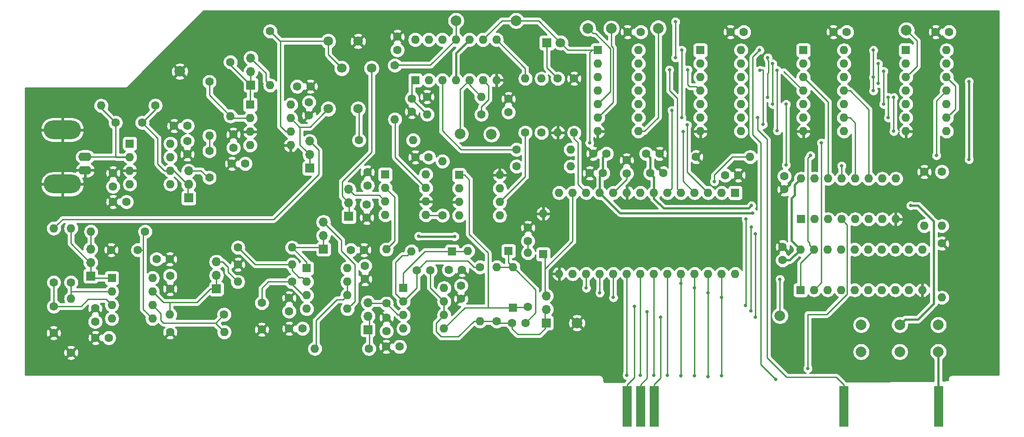
<source format=gtl>
G04 #@! TF.GenerationSoftware,KiCad,Pcbnew,5.0.2-bee76a0~70~ubuntu18.04.1*
G04 #@! TF.CreationDate,2019-01-08T23:51:50-05:00*
G04 #@! TF.ProjectId,adcboard,61646362-6f61-4726-942e-6b696361645f,rev?*
G04 #@! TF.SameCoordinates,Original*
G04 #@! TF.FileFunction,Copper,L1,Top*
G04 #@! TF.FilePolarity,Positive*
%FSLAX46Y46*%
G04 Gerber Fmt 4.6, Leading zero omitted, Abs format (unit mm)*
G04 Created by KiCad (PCBNEW 5.0.2-bee76a0~70~ubuntu18.04.1) date Tue 08 Jan 2019 11:51:50 PM EST*
%MOMM*%
%LPD*%
G01*
G04 APERTURE LIST*
G04 #@! TA.AperFunction,ComponentPad*
%ADD10O,1.700000X1.700000*%
G04 #@! TD*
G04 #@! TA.AperFunction,ComponentPad*
%ADD11R,1.700000X1.700000*%
G04 #@! TD*
G04 #@! TA.AperFunction,ComponentPad*
%ADD12C,2.000000*%
G04 #@! TD*
G04 #@! TA.AperFunction,ConnectorPad*
%ADD13R,1.778000X7.620000*%
G04 #@! TD*
G04 #@! TA.AperFunction,ComponentPad*
%ADD14C,1.600000*%
G04 #@! TD*
G04 #@! TA.AperFunction,ComponentPad*
%ADD15O,1.600000X1.600000*%
G04 #@! TD*
G04 #@! TA.AperFunction,ComponentPad*
%ADD16R,1.600000X1.600000*%
G04 #@! TD*
G04 #@! TA.AperFunction,ComponentPad*
%ADD17R,1.800000X1.800000*%
G04 #@! TD*
G04 #@! TA.AperFunction,ComponentPad*
%ADD18C,1.800000*%
G04 #@! TD*
G04 #@! TA.AperFunction,ComponentPad*
%ADD19O,7.000240X3.500120*%
G04 #@! TD*
G04 #@! TA.AperFunction,ComponentPad*
%ADD20O,2.499360X1.600200*%
G04 #@! TD*
G04 #@! TA.AperFunction,ViaPad*
%ADD21C,0.635000*%
G04 #@! TD*
G04 #@! TA.AperFunction,Conductor*
%ADD22C,0.254000*%
G04 #@! TD*
G04 #@! TA.AperFunction,Conductor*
%ADD23C,0.250000*%
G04 #@! TD*
G04 #@! TA.AperFunction,Conductor*
%ADD24C,0.381000*%
G04 #@! TD*
%ADD25C,0.254000*%
G04 APERTURE END LIST*
D10*
G04 #@! TO.P,J1,3*
G04 #@! TO.N,Net-(J1-Pad3)*
X152120600Y-126644400D03*
G04 #@! TO.P,J1,2*
G04 #@! TO.N,/Amplifier/SigOut*
X152120600Y-129184400D03*
D11*
G04 #@! TO.P,J1,1*
X152120600Y-131724400D03*
G04 #@! TD*
D10*
G04 #@! TO.P,J3,3*
G04 #@! TO.N,Net-(J3-Pad3)*
X148513800Y-105359200D03*
G04 #@! TO.P,J3,2*
G04 #@! TO.N,Net-(J3-Pad1)*
X148513800Y-107899200D03*
D11*
G04 #@! TO.P,J3,1*
X148513800Y-110439200D03*
G04 #@! TD*
D10*
G04 #@! TO.P,J10,3*
G04 #@! TO.N,/Amplifier/SigInvb*
X141198600Y-96316800D03*
G04 #@! TO.P,J10,2*
G04 #@! TO.N,/Amplifier/SigInv*
X141198600Y-98856800D03*
D11*
G04 #@! TO.P,J10,1*
X141198600Y-101396800D03*
G04 #@! TD*
D10*
G04 #@! TO.P,J8,3*
G04 #@! TO.N,/Amplifier/SigDiffb*
X130149600Y-80670400D03*
G04 #@! TO.P,J8,2*
G04 #@! TO.N,/Amplifier/SigDiff*
X130149600Y-83210400D03*
D11*
G04 #@! TO.P,J8,1*
X130149600Y-85750400D03*
G04 #@! TD*
D10*
G04 #@! TO.P,J6,3*
G04 #@! TO.N,/Amplifier/SigPb*
X118491000Y-101904800D03*
G04 #@! TO.P,J6,2*
G04 #@! TO.N,/Amplifier/SigP*
X118491000Y-104444800D03*
D11*
G04 #@! TO.P,J6,1*
X118491000Y-106984800D03*
G04 #@! TD*
D10*
G04 #@! TO.P,J5,3*
G04 #@! TO.N,/Amplifier/SigF1b*
X100126800Y-116560600D03*
G04 #@! TO.P,J5,2*
G04 #@! TO.N,/Amplifier/SigF1*
X100126800Y-119100600D03*
D11*
G04 #@! TO.P,J5,1*
X100126800Y-121640600D03*
G04 #@! TD*
D10*
G04 #@! TO.P,J7,3*
G04 #@! TO.N,/Amplifier/SigF2b*
X123698000Y-118973600D03*
G04 #@! TO.P,J7,2*
G04 #@! TO.N,/Amplifier/SigF2*
X123698000Y-121513600D03*
D11*
G04 #@! TO.P,J7,1*
X123698000Y-124053600D03*
G04 #@! TD*
D10*
G04 #@! TO.P,J9,3*
G04 #@! TO.N,/Amplifier/SigF3b*
X143764000Y-111506000D03*
G04 #@! TO.P,J9,2*
G04 #@! TO.N,/Amplifier/SigF3*
X143764000Y-114046000D03*
D11*
G04 #@! TO.P,J9,1*
X143764000Y-116586000D03*
G04 #@! TD*
D10*
G04 #@! TO.P,J4,3*
G04 #@! TO.N,Net-(D5-Pad1)*
X185547000Y-125374400D03*
G04 #@! TO.P,J4,2*
G04 #@! TO.N,Net-(C10-Pad2)*
X185547000Y-127914400D03*
D11*
G04 #@! TO.P,J4,1*
X185547000Y-130454400D03*
G04 #@! TD*
D12*
G04 #@! TO.P,TP6,1*
G04 #@! TO.N,Net-(TP6-Pad1)*
X206552800Y-75082400D03*
G04 #@! TD*
G04 #@! TO.P,TP7,1*
G04 #@! TO.N,Net-(TP7-Pad1)*
X193344800Y-75082400D03*
G04 #@! TD*
G04 #@! TO.P,TP8,1*
G04 #@! TO.N,Net-(TP8-Pad1)*
X197764400Y-75133200D03*
G04 #@! TD*
G04 #@! TO.P,TP4,1*
G04 #@! TO.N,Net-(C16-Pad2)*
X175285400Y-94996000D03*
G04 #@! TD*
G04 #@! TO.P,TP11,1*
G04 #@! TO.N,Net-(TP11-Pad1)*
X229387400Y-129108200D03*
G04 #@! TD*
G04 #@! TO.P,TP1,1*
G04 #@! TO.N,Net-(R7-Pad1)*
X168630600Y-73660000D03*
G04 #@! TD*
G04 #@! TO.P,TP2,1*
G04 #@! TO.N,~Armed*
X179908200Y-73660000D03*
G04 #@! TD*
G04 #@! TO.P,TP3,1*
G04 #@! TO.N,Net-(TP3-Pad1)*
X253085600Y-75438000D03*
G04 #@! TD*
G04 #@! TO.P,TP5,1*
G04 #@! TO.N,Net-(R13-Pad2)*
X169443400Y-94945200D03*
G04 #@! TD*
G04 #@! TO.P,TP9,1*
G04 #@! TO.N,GND*
X116840000Y-83185000D03*
G04 #@! TD*
G04 #@! TO.P,TP10,1*
G04 #@! TO.N,GND*
X191312800Y-130454400D03*
G04 #@! TD*
D13*
G04 #@! TO.P,BUS1,25*
G04 #@! TO.N,Net-(BUS1-Pad25)*
X259137400Y-146135200D03*
G04 #@! TO.P,BUS1,18*
G04 #@! TO.N,R/~W*
X241357400Y-146135200D03*
G04 #@! TO.P,BUS1,4*
G04 #@! TO.N,A2*
X205797400Y-146135200D03*
G04 #@! TO.P,BUS1,3*
G04 #@! TO.N,A1*
X203257400Y-146135200D03*
G04 #@! TO.P,BUS1,2*
G04 #@! TO.N,A0*
X200717400Y-146135200D03*
G04 #@! TD*
D14*
G04 #@! TO.P,C42,2*
G04 #@! TO.N,Net-(C42-Pad2)*
X132207000Y-126699000D03*
G04 #@! TO.P,C42,1*
G04 #@! TO.N,GND*
X132207000Y-131699000D03*
G04 #@! TD*
G04 #@! TO.P,C33,2*
G04 #@! TO.N,/Amplifier/SigP*
X109775000Y-92811600D03*
G04 #@! TO.P,C33,1*
G04 #@! TO.N,/Amplifier/SigRaw*
X104775000Y-92811600D03*
G04 #@! TD*
G04 #@! TO.P,C37,2*
G04 #@! TO.N,/Amplifier/SigPb*
X122377200Y-103145600D03*
G04 #@! TO.P,C37,1*
G04 #@! TO.N,Net-(C37-Pad1)*
X122377200Y-98145600D03*
G04 #@! TD*
G04 #@! TO.P,C26,2*
G04 #@! TO.N,Net-(C26-Pad2)*
X93192600Y-127334000D03*
G04 #@! TO.P,C26,1*
G04 #@! TO.N,GND*
X93192600Y-132334000D03*
G04 #@! TD*
G04 #@! TO.P,C36,2*
G04 #@! TO.N,Net-(C36-Pad2)*
X108987600Y-116738400D03*
G04 #@! TO.P,C36,1*
G04 #@! TO.N,GND*
X103987600Y-116738400D03*
G04 #@! TD*
G04 #@! TO.P,C1,2*
G04 #@! TO.N,GND*
X169784400Y-120472200D03*
G04 #@! TO.P,C1,1*
G04 #@! TO.N,+12V*
X167284400Y-120472200D03*
G04 #@! TD*
G04 #@! TO.P,C2,2*
G04 #@! TO.N,GND*
X155549600Y-134924800D03*
G04 #@! TO.P,C2,1*
G04 #@! TO.N,-12V*
X158049600Y-134924800D03*
G04 #@! TD*
G04 #@! TO.P,C38,2*
G04 #@! TO.N,GND*
X141361800Y-86004400D03*
G04 #@! TO.P,C38,1*
G04 #@! TO.N,+12V*
X138861800Y-86004400D03*
G04 #@! TD*
G04 #@! TO.P,C39,2*
G04 #@! TO.N,GND*
X126608200Y-100533200D03*
G04 #@! TO.P,C39,1*
G04 #@! TO.N,-12V*
X129108200Y-100533200D03*
G04 #@! TD*
G04 #@! TO.P,C27,2*
G04 #@! TO.N,GND*
X114971200Y-118465600D03*
G04 #@! TO.P,C27,1*
G04 #@! TO.N,+12V*
X112471200Y-118465600D03*
G04 #@! TD*
G04 #@! TO.P,C43,2*
G04 #@! TO.N,GND*
X151394800Y-116738400D03*
G04 #@! TO.P,C43,1*
G04 #@! TO.N,+12V*
X148894800Y-116738400D03*
G04 #@! TD*
G04 #@! TO.P,C28,2*
G04 #@! TO.N,GND*
X101030400Y-133248400D03*
G04 #@! TO.P,C28,1*
G04 #@! TO.N,-12V*
X103530400Y-133248400D03*
G04 #@! TD*
G04 #@! TO.P,C44,2*
G04 #@! TO.N,GND*
X137352400Y-131521200D03*
G04 #@! TO.P,C44,1*
G04 #@! TO.N,-12V*
X139852400Y-131521200D03*
G04 #@! TD*
G04 #@! TO.P,C16,2*
G04 #@! TO.N,Net-(C16-Pad2)*
X200634600Y-102372800D03*
G04 #@! TO.P,C16,1*
G04 #@! TO.N,GND*
X200634600Y-99872800D03*
G04 #@! TD*
G04 #@! TO.P,C12,2*
G04 #@! TO.N,+12V*
X205043400Y-102311200D03*
G04 #@! TO.P,C12,1*
G04 #@! TO.N,GND*
X207543400Y-102311200D03*
G04 #@! TD*
G04 #@! TO.P,C17,2*
G04 #@! TO.N,-12V*
X196200400Y-102311200D03*
G04 #@! TO.P,C17,1*
G04 #@! TO.N,GND*
X193700400Y-102311200D03*
G04 #@! TD*
G04 #@! TO.P,C32,2*
G04 #@! TO.N,GND*
X104332400Y-107696000D03*
G04 #@! TO.P,C32,1*
G04 #@! TO.N,-12V*
X106832400Y-107696000D03*
G04 #@! TD*
G04 #@! TO.P,C14,2*
G04 #@! TO.N,GND*
X206792200Y-98653600D03*
G04 #@! TO.P,C14,1*
G04 #@! TO.N,+12V*
X204292200Y-98653600D03*
G04 #@! TD*
G04 #@! TO.P,C20,2*
G04 #@! TO.N,+5V*
X229895400Y-118654200D03*
G04 #@! TO.P,C20,1*
G04 #@! TO.N,GND*
X229895400Y-116154200D03*
G04 #@! TD*
G04 #@! TO.P,C18,2*
G04 #@! TO.N,GND*
X194375400Y-98628200D03*
G04 #@! TO.P,C18,1*
G04 #@! TO.N,-12V*
X196875400Y-98628200D03*
G04 #@! TD*
G04 #@! TO.P,C24,2*
G04 #@! TO.N,+5V*
X157632400Y-79157200D03*
G04 #@! TO.P,C24,1*
G04 #@! TO.N,GND*
X157632400Y-76657200D03*
G04 #@! TD*
G04 #@! TO.P,C25,2*
G04 #@! TO.N,+5V*
X203312400Y-75768200D03*
G04 #@! TO.P,C25,1*
G04 #@! TO.N,GND*
X200812400Y-75768200D03*
G04 #@! TD*
G04 #@! TO.P,C11,2*
G04 #@! TO.N,Net-(C11-Pad2)*
X178460400Y-90841200D03*
G04 #@! TO.P,C11,1*
G04 #@! TO.N,GND*
X178460400Y-88341200D03*
G04 #@! TD*
G04 #@! TO.P,C22,2*
G04 #@! TO.N,+5V*
X261097400Y-75768200D03*
G04 #@! TO.P,C22,1*
G04 #@! TO.N,GND*
X258597400Y-75768200D03*
G04 #@! TD*
G04 #@! TO.P,C23,2*
G04 #@! TO.N,+5V*
X241920400Y-75768200D03*
G04 #@! TO.P,C23,1*
G04 #@! TO.N,GND*
X239420400Y-75768200D03*
G04 #@! TD*
G04 #@! TO.P,C21,2*
G04 #@! TO.N,+5V*
X222616400Y-75768200D03*
G04 #@! TO.P,C21,1*
G04 #@! TO.N,GND*
X220116400Y-75768200D03*
G04 #@! TD*
G04 #@! TO.P,C19,2*
G04 #@! TO.N,GND*
X221600400Y-102692200D03*
G04 #@! TO.P,C19,1*
G04 #@! TO.N,+5V*
X219100400Y-102692200D03*
G04 #@! TD*
G04 #@! TO.P,C13,2*
G04 #@! TO.N,GND*
X230200200Y-105370000D03*
G04 #@! TO.P,C13,1*
G04 #@! TO.N,+5V*
X230200200Y-102870000D03*
G04 #@! TD*
G04 #@! TO.P,C5,2*
G04 #@! TO.N,GND*
X152019000Y-102122600D03*
G04 #@! TO.P,C5,1*
G04 #@! TO.N,+12V*
X152019000Y-104622600D03*
G04 #@! TD*
G04 #@! TO.P,C6,2*
G04 #@! TO.N,GND*
X151892000Y-110678600D03*
G04 #@! TO.P,C6,1*
G04 #@! TO.N,-12V*
X151892000Y-108178600D03*
G04 #@! TD*
G04 #@! TO.P,C15,2*
G04 #@! TO.N,Net-(C15-Pad2)*
X160350200Y-88279600D03*
G04 #@! TO.P,C15,1*
G04 #@! TO.N,GND*
X160350200Y-90779600D03*
G04 #@! TD*
G04 #@! TO.P,C8,2*
G04 #@! TO.N,Net-(C8-Pad2)*
X182118000Y-115072800D03*
G04 #@! TO.P,C8,1*
G04 #@! TO.N,GND*
X182118000Y-112572800D03*
G04 #@! TD*
G04 #@! TO.P,C3,2*
G04 #@! TO.N,+12V*
X169570400Y-123433200D03*
G04 #@! TO.P,C3,1*
G04 #@! TO.N,GND*
X169570400Y-125933200D03*
G04 #@! TD*
G04 #@! TO.P,C10,2*
G04 #@! TO.N,Net-(C10-Pad2)*
X179186200Y-130454400D03*
G04 #@! TO.P,C10,1*
G04 #@! TO.N,Net-(C10-Pad1)*
X181686200Y-130454400D03*
G04 #@! TD*
G04 #@! TO.P,C4,2*
G04 #@! TO.N,-12V*
X155600400Y-131989200D03*
G04 #@! TO.P,C4,1*
G04 #@! TO.N,GND*
X155600400Y-129489200D03*
G04 #@! TD*
G04 #@! TO.P,C7,2*
G04 #@! TO.N,Net-(C10-Pad2)*
X163815400Y-120599200D03*
G04 #@! TO.P,C7,1*
G04 #@! TO.N,Net-(C7-Pad1)*
X161315400Y-120599200D03*
G04 #@! TD*
G04 #@! TO.P,C40,2*
G04 #@! TO.N,+12V*
X141071600Y-88965400D03*
G04 #@! TO.P,C40,1*
G04 #@! TO.N,GND*
X141071600Y-91465400D03*
G04 #@! TD*
G04 #@! TO.P,C31,2*
G04 #@! TO.N,GND*
X115762400Y-93421200D03*
G04 #@! TO.P,C31,1*
G04 #@! TO.N,+12V*
X118262400Y-93421200D03*
G04 #@! TD*
G04 #@! TO.P,C34,2*
G04 #@! TO.N,+12V*
X118237000Y-96255200D03*
G04 #@! TO.P,C34,1*
G04 #@! TO.N,GND*
X118237000Y-98755200D03*
G04 #@! TD*
G04 #@! TO.P,C41,2*
G04 #@! TO.N,-12V*
X126873000Y-97546800D03*
G04 #@! TO.P,C41,1*
G04 #@! TO.N,GND*
X126873000Y-95046800D03*
G04 #@! TD*
G04 #@! TO.P,C35,2*
G04 #@! TO.N,-12V*
X104317800Y-104800400D03*
G04 #@! TO.P,C35,1*
G04 #@! TO.N,GND*
X104317800Y-102300400D03*
G04 #@! TD*
G04 #@! TO.P,C29,2*
G04 #@! TO.N,+12V*
X115011200Y-121553600D03*
G04 #@! TO.P,C29,1*
G04 #@! TO.N,GND*
X115011200Y-124053600D03*
G04 #@! TD*
G04 #@! TO.P,C45,2*
G04 #@! TO.N,+12V*
X151561800Y-119724800D03*
G04 #@! TO.P,C45,1*
G04 #@! TO.N,GND*
X151561800Y-122224800D03*
G04 #@! TD*
G04 #@! TO.P,C30,2*
G04 #@! TO.N,-12V*
X100965000Y-130211200D03*
G04 #@! TO.P,C30,1*
G04 #@! TO.N,GND*
X100965000Y-127711200D03*
G04 #@! TD*
G04 #@! TO.P,C46,2*
G04 #@! TO.N,-12V*
X137337800Y-128280800D03*
G04 #@! TO.P,C46,1*
G04 #@! TO.N,GND*
X137337800Y-125780800D03*
G04 #@! TD*
G04 #@! TO.P,C9,2*
G04 #@! TO.N,+5V*
X163510600Y-99314000D03*
G04 #@! TO.P,C9,1*
G04 #@! TO.N,GND*
X161010600Y-99314000D03*
G04 #@! TD*
D15*
G04 #@! TO.P,R1,2*
G04 #@! TO.N,Net-(R1-Pad2)*
X155575000Y-116636800D03*
D14*
G04 #@! TO.P,R1,1*
G04 #@! TO.N,Net-(J1-Pad3)*
X155575000Y-126796800D03*
G04 #@! TD*
D15*
G04 #@! TO.P,R2,2*
G04 #@! TO.N,+5V*
X160604200Y-96113600D03*
D14*
G04 #@! TO.P,R2,1*
G04 #@! TO.N,Net-(R2-Pad1)*
X150444200Y-96113600D03*
G04 #@! TD*
D15*
G04 #@! TO.P,R16,2*
G04 #@! TO.N,Net-(R16-Pad2)*
X259740400Y-125679200D03*
D14*
G04 #@! TO.P,R16,1*
G04 #@! TO.N,GND*
X259740400Y-115519200D03*
G04 #@! TD*
D15*
G04 #@! TO.P,R10,2*
G04 #@! TO.N,Net-(R10-Pad2)*
X184683400Y-84531200D03*
D14*
G04 #@! TO.P,R10,1*
G04 #@! TO.N,Net-(C11-Pad2)*
X184683400Y-94691200D03*
G04 #@! TD*
D15*
G04 #@! TO.P,R11,2*
G04 #@! TO.N,Net-(R11-Pad2)*
X190144400Y-97866200D03*
D14*
G04 #@! TO.P,R11,1*
G04 #@! TO.N,Net-(R11-Pad1)*
X179984400Y-97866200D03*
G04 #@! TD*
D15*
G04 #@! TO.P,R7,2*
G04 #@! TO.N,Net-(R7-Pad2)*
X157162500Y-92202000D03*
D14*
G04 #@! TO.P,R7,1*
G04 #@! TO.N,Net-(R7-Pad1)*
X157162500Y-82042000D03*
G04 #@! TD*
D15*
G04 #@! TO.P,R18,2*
G04 #@! TO.N,Net-(R18-Pad2)*
X190144400Y-101041200D03*
D14*
G04 #@! TO.P,R18,1*
G04 #@! TO.N,Net-(C16-Pad2)*
X179984400Y-101041200D03*
G04 #@! TD*
D15*
G04 #@! TO.P,R17,2*
G04 #@! TO.N,Net-(R17-Pad2)*
X223799400Y-99263200D03*
D14*
G04 #@! TO.P,R17,1*
G04 #@! TO.N,GND*
X213639400Y-99263200D03*
G04 #@! TD*
D15*
G04 #@! TO.P,R19,2*
G04 #@! TO.N,Net-(R19-Pad2)*
X190779400Y-94691200D03*
D14*
G04 #@! TO.P,R19,1*
G04 #@! TO.N,GND*
X190779400Y-84531200D03*
G04 #@! TD*
D15*
G04 #@! TO.P,R14,2*
G04 #@! TO.N,Net-(R14-Pad2)*
X259740400Y-112217200D03*
D14*
G04 #@! TO.P,R14,1*
G04 #@! TO.N,+5V*
X259740400Y-102057200D03*
G04 #@! TD*
D15*
G04 #@! TO.P,R15,2*
G04 #@! TO.N,Net-(R15-Pad2)*
X256438400Y-112217200D03*
D14*
G04 #@! TO.P,R15,1*
G04 #@! TO.N,GND*
X256438400Y-102057200D03*
G04 #@! TD*
D15*
G04 #@! TO.P,R8,2*
G04 #@! TO.N,GND*
X187731400Y-94691200D03*
D14*
G04 #@! TO.P,R8,1*
G04 #@! TO.N,Net-(D4-Pad1)*
X187731400Y-84531200D03*
G04 #@! TD*
D15*
G04 #@! TO.P,R13,2*
G04 #@! TO.N,Net-(R13-Pad2)*
X173380400Y-87960200D03*
D14*
G04 #@! TO.P,R13,1*
G04 #@! TO.N,GND*
X163220400Y-87960200D03*
G04 #@! TD*
D15*
G04 #@! TO.P,R12,2*
G04 #@! TO.N,Net-(C15-Pad2)*
X163220400Y-91262200D03*
D14*
G04 #@! TO.P,R12,1*
G04 #@! TO.N,Net-(R12-Pad1)*
X173380400Y-91262200D03*
G04 #@! TD*
D15*
G04 #@! TO.P,R9,2*
G04 #@! TO.N,Net-(R9-Pad2)*
X181635400Y-84531200D03*
D14*
G04 #@! TO.P,R9,1*
G04 #@! TO.N,Net-(R9-Pad1)*
X181635400Y-94691200D03*
G04 #@! TD*
D15*
G04 #@! TO.P,R6,2*
G04 #@! TO.N,Net-(C8-Pad2)*
X182143400Y-117297200D03*
D14*
G04 #@! TO.P,R6,1*
G04 #@! TO.N,Net-(D3-Pad1)*
X182143400Y-127457200D03*
G04 #@! TD*
D15*
G04 #@! TO.P,R5,2*
G04 #@! TO.N,Net-(C10-Pad1)*
X176301400Y-119964200D03*
D14*
G04 #@! TO.P,R5,1*
G04 #@! TO.N,Net-(C10-Pad2)*
X176301400Y-130124200D03*
G04 #@! TD*
D15*
G04 #@! TO.P,R3,2*
G04 #@! TO.N,Net-(C10-Pad2)*
X173126400Y-130124200D03*
D14*
G04 #@! TO.P,R3,1*
G04 #@! TO.N,Net-(C7-Pad1)*
X173126400Y-119964200D03*
G04 #@! TD*
D15*
G04 #@! TO.P,R21,2*
G04 #@! TO.N,/Amplifier/SigRaw*
X102082600Y-89611200D03*
D14*
G04 #@! TO.P,R21,1*
G04 #@! TO.N,/Amplifier/SigP*
X112242600Y-89611200D03*
G04 #@! TD*
D15*
G04 #@! TO.P,R28,2*
G04 #@! TO.N,Net-(R25-Pad1)*
X126339600Y-91592400D03*
D14*
G04 #@! TO.P,R28,1*
G04 #@! TO.N,/Amplifier/SigDiff*
X126339600Y-81432400D03*
G04 #@! TD*
D15*
G04 #@! TO.P,R30,2*
G04 #@! TO.N,/Amplifier/SigDiffb*
X133781800Y-85801200D03*
D14*
G04 #@! TO.P,R30,1*
G04 #@! TO.N,Net-(R30-Pad1)*
X133781800Y-75641200D03*
G04 #@! TD*
D15*
G04 #@! TO.P,R20,2*
G04 #@! TO.N,/Amplifier/SigInvb*
X93192600Y-112674400D03*
D14*
G04 #@! TO.P,R20,1*
G04 #@! TO.N,Net-(C26-Pad2)*
X93192600Y-122834400D03*
G04 #@! TD*
D15*
G04 #@! TO.P,R24,2*
G04 #@! TO.N,/Amplifier/SigF1b*
X100177600Y-113284000D03*
D14*
G04 #@! TO.P,R24,1*
G04 #@! TO.N,Net-(C36-Pad2)*
X110337600Y-113284000D03*
G04 #@! TD*
D15*
G04 #@! TO.P,R26,2*
G04 #@! TO.N,/Amplifier/SigF2*
X114985800Y-128879600D03*
D14*
G04 #@! TO.P,R26,1*
G04 #@! TO.N,Net-(R26-Pad1)*
X125145800Y-128879600D03*
G04 #@! TD*
D15*
G04 #@! TO.P,R33,2*
G04 #@! TO.N,Net-(R33-Pad2)*
X142163800Y-135280400D03*
D14*
G04 #@! TO.P,R33,1*
G04 #@! TO.N,/Amplifier/SigOut*
X152323800Y-135280400D03*
G04 #@! TD*
D15*
G04 #@! TO.P,R22,2*
G04 #@! TO.N,/Amplifier/SigF1*
X96443800Y-112674400D03*
D14*
G04 #@! TO.P,R22,1*
G04 #@! TO.N,Net-(R22-Pad1)*
X96443800Y-122834400D03*
G04 #@! TD*
D15*
G04 #@! TO.P,R27,2*
G04 #@! TO.N,Net-(R26-Pad1)*
X125171200Y-132181600D03*
D14*
G04 #@! TO.P,R27,1*
G04 #@! TO.N,GND*
X115011200Y-132181600D03*
G04 #@! TD*
D15*
G04 #@! TO.P,R23,2*
G04 #@! TO.N,Net-(R22-Pad1)*
X96443800Y-125882400D03*
D14*
G04 #@! TO.P,R23,1*
G04 #@! TO.N,GND*
X96443800Y-136042400D03*
G04 #@! TD*
D15*
G04 #@! TO.P,R4,2*
G04 #@! TO.N,+5V*
X166090600Y-100076000D03*
D14*
G04 #@! TO.P,R4,1*
G04 #@! TO.N,Net-(R4-Pad1)*
X166090600Y-110236000D03*
G04 #@! TD*
D15*
G04 #@! TO.P,R29,2*
G04 #@! TO.N,/Amplifier/SigF2b*
X127711200Y-122732800D03*
D14*
G04 #@! TO.P,R29,1*
G04 #@! TO.N,Net-(C42-Pad2)*
X137871200Y-122732800D03*
G04 #@! TD*
D15*
G04 #@! TO.P,R32,2*
G04 #@! TO.N,Net-(R31-Pad1)*
X137896600Y-119481600D03*
D14*
G04 #@! TO.P,R32,1*
G04 #@! TO.N,GND*
X127736600Y-119481600D03*
G04 #@! TD*
D15*
G04 #@! TO.P,R31,2*
G04 #@! TO.N,/Amplifier/SigF3*
X137896600Y-116281200D03*
D14*
G04 #@! TO.P,R31,1*
G04 #@! TO.N,Net-(R31-Pad1)*
X127736600Y-116281200D03*
G04 #@! TD*
D15*
G04 #@! TO.P,R25,2*
G04 #@! TO.N,Net-(C37-Pad1)*
X122377200Y-95300800D03*
D14*
G04 #@! TO.P,R25,1*
G04 #@! TO.N,Net-(R25-Pad1)*
X122377200Y-85140800D03*
G04 #@! TD*
D15*
G04 #@! TO.P,U3,8*
G04 #@! TO.N,+5V*
X162991800Y-102565200D03*
G04 #@! TO.P,U3,4*
G04 #@! TO.N,-12V*
X155371800Y-110185200D03*
G04 #@! TO.P,U3,7*
G04 #@! TO.N,Net-(R7-Pad2)*
X162991800Y-105105200D03*
G04 #@! TO.P,U3,3*
G04 #@! TO.N,Net-(J3-Pad3)*
X155371800Y-107645200D03*
G04 #@! TO.P,U3,6*
G04 #@! TO.N,GND*
X162991800Y-107645200D03*
G04 #@! TO.P,U3,2*
G04 #@! TO.N,Net-(R1-Pad2)*
X155371800Y-105105200D03*
G04 #@! TO.P,U3,5*
G04 #@! TO.N,Net-(R4-Pad1)*
X162991800Y-110185200D03*
D16*
G04 #@! TO.P,U3,1*
G04 #@! TO.N,+12V*
X155371800Y-102565200D03*
G04 #@! TD*
D15*
G04 #@! TO.P,U1,8*
G04 #@! TO.N,+12V*
X166395400Y-123901200D03*
G04 #@! TO.P,U1,4*
G04 #@! TO.N,-12V*
X158775400Y-131521200D03*
G04 #@! TO.P,U1,7*
G04 #@! TO.N,Net-(C10-Pad2)*
X166395400Y-126441200D03*
G04 #@! TO.P,U1,3*
G04 #@! TO.N,Net-(J1-Pad3)*
X158775400Y-128981200D03*
G04 #@! TO.P,U1,6*
G04 #@! TO.N,Net-(C10-Pad2)*
X166395400Y-128981200D03*
G04 #@! TO.P,U1,2*
G04 #@! TO.N,Net-(C7-Pad1)*
X158775400Y-126441200D03*
G04 #@! TO.P,U1,5*
G04 #@! TO.N,Net-(D3-Pad1)*
X166395400Y-131521200D03*
D16*
G04 #@! TO.P,U1,1*
G04 #@! TO.N,Net-(D1-Pad1)*
X158775400Y-123901200D03*
G04 #@! TD*
D15*
G04 #@! TO.P,U2,8*
G04 #@! TO.N,GND*
X176834800Y-102666800D03*
G04 #@! TO.P,U2,4*
G04 #@! TO.N,+12V*
X169214800Y-110286800D03*
G04 #@! TO.P,U2,7*
G04 #@! TO.N,-12V*
X176834800Y-105206800D03*
G04 #@! TO.P,U2,3*
G04 #@! TO.N,GND*
X169214800Y-107746800D03*
G04 #@! TO.P,U2,6*
G04 #@! TO.N,Net-(R9-Pad1)*
X176834800Y-107746800D03*
G04 #@! TO.P,U2,2*
G04 #@! TO.N,N/C*
X169214800Y-105206800D03*
G04 #@! TO.P,U2,5*
G04 #@! TO.N,+5V*
X176834800Y-110286800D03*
D16*
G04 #@! TO.P,U2,1*
G04 #@! TO.N,Net-(D3-Pad1)*
X169214800Y-102666800D03*
G04 #@! TD*
D15*
G04 #@! TO.P,U14,8*
G04 #@! TO.N,+12V*
X137642600Y-89433400D03*
G04 #@! TO.P,U14,4*
G04 #@! TO.N,-12V*
X130022600Y-97053400D03*
G04 #@! TO.P,U14,7*
G04 #@! TO.N,/Amplifier/SigInv*
X137642600Y-91973400D03*
G04 #@! TO.P,U14,3*
G04 #@! TO.N,GND*
X130022600Y-94513400D03*
G04 #@! TO.P,U14,6*
G04 #@! TO.N,Net-(R30-Pad1)*
X137642600Y-94513400D03*
G04 #@! TO.P,U14,2*
G04 #@! TO.N,Net-(R25-Pad1)*
X130022600Y-91973400D03*
G04 #@! TO.P,U14,5*
G04 #@! TO.N,GND*
X137642600Y-97053400D03*
D16*
G04 #@! TO.P,U14,1*
G04 #@! TO.N,/Amplifier/SigDiff*
X130022600Y-89433400D03*
G04 #@! TD*
D15*
G04 #@! TO.P,U13,8*
G04 #@! TO.N,N/C*
X115087400Y-96748600D03*
G04 #@! TO.P,U13,4*
G04 #@! TO.N,-12V*
X107467400Y-104368600D03*
G04 #@! TO.P,U13,7*
G04 #@! TO.N,+12V*
X115087400Y-99288600D03*
G04 #@! TO.P,U13,3*
G04 #@! TO.N,GND*
X107467400Y-101828600D03*
G04 #@! TO.P,U13,6*
G04 #@! TO.N,/Amplifier/SigP*
X115087400Y-101828600D03*
G04 #@! TO.P,U13,2*
G04 #@! TO.N,/Amplifier/SigRaw*
X107467400Y-99288600D03*
G04 #@! TO.P,U13,5*
G04 #@! TO.N,N/C*
X115087400Y-104368600D03*
D16*
G04 #@! TO.P,U13,1*
X107467400Y-96748600D03*
G04 #@! TD*
D15*
G04 #@! TO.P,U12,8*
G04 #@! TO.N,+12V*
X111709200Y-122021600D03*
G04 #@! TO.P,U12,4*
G04 #@! TO.N,-12V*
X104089200Y-129641600D03*
G04 #@! TO.P,U12,7*
G04 #@! TO.N,/Amplifier/SigF2*
X111709200Y-124561600D03*
G04 #@! TO.P,U12,3*
G04 #@! TO.N,Net-(C26-Pad2)*
X104089200Y-127101600D03*
G04 #@! TO.P,U12,6*
G04 #@! TO.N,Net-(R26-Pad1)*
X111709200Y-127101600D03*
G04 #@! TO.P,U12,2*
G04 #@! TO.N,Net-(R22-Pad1)*
X104089200Y-124561600D03*
G04 #@! TO.P,U12,5*
G04 #@! TO.N,Net-(C36-Pad2)*
X111709200Y-129641600D03*
D16*
G04 #@! TO.P,U12,1*
G04 #@! TO.N,/Amplifier/SigF1*
X104089200Y-122021600D03*
G04 #@! TD*
D15*
G04 #@! TO.P,U15,8*
G04 #@! TO.N,+12V*
X148259800Y-120192800D03*
G04 #@! TO.P,U15,4*
G04 #@! TO.N,-12V*
X140639800Y-127812800D03*
G04 #@! TO.P,U15,7*
G04 #@! TO.N,Net-(R33-Pad2)*
X148259800Y-122732800D03*
G04 #@! TO.P,U15,3*
G04 #@! TO.N,Net-(C42-Pad2)*
X140639800Y-125272800D03*
G04 #@! TO.P,U15,6*
G04 #@! TO.N,Net-(R33-Pad2)*
X148259800Y-125272800D03*
G04 #@! TO.P,U15,2*
G04 #@! TO.N,Net-(R31-Pad1)*
X140639800Y-122732800D03*
G04 #@! TO.P,U15,5*
G04 #@! TO.N,/Amplifier/SigF3b*
X148259800Y-127812800D03*
D16*
G04 #@! TO.P,U15,1*
G04 #@! TO.N,/Amplifier/SigF3*
X140639800Y-120192800D03*
G04 #@! TD*
D15*
G04 #@! TO.P,U6,14*
G04 #@! TO.N,+5V*
X260629400Y-79197200D03*
G04 #@! TO.P,U6,7*
G04 #@! TO.N,GND*
X253009400Y-94437200D03*
G04 #@! TO.P,U6,13*
G04 #@! TO.N,O4*
X260629400Y-81737200D03*
G04 #@! TO.P,U6,6*
G04 #@! TO.N,Net-(U5-Pad9)*
X253009400Y-91897200D03*
G04 #@! TO.P,U6,12*
G04 #@! TO.N,RD*
X260629400Y-84277200D03*
G04 #@! TO.P,U6,5*
G04 #@! TO.N,O2*
X253009400Y-89357200D03*
G04 #@! TO.P,U6,11*
G04 #@! TO.N,~BufferOE*
X260629400Y-86817200D03*
G04 #@! TO.P,U6,4*
G04 #@! TO.N,RD*
X253009400Y-86817200D03*
G04 #@! TO.P,U6,10*
G04 #@! TO.N,O3*
X260629400Y-89357200D03*
G04 #@! TO.P,U6,3*
G04 #@! TO.N,Net-(TP3-Pad1)*
X253009400Y-84277200D03*
G04 #@! TO.P,U6,9*
G04 #@! TO.N,RD*
X260629400Y-91897200D03*
G04 #@! TO.P,U6,2*
G04 #@! TO.N,O1*
X253009400Y-81737200D03*
G04 #@! TO.P,U6,8*
G04 #@! TO.N,Net-(U6-Pad8)*
X260629400Y-94437200D03*
D16*
G04 #@! TO.P,U6,1*
G04 #@! TO.N,RD*
X253009400Y-79197200D03*
G04 #@! TD*
D15*
G04 #@! TO.P,U9,14*
G04 #@! TO.N,+5V*
X241388900Y-79197200D03*
G04 #@! TO.P,U9,7*
G04 #@! TO.N,GND*
X233768900Y-94437200D03*
G04 #@! TO.P,U9,13*
G04 #@! TO.N,Net-(U7-Pad8)*
X241388900Y-81737200D03*
G04 #@! TO.P,U9,6*
G04 #@! TO.N,O2*
X233768900Y-91897200D03*
G04 #@! TO.P,U9,12*
G04 #@! TO.N,RD*
X241388900Y-84277200D03*
G04 #@! TO.P,U9,5*
G04 #@! TO.N,Net-(U8-Pad13)*
X233768900Y-89357200D03*
G04 #@! TO.P,U9,11*
G04 #@! TO.N,Net-(U8-Pad11)*
X241388900Y-86817200D03*
G04 #@! TO.P,U9,4*
G04 #@! TO.N,O1*
X233768900Y-86817200D03*
G04 #@! TO.P,U9,10*
G04 #@! TO.N,O4*
X241388900Y-89357200D03*
G04 #@! TO.P,U9,3*
G04 #@! TO.N,Net-(U8-Pad14)*
X233768900Y-84277200D03*
G04 #@! TO.P,U9,9*
G04 #@! TO.N,Net-(U8-Pad12)*
X241388900Y-91897200D03*
G04 #@! TO.P,U9,2*
G04 #@! TO.N,Net-(U7-Pad10)*
X233768900Y-81737200D03*
G04 #@! TO.P,U9,8*
G04 #@! TO.N,O3*
X241388900Y-94437200D03*
D16*
G04 #@! TO.P,U9,1*
G04 #@! TO.N,Phi1*
X233768900Y-79197200D03*
G04 #@! TD*
D15*
G04 #@! TO.P,U5,14*
G04 #@! TO.N,+5V*
X202844400Y-79197200D03*
G04 #@! TO.P,U5,7*
G04 #@! TO.N,GND*
X195224400Y-94437200D03*
G04 #@! TO.P,U5,13*
G04 #@! TO.N,N/C*
X202844400Y-81737200D03*
G04 #@! TO.P,U5,6*
G04 #@! TO.N,Net-(TP8-Pad1)*
X195224400Y-91897200D03*
G04 #@! TO.P,U5,12*
G04 #@! TO.N,N/C*
X202844400Y-84277200D03*
G04 #@! TO.P,U5,5*
G04 #@! TO.N,Net-(TP7-Pad1)*
X195224400Y-89357200D03*
G04 #@! TO.P,U5,11*
G04 #@! TO.N,Net-(U5-Pad11)*
X202844400Y-86817200D03*
G04 #@! TO.P,U5,4*
G04 #@! TO.N,Net-(R11-Pad2)*
X195224400Y-86817200D03*
G04 #@! TO.P,U5,10*
G04 #@! TO.N,Net-(U5-Pad10)*
X202844400Y-89357200D03*
G04 #@! TO.P,U5,3*
G04 #@! TO.N,Net-(C11-Pad2)*
X195224400Y-84277200D03*
G04 #@! TO.P,U5,9*
G04 #@! TO.N,Net-(U5-Pad9)*
X202844400Y-91897200D03*
G04 #@! TO.P,U5,2*
G04 #@! TO.N,Net-(R10-Pad2)*
X195224400Y-81737200D03*
G04 #@! TO.P,U5,8*
G04 #@! TO.N,Net-(TP6-Pad1)*
X202844400Y-94437200D03*
D16*
G04 #@! TO.P,U5,1*
G04 #@! TO.N,~Armed*
X195224400Y-79197200D03*
G04 #@! TD*
D15*
G04 #@! TO.P,U7,14*
G04 #@! TO.N,+5V*
X222084900Y-79197200D03*
G04 #@! TO.P,U7,7*
G04 #@! TO.N,GND*
X214464900Y-94437200D03*
G04 #@! TO.P,U7,13*
G04 #@! TO.N,N/C*
X222084900Y-81737200D03*
G04 #@! TO.P,U7,6*
G04 #@! TO.N,Net-(TP7-Pad1)*
X214464900Y-91897200D03*
G04 #@! TO.P,U7,12*
G04 #@! TO.N,N/C*
X222084900Y-84277200D03*
G04 #@! TO.P,U7,5*
G04 #@! TO.N,Net-(U5-Pad10)*
X214464900Y-89357200D03*
G04 #@! TO.P,U7,11*
G04 #@! TO.N,N/C*
X222084900Y-86817200D03*
G04 #@! TO.P,U7,4*
G04 #@! TO.N,Net-(R12-Pad1)*
X214464900Y-86817200D03*
G04 #@! TO.P,U7,10*
G04 #@! TO.N,Net-(U7-Pad10)*
X222084900Y-89357200D03*
G04 #@! TO.P,U7,3*
G04 #@! TO.N,Net-(U5-Pad11)*
X214464900Y-84277200D03*
G04 #@! TO.P,U7,9*
G04 #@! TO.N,R/~W*
X222084900Y-91897200D03*
G04 #@! TO.P,U7,2*
G04 #@! TO.N,Net-(U6-Pad8)*
X214464900Y-81737200D03*
G04 #@! TO.P,U7,8*
G04 #@! TO.N,Net-(U7-Pad8)*
X222084900Y-94437200D03*
D16*
G04 #@! TO.P,U7,1*
G04 #@! TO.N,Net-(U5-Pad9)*
X214464900Y-79197200D03*
G04 #@! TD*
D15*
G04 #@! TO.P,U4,14*
G04 #@! TO.N,+5V*
X160985200Y-77216000D03*
G04 #@! TO.P,U4,7*
G04 #@! TO.N,GND*
X176225200Y-84836000D03*
G04 #@! TO.P,U4,13*
G04 #@! TO.N,Net-(TP3-Pad1)*
X163525200Y-77216000D03*
G04 #@! TO.P,U4,6*
G04 #@! TO.N,Net-(R12-Pad1)*
X173685200Y-84836000D03*
G04 #@! TO.P,U4,12*
G04 #@! TO.N,+5V*
X166065200Y-77216000D03*
G04 #@! TO.P,U4,5*
G04 #@! TO.N,Net-(R13-Pad2)*
X171145200Y-84836000D03*
G04 #@! TO.P,U4,11*
G04 #@! TO.N,Net-(R7-Pad1)*
X168605200Y-77216000D03*
G04 #@! TO.P,U4,4*
G04 #@! TO.N,+5V*
X168605200Y-84836000D03*
G04 #@! TO.P,U4,10*
X171145200Y-77216000D03*
G04 #@! TO.P,U4,3*
G04 #@! TO.N,Net-(R11-Pad1)*
X166065200Y-84836000D03*
G04 #@! TO.P,U4,9*
G04 #@! TO.N,~Armed*
X173685200Y-77216000D03*
G04 #@! TO.P,U4,2*
G04 #@! TO.N,+5V*
X163525200Y-84836000D03*
G04 #@! TO.P,U4,8*
G04 #@! TO.N,Net-(R9-Pad2)*
X176225200Y-77216000D03*
D16*
G04 #@! TO.P,U4,1*
G04 #@! TO.N,Net-(C15-Pad2)*
X160985200Y-84836000D03*
G04 #@! TD*
G04 #@! TO.P,U10,1*
G04 #@! TO.N,+5V*
X221005400Y-105994200D03*
D15*
G04 #@! TO.P,U10,15*
G04 #@! TO.N,GND*
X187985400Y-121234200D03*
G04 #@! TO.P,U10,2*
G04 #@! TO.N,Net-(R17-Pad2)*
X218465400Y-105994200D03*
G04 #@! TO.P,U10,16*
G04 #@! TO.N,D4*
X190525400Y-121234200D03*
G04 #@! TO.P,U10,3*
G04 #@! TO.N,Net-(TP8-Pad1)*
X215925400Y-105994200D03*
G04 #@! TO.P,U10,17*
G04 #@! TO.N,D5*
X193065400Y-121234200D03*
G04 #@! TO.P,U10,4*
G04 #@! TO.N,Net-(TP6-Pad1)*
X213385400Y-105994200D03*
G04 #@! TO.P,U10,18*
G04 #@! TO.N,D6*
X195605400Y-121234200D03*
G04 #@! TO.P,U10,5*
G04 #@! TO.N,Net-(R12-Pad1)*
X210845400Y-105994200D03*
G04 #@! TO.P,U10,19*
G04 #@! TO.N,D7*
X198145400Y-121234200D03*
G04 #@! TO.P,U10,6*
G04 #@! TO.N,Net-(TP7-Pad1)*
X208305400Y-105994200D03*
G04 #@! TO.P,U10,20*
G04 #@! TO.N,D0*
X200685400Y-121234200D03*
G04 #@! TO.P,U10,7*
G04 #@! TO.N,+12V*
X205765400Y-105994200D03*
G04 #@! TO.P,U10,21*
G04 #@! TO.N,D1*
X203225400Y-121234200D03*
G04 #@! TO.P,U10,8*
G04 #@! TO.N,Net-(R18-Pad2)*
X203225400Y-105994200D03*
G04 #@! TO.P,U10,22*
G04 #@! TO.N,D2*
X205765400Y-121234200D03*
G04 #@! TO.P,U10,9*
G04 #@! TO.N,GND*
X200685400Y-105994200D03*
G04 #@! TO.P,U10,23*
G04 #@! TO.N,D3*
X208305400Y-121234200D03*
G04 #@! TO.P,U10,10*
G04 #@! TO.N,Net-(C16-Pad2)*
X198145400Y-105994200D03*
G04 #@! TO.P,U10,24*
G04 #@! TO.N,D4*
X210845400Y-121234200D03*
G04 #@! TO.P,U10,11*
G04 #@! TO.N,-12V*
X195605400Y-105994200D03*
G04 #@! TO.P,U10,25*
G04 #@! TO.N,D5*
X213385400Y-121234200D03*
G04 #@! TO.P,U10,12*
G04 #@! TO.N,Net-(R19-Pad2)*
X193065400Y-105994200D03*
G04 #@! TO.P,U10,26*
G04 #@! TO.N,D6*
X215925400Y-121234200D03*
G04 #@! TO.P,U10,13*
G04 #@! TO.N,Net-(D5-Pad1)*
X190525400Y-105994200D03*
G04 #@! TO.P,U10,27*
G04 #@! TO.N,D7*
X218465400Y-121234200D03*
G04 #@! TO.P,U10,14*
G04 #@! TO.N,N/C*
X187985400Y-105994200D03*
G04 #@! TO.P,U10,28*
G04 #@! TO.N,Net-(TP11-Pad1)*
X221005400Y-121234200D03*
G04 #@! TD*
D17*
G04 #@! TO.P,D4,1*
G04 #@! TO.N,Net-(D4-Pad1)*
X185699400Y-77800200D03*
D18*
G04 #@! TO.P,D4,2*
G04 #@! TO.N,~Armed*
X188239400Y-77800200D03*
G04 #@! TD*
D19*
G04 #@! TO.P,J2,2*
G04 #@! TO.N,GND*
X94820740Y-104360980D03*
X94820740Y-94162880D03*
D20*
G04 #@! TO.P,J2,1*
G04 #@! TO.N,/Amplifier/SigRaw*
X99085400Y-99263200D03*
G04 #@! TO.P,J2,2*
G04 #@! TO.N,GND*
X99085400Y-101762560D03*
G04 #@! TD*
D18*
G04 #@! TO.P,Trigger,1*
G04 #@! TO.N,Net-(R2-Pad1)*
X150266400Y-90220800D03*
G04 #@! TO.P,Trigger,2*
G04 #@! TO.N,Net-(J3-Pad1)*
X152806400Y-82600800D03*
G04 #@! TO.P,Trigger,3*
G04 #@! TO.N,GND*
X150266400Y-77520800D03*
G04 #@! TD*
G04 #@! TO.P,Gain,3*
G04 #@! TO.N,Net-(R30-Pad1)*
X144678400Y-77520800D03*
G04 #@! TO.P,Gain,2*
X147218400Y-82600800D03*
G04 #@! TO.P,Gain,1*
G04 #@! TO.N,/Amplifier/SigInv*
X144678400Y-90220800D03*
G04 #@! TD*
D16*
G04 #@! TO.P,U8,1*
G04 #@! TO.N,A0*
X233324400Y-110947200D03*
D15*
G04 #@! TO.P,U8,9*
G04 #@! TO.N,N/C*
X251104400Y-103327200D03*
G04 #@! TO.P,U8,2*
G04 #@! TO.N,A1*
X235864400Y-110947200D03*
G04 #@! TO.P,U8,10*
G04 #@! TO.N,N/C*
X248564400Y-103327200D03*
G04 #@! TO.P,U8,3*
G04 #@! TO.N,A2*
X238404400Y-110947200D03*
G04 #@! TO.P,U8,11*
G04 #@! TO.N,Net-(U8-Pad11)*
X246024400Y-103327200D03*
G04 #@! TO.P,U8,4*
G04 #@! TO.N,~DevSel*
X240944400Y-110947200D03*
G04 #@! TO.P,U8,12*
G04 #@! TO.N,Net-(U8-Pad12)*
X243484400Y-103327200D03*
G04 #@! TO.P,U8,5*
G04 #@! TO.N,Net-(R15-Pad2)*
X243484400Y-110947200D03*
G04 #@! TO.P,U8,13*
G04 #@! TO.N,Net-(U8-Pad13)*
X240944400Y-103327200D03*
G04 #@! TO.P,U8,6*
G04 #@! TO.N,Net-(R14-Pad2)*
X246024400Y-110947200D03*
G04 #@! TO.P,U8,14*
G04 #@! TO.N,Net-(U8-Pad14)*
X238404400Y-103327200D03*
G04 #@! TO.P,U8,7*
G04 #@! TO.N,N/C*
X248564400Y-110947200D03*
G04 #@! TO.P,U8,15*
X235864400Y-103327200D03*
G04 #@! TO.P,U8,8*
G04 #@! TO.N,GND*
X251104400Y-110947200D03*
G04 #@! TO.P,U8,16*
G04 #@! TO.N,+5V*
X233324400Y-103327200D03*
G04 #@! TD*
D16*
G04 #@! TO.P,U11,1*
G04 #@! TO.N,~BufferOE*
X233238040Y-124277120D03*
D15*
G04 #@! TO.P,U11,11*
G04 #@! TO.N,Net-(R16-Pad2)*
X256098040Y-116657120D03*
G04 #@! TO.P,U11,2*
G04 #@! TO.N,~Armed*
X235778040Y-124277120D03*
G04 #@! TO.P,U11,12*
G04 #@! TO.N,D3*
X253558040Y-116657120D03*
G04 #@! TO.P,U11,3*
G04 #@! TO.N,D4*
X238318040Y-124277120D03*
G04 #@! TO.P,U11,13*
G04 #@! TO.N,Net-(R16-Pad2)*
X251018040Y-116657120D03*
G04 #@! TO.P,U11,4*
G04 #@! TO.N,Net-(TP11-Pad1)*
X240858040Y-124277120D03*
G04 #@! TO.P,U11,14*
G04 #@! TO.N,D2*
X248478040Y-116657120D03*
G04 #@! TO.P,U11,5*
G04 #@! TO.N,D5*
X243398040Y-124277120D03*
G04 #@! TO.P,U11,15*
G04 #@! TO.N,Net-(R16-Pad2)*
X245938040Y-116657120D03*
G04 #@! TO.P,U11,6*
X245938040Y-124277120D03*
G04 #@! TO.P,U11,16*
G04 #@! TO.N,D1*
X243398040Y-116657120D03*
G04 #@! TO.P,U11,7*
G04 #@! TO.N,D6*
X248478040Y-124277120D03*
G04 #@! TO.P,U11,17*
G04 #@! TO.N,Net-(R16-Pad2)*
X240858040Y-116657120D03*
G04 #@! TO.P,U11,8*
X251018040Y-124277120D03*
G04 #@! TO.P,U11,18*
G04 #@! TO.N,D0*
X238318040Y-116657120D03*
G04 #@! TO.P,U11,9*
G04 #@! TO.N,D7*
X253558040Y-124277120D03*
G04 #@! TO.P,U11,19*
G04 #@! TO.N,~BufferOE*
X235778040Y-116657120D03*
G04 #@! TO.P,U11,10*
G04 #@! TO.N,GND*
X256098040Y-124277120D03*
G04 #@! TO.P,U11,20*
G04 #@! TO.N,+5V*
X233238040Y-116657120D03*
G04 #@! TD*
G04 #@! TO.P,D5,2*
G04 #@! TO.N,GND*
X184988200Y-109931200D03*
D16*
G04 #@! TO.P,D5,1*
G04 #@! TO.N,Net-(D5-Pad1)*
X184988200Y-117551200D03*
G04 #@! TD*
G04 #@! TO.P,D2,1*
G04 #@! TO.N,Net-(C10-Pad1)*
X178485800Y-116941600D03*
D15*
G04 #@! TO.P,D2,2*
G04 #@! TO.N,Net-(D1-Pad1)*
X170865800Y-116941600D03*
G04 #@! TD*
D16*
G04 #@! TO.P,D3,1*
G04 #@! TO.N,Net-(D3-Pad1)*
X179349400Y-127584200D03*
D15*
G04 #@! TO.P,D3,2*
G04 #@! TO.N,Net-(C10-Pad1)*
X179349400Y-119964200D03*
G04 #@! TD*
G04 #@! TO.P,D1,2*
G04 #@! TO.N,Net-(C7-Pad1)*
X160299400Y-116992400D03*
D16*
G04 #@! TO.P,D1,1*
G04 #@! TO.N,Net-(D1-Pad1)*
X167919400Y-116992400D03*
G04 #@! TD*
D12*
G04 #@! TO.P,F1,1*
G04 #@! TO.N,+5V*
X259080000Y-130810000D03*
G04 #@! TO.P,F1,2*
G04 #@! TO.N,Net-(BUS1-Pad25)*
X259070000Y-135890000D03*
G04 #@! TD*
G04 #@! TO.P,F2,2*
G04 #@! TO.N,-12V*
X251851000Y-130810000D03*
G04 #@! TO.P,F2,1*
G04 #@! TO.N,Net-(BUS1-Pad33)*
X251841000Y-135890000D03*
G04 #@! TD*
G04 #@! TO.P,F3,1*
G04 #@! TO.N,Net-(BUS1-Pad50)*
X244602000Y-135890000D03*
G04 #@! TO.P,F3,2*
G04 #@! TO.N,+12V*
X244612000Y-130810000D03*
G04 #@! TD*
D21*
G04 #@! TO.N,A0*
X202082400Y-127330200D03*
X223037400Y-110947200D03*
X222910400Y-127203198D03*
G04 #@! TO.N,A1*
X204495400Y-128346200D03*
X223926400Y-128219200D03*
X224053400Y-112471200D03*
G04 #@! TO.N,A2*
X207035400Y-129362200D03*
X224815400Y-129362200D03*
X224815400Y-113741200D03*
G04 #@! TO.N,R/~W*
X225196400Y-91897200D03*
G04 #@! TO.N,D0*
X200685400Y-140284200D03*
G04 #@! TO.N,D1*
X203225400Y-140284200D03*
G04 #@! TO.N,D2*
X205765400Y-140284200D03*
G04 #@! TO.N,D3*
X208305400Y-140284200D03*
G04 #@! TO.N,D4*
X210845400Y-140411200D03*
X210845400Y-123012200D03*
G04 #@! TO.N,D5*
X213385400Y-140411200D03*
X193065400Y-123901200D03*
X213385400Y-123901200D03*
G04 #@! TO.N,D6*
X195605400Y-124790200D03*
X215925400Y-124790200D03*
X215925400Y-140538200D03*
G04 #@! TO.N,D7*
X218465400Y-140411200D03*
X198145400Y-125679200D03*
X218465400Y-125679200D03*
G04 #@! TO.N,~DevSel*
X234594400Y-139014200D03*
G04 #@! TO.N,Phi1*
X228625400Y-141046200D03*
X225577400Y-79197200D03*
G04 #@! TO.N,+5V*
X264845800Y-85090000D03*
X264845800Y-99720400D03*
G04 #@! TO.N,+12V*
X224053400Y-108407200D03*
G04 #@! TO.N,-12V*
X224307400Y-109804200D03*
X253898400Y-108407200D03*
X168376600Y-114198400D03*
X161620200Y-114147600D03*
G04 #@! TO.N,~Armed*
X237159800Y-96621602D03*
X193675002Y-96621600D03*
G04 #@! TO.N,O3*
X250723400Y-94437200D03*
X250723400Y-88087200D03*
G04 #@! TO.N,O1*
X247802400Y-85420200D03*
X247802400Y-81737200D03*
G04 #@! TO.N,O4*
X248818400Y-89357200D03*
X248818400Y-83134200D03*
G04 #@! TO.N,RD*
X246913400Y-84277200D03*
X246913400Y-86817200D03*
X246913400Y-79197200D03*
G04 #@! TO.N,~BufferOE*
X235102400Y-99009200D03*
X258724400Y-99009200D03*
G04 #@! TO.N,Net-(TP3-Pad1)*
X209778600Y-80600798D03*
X209778600Y-73863200D03*
G04 #@! TO.N,Net-(TP8-Pad1)*
X212013800Y-93268800D03*
G04 #@! TO.N,Net-(R12-Pad1)*
X212115400Y-82880200D03*
X208661000Y-82880200D03*
G04 #@! TO.N,Net-(R17-Pad2)*
X217093800Y-103886000D03*
G04 #@! TO.N,Net-(TP6-Pad1)*
X211200938Y-94488000D03*
G04 #@! TO.N,Net-(TP7-Pad1)*
X209118200Y-90500200D03*
G04 #@! TO.N,Net-(TP11-Pad1)*
X229387400Y-122250200D03*
G04 #@! TO.N,Net-(U5-Pad9)*
X210972400Y-91897200D03*
X210972400Y-79197200D03*
X249707400Y-88087200D03*
X249707400Y-91897200D03*
X227101400Y-88087200D03*
X227101396Y-80594204D03*
G04 #@! TO.N,Net-(U6-Pad8)*
X226212400Y-93167200D03*
X225653600Y-82956400D03*
G04 #@! TO.N,Net-(U7-Pad10)*
X227990400Y-81737200D03*
X227990400Y-89357201D03*
G04 #@! TO.N,Net-(U7-Pad8)*
X228879404Y-83007200D03*
X228879400Y-94310204D03*
G04 #@! TO.N,Net-(U8-Pad13)*
X230530400Y-89357200D03*
X240944400Y-100914200D03*
X230530404Y-100787200D03*
G04 #@! TD*
D22*
G04 #@! TO.N,A0*
X200717400Y-142075200D02*
X200717400Y-146135200D01*
X202082400Y-127330200D02*
X202082400Y-140710200D01*
X202082400Y-140710200D02*
X200717400Y-142075200D01*
X223037400Y-127076198D02*
X222910400Y-127203198D01*
X223037400Y-110947200D02*
X223037400Y-127076198D01*
G04 #@! TO.N,A1*
X204495400Y-140837200D02*
X204495400Y-128770464D01*
X203257400Y-142075200D02*
X204495400Y-140837200D01*
X204495400Y-128770464D02*
X204495400Y-128346200D01*
X203257400Y-146135200D02*
X203257400Y-142075200D01*
X223926400Y-112598200D02*
X224053400Y-112471200D01*
X223926400Y-128219200D02*
X223926400Y-112598200D01*
G04 #@! TO.N,A2*
X207035400Y-129786464D02*
X207035400Y-129362200D01*
X207035400Y-140792200D02*
X207035400Y-129786464D01*
X205797400Y-146135200D02*
X205797400Y-142030200D01*
X205797400Y-142030200D02*
X207035400Y-140792200D01*
X224815400Y-129362200D02*
X224815400Y-113741200D01*
G04 #@! TO.N,R/~W*
X225196400Y-94183200D02*
X225196400Y-91897200D01*
X241357400Y-142075200D02*
X239947400Y-140665200D01*
X241357400Y-146135200D02*
X241357400Y-142075200D01*
X239947400Y-140665200D02*
X230657400Y-140665200D01*
X230657400Y-140665200D02*
X226974400Y-136982200D01*
X226974400Y-136982200D02*
X226974400Y-95961200D01*
X226974400Y-95961200D02*
X225196400Y-94183200D01*
G04 #@! TO.N,D0*
X200685400Y-121234200D02*
X200685400Y-140284200D01*
G04 #@! TO.N,D1*
X203225400Y-121234200D02*
X203225400Y-140284200D01*
G04 #@! TO.N,D2*
X205765400Y-121234200D02*
X205765400Y-140284200D01*
G04 #@! TO.N,D3*
X208305400Y-140284200D02*
X208305400Y-139859936D01*
X208305400Y-121234200D02*
X208305400Y-140284200D01*
G04 #@! TO.N,D4*
X210845400Y-121234200D02*
X210845400Y-123012200D01*
X210845400Y-123012200D02*
X210845400Y-140411200D01*
G04 #@! TO.N,D5*
X213385400Y-140411200D02*
X213385400Y-139986936D01*
X193065400Y-121234200D02*
X193065400Y-123901200D01*
X213385400Y-121234200D02*
X213385400Y-123901200D01*
X213385400Y-123901200D02*
X213385400Y-140411200D01*
G04 #@! TO.N,D6*
X195605400Y-121234200D02*
X195605400Y-124790200D01*
X215925400Y-124365936D02*
X215925400Y-121234200D01*
X215925400Y-124790200D02*
X215925400Y-124365936D01*
X215925400Y-124790200D02*
X215925400Y-140538200D01*
G04 #@! TO.N,D7*
X218465400Y-140411200D02*
X218465400Y-139986936D01*
X198145400Y-121234200D02*
X198145400Y-125679200D01*
X218465400Y-139986936D02*
X218465400Y-125679200D01*
X218465400Y-125679200D02*
X218465400Y-121234200D01*
G04 #@! TO.N,~DevSel*
X241983041Y-111985841D02*
X241744399Y-111747199D01*
D23*
X241983041Y-125021559D02*
X241983041Y-111985841D01*
D22*
X241744399Y-111747199D02*
X240944400Y-110947200D01*
X234594400Y-128854200D02*
X238150400Y-128854200D01*
X238150400Y-128854200D02*
X241983041Y-125021559D01*
X234594400Y-128854200D02*
X234594400Y-139014200D01*
G04 #@! TO.N,Phi1*
X224307400Y-80467200D02*
X225577400Y-79197200D01*
X224307400Y-95072200D02*
X224307400Y-80467200D01*
X225831400Y-96596200D02*
X224307400Y-95072200D01*
X228625400Y-141046200D02*
X225831400Y-138252200D01*
X225831400Y-138252200D02*
X225831400Y-96596200D01*
D24*
G04 #@! TO.N,+5V*
X232133899Y-104517701D02*
X232133899Y-106473501D01*
X233324400Y-103327200D02*
X232133899Y-104517701D01*
X232133899Y-106473501D02*
X231571800Y-107035600D01*
X231571800Y-114990880D02*
X233238040Y-116657120D01*
X231571800Y-107035600D02*
X231571800Y-114990880D01*
X231240960Y-118654200D02*
X233238040Y-116657120D01*
X229895400Y-118654200D02*
X231240960Y-118654200D01*
X168605200Y-79756000D02*
X168605200Y-84836000D01*
X171145200Y-77216000D02*
X168605200Y-79756000D01*
X264845800Y-85090000D02*
X264845800Y-99720400D01*
D22*
G04 #@! TO.N,/Amplifier/SigP*
X118313200Y-106934000D02*
X118313200Y-104394000D01*
X115087400Y-101828600D02*
X115697000Y-101828600D01*
X115697000Y-101828600D02*
X118262400Y-104394000D01*
X118262400Y-104394000D02*
X118313200Y-104394000D01*
X112242600Y-90344000D02*
X112242600Y-89611200D01*
X109775000Y-92811600D02*
X112242600Y-90344000D01*
X113956030Y-101828600D02*
X112699800Y-100572370D01*
X115087400Y-101828600D02*
X113956030Y-101828600D01*
X112699800Y-95736400D02*
X109775000Y-92811600D01*
X112699800Y-100572370D02*
X112699800Y-95736400D01*
G04 #@! TO.N,/Amplifier/SigRaw*
X104775000Y-93942970D02*
X104775000Y-99288600D01*
X104775000Y-92811600D02*
X104775000Y-93942970D01*
X107467400Y-99288600D02*
X104775000Y-99288600D01*
X102082600Y-90119200D02*
X102082600Y-89611200D01*
X104775000Y-92811600D02*
X102082600Y-90119200D01*
X107442000Y-99263200D02*
X107467400Y-99288600D01*
X99085400Y-99263200D02*
X107442000Y-99263200D01*
D24*
G04 #@! TO.N,+12V*
X205765400Y-107125570D02*
X207555030Y-108915200D01*
X223545400Y-108915200D02*
X224053400Y-108407200D01*
X207555030Y-108915200D02*
X223545400Y-108915200D01*
X205765400Y-105994200D02*
X205765400Y-107125570D01*
X205765400Y-103033200D02*
X205043400Y-102311200D01*
X205765400Y-105994200D02*
X205765400Y-103033200D01*
X205043400Y-99430200D02*
X204368400Y-98755200D01*
X205043400Y-102311200D02*
X205043400Y-99430200D01*
D22*
G04 #@! TO.N,/Amplifier/SigPb*
X118313200Y-101854000D02*
X120831600Y-101854000D01*
X120831600Y-101854000D02*
X122123200Y-103145600D01*
D24*
G04 #@! TO.N,-12V*
X199415400Y-109804200D02*
X195605400Y-105994200D01*
X224307400Y-109804200D02*
X199415400Y-109804200D01*
X255295400Y-108407200D02*
X254322664Y-108407200D01*
X258216400Y-111328200D02*
X255295400Y-108407200D01*
X254322664Y-108407200D02*
X253898400Y-108407200D01*
X258216400Y-126857600D02*
X258216400Y-111328200D01*
X195605400Y-102906200D02*
X196200400Y-102311200D01*
X195605400Y-105994200D02*
X195605400Y-102906200D01*
X196200400Y-99303200D02*
X196875400Y-98628200D01*
X196200400Y-102311200D02*
X196200400Y-99303200D01*
X168376600Y-114198400D02*
X161671000Y-114198400D01*
X161671000Y-114198400D02*
X161620200Y-114147600D01*
X255263999Y-129810001D02*
X258216400Y-126857600D01*
X252850999Y-129810001D02*
X255263999Y-129810001D01*
X251851000Y-130810000D02*
X252850999Y-129810001D01*
D22*
G04 #@! TO.N,/Amplifier/SigOut*
X152425400Y-130538881D02*
X152425400Y-131876800D01*
X152425400Y-129336800D02*
X152425400Y-130538881D01*
X152425400Y-134975600D02*
X152527000Y-135077200D01*
X152425400Y-131876800D02*
X152425400Y-134975600D01*
G04 #@! TO.N,~Armed*
X189636400Y-79197200D02*
X188239400Y-77800200D01*
X195224400Y-79197200D02*
X189636400Y-79197200D01*
X184099200Y-73660000D02*
X177241200Y-73660000D01*
X174485199Y-76416001D02*
X173685200Y-77216000D01*
X177241200Y-73660000D02*
X174485199Y-76416001D01*
X188239400Y-77800200D02*
X184099200Y-73660000D01*
X237159800Y-122895360D02*
X237159800Y-97070614D01*
X235778040Y-124277120D02*
X237159800Y-122895360D01*
X237159800Y-97070614D02*
X237159800Y-96621602D01*
X193675002Y-96172588D02*
X193675002Y-96621600D01*
X193675002Y-79692598D02*
X193675002Y-96172588D01*
X195224400Y-79197200D02*
X194170400Y-79197200D01*
X194170400Y-79197200D02*
X193675002Y-79692598D01*
G04 #@! TO.N,/Amplifier/SigInv*
X141198600Y-100058881D02*
X141198600Y-101396800D01*
X141198600Y-98856800D02*
X141198600Y-100058881D01*
X140348601Y-98006801D02*
X141198600Y-98856800D01*
X139369800Y-97028000D02*
X140348601Y-98006801D01*
X137642600Y-91973400D02*
X139369800Y-93700600D01*
X139369800Y-93700600D02*
X139369800Y-97028000D01*
X141274800Y-93624400D02*
X143778401Y-91120799D01*
X137642600Y-91973400D02*
X139293600Y-93624400D01*
X143778401Y-91120799D02*
X144678400Y-90220800D01*
X139293600Y-93624400D02*
X141274800Y-93624400D01*
G04 #@! TO.N,/Amplifier/SigInvb*
X93992599Y-111874401D02*
X93192600Y-112674400D01*
X134442200Y-110998000D02*
X94869000Y-110998000D01*
X94869000Y-110998000D02*
X93992599Y-111874401D01*
X142875000Y-102565200D02*
X134442200Y-110998000D01*
X141198600Y-96316800D02*
X142875000Y-97993200D01*
X142875000Y-97993200D02*
X142875000Y-102565200D01*
G04 #@! TO.N,/Amplifier/SigDiff*
X130022600Y-89433400D02*
X130022600Y-85877400D01*
X130149600Y-83210400D02*
X130149600Y-85750400D01*
X126339600Y-81432400D02*
X126339600Y-81940400D01*
X126339600Y-81940400D02*
X130149600Y-85750400D01*
G04 #@! TO.N,/Amplifier/SigDiffb*
X130149600Y-80670400D02*
X130149600Y-79908400D01*
X130999599Y-81520399D02*
X130149600Y-80670400D01*
X132981801Y-83502601D02*
X130999599Y-81520399D01*
X132981801Y-85001201D02*
X132981801Y-83502601D01*
X133781800Y-85801200D02*
X132981801Y-85001201D01*
G04 #@! TO.N,/Amplifier/SigF1*
X100126800Y-121640600D02*
X100126800Y-119100600D01*
X104089200Y-122021600D02*
X100507800Y-122021600D01*
X100507800Y-122021600D02*
X100126800Y-121640600D01*
X100011430Y-119100600D02*
X100126800Y-119100600D01*
X96443800Y-112674400D02*
X96443800Y-115532970D01*
X96443800Y-115532970D02*
X100011430Y-119100600D01*
G04 #@! TO.N,/Amplifier/SigF1b*
X100177600Y-116509800D02*
X100126800Y-116560600D01*
X100177600Y-113284000D02*
X100177600Y-116509800D01*
G04 #@! TO.N,/Amplifier/SigF2*
X123698000Y-121513600D02*
X123698000Y-124053600D01*
X111709200Y-124561600D02*
X113741200Y-126593600D01*
X122594000Y-124053600D02*
X123698000Y-124053600D01*
X120054000Y-126593600D02*
X122594000Y-124053600D01*
X114985800Y-128879600D02*
X114985800Y-126593600D01*
X113741200Y-126593600D02*
X114985800Y-126593600D01*
X114985800Y-126593600D02*
X120054000Y-126593600D01*
G04 #@! TO.N,/Amplifier/SigF2b*
X123698000Y-118973600D02*
X124891800Y-118973600D01*
X125907800Y-120929400D02*
X127711200Y-122732800D01*
X125907800Y-119989600D02*
X125907800Y-120929400D01*
X124891800Y-118973600D02*
X125907800Y-119989600D01*
G04 #@! TO.N,/Amplifier/SigF3*
X140893800Y-119938800D02*
X140639800Y-120192800D01*
X143243400Y-116535200D02*
X143701400Y-116535200D01*
X140639800Y-120192800D02*
X140639800Y-119138800D01*
X140639800Y-119024400D02*
X140639800Y-120192800D01*
X137896600Y-116281200D02*
X140639800Y-119024400D01*
X143459200Y-116281200D02*
X143764000Y-116586000D01*
X137896600Y-116281200D02*
X143459200Y-116281200D01*
X143764000Y-115482000D02*
X143764000Y-114046000D01*
X143764000Y-116586000D02*
X143764000Y-115482000D01*
G04 #@! TO.N,/Amplifier/SigF3b*
X149669500Y-126403100D02*
X149059799Y-127012801D01*
X149669500Y-119494300D02*
X149669500Y-126403100D01*
X149059799Y-127012801D02*
X148259800Y-127812800D01*
X147132799Y-116957599D02*
X149669500Y-119494300D01*
X143764000Y-111506000D02*
X147132799Y-114874799D01*
X147132799Y-114874799D02*
X147132799Y-116957599D01*
G04 #@! TO.N,O3*
X250723400Y-94437200D02*
X250723400Y-88087200D01*
G04 #@! TO.N,O1*
X247802400Y-85420200D02*
X247802400Y-81737200D01*
X233768900Y-86817200D02*
X230149400Y-83197700D01*
G04 #@! TO.N,O4*
X248818400Y-89357200D02*
X248818400Y-83134200D01*
G04 #@! TO.N,RD*
X246913400Y-84277200D02*
X246913400Y-86817200D01*
X246913400Y-84277200D02*
X246913400Y-79197200D01*
X261429399Y-91097201D02*
X260629400Y-91897200D01*
X260629400Y-84277200D02*
X262280400Y-85928200D01*
X262280400Y-90246200D02*
X261429399Y-91097201D01*
X262280400Y-85928200D02*
X262280400Y-90246200D01*
G04 #@! TO.N,~BufferOE*
X233238040Y-119197120D02*
X235778040Y-116657120D01*
X233238040Y-124277120D02*
X233238040Y-119197120D01*
X258724400Y-88722200D02*
X260629400Y-86817200D01*
X258724400Y-99009200D02*
X258724400Y-88722200D01*
X234594400Y-99517200D02*
X235102400Y-99009200D01*
X234594400Y-115041478D02*
X234594400Y-99517200D01*
X234978041Y-115425119D02*
X234594400Y-115041478D01*
X235778040Y-116657120D02*
X234978041Y-115857121D01*
X234978041Y-115857121D02*
X234978041Y-115425119D01*
D24*
G04 #@! TO.N,Net-(BUS1-Pad25)*
X259070000Y-146040000D02*
X259080000Y-146050000D01*
X259070000Y-146040000D02*
X259080000Y-146050000D01*
X259070000Y-146040000D02*
X259080000Y-146050000D01*
X259070000Y-146067800D02*
X259137400Y-146135200D01*
X259070000Y-135890000D02*
X259070000Y-146067800D01*
D22*
G04 #@! TO.N,Net-(D1-Pad1)*
X158521400Y-123647200D02*
X158775400Y-123901200D01*
X170815000Y-116992400D02*
X170865800Y-116941600D01*
X167919400Y-116992400D02*
X170815000Y-116992400D01*
X162839400Y-116992400D02*
X166865400Y-116992400D01*
X166865400Y-116992400D02*
X167919400Y-116992400D01*
X158775400Y-123901200D02*
X158775400Y-121056400D01*
X158775400Y-121056400D02*
X162839400Y-116992400D01*
G04 #@! TO.N,Net-(TP3-Pad1)*
X209778600Y-80600798D02*
X209778600Y-73863200D01*
X253809399Y-83477201D02*
X253009400Y-84277200D01*
X255066800Y-82219800D02*
X253809399Y-83477201D01*
X253085600Y-75438000D02*
X255066800Y-77419200D01*
X255066800Y-77419200D02*
X255066800Y-82219800D01*
G04 #@! TO.N,Net-(R1-Pad2)*
X157099000Y-115112800D02*
X156374999Y-115836801D01*
X155448000Y-105130600D02*
X157099000Y-106781600D01*
X156374999Y-115836801D02*
X155575000Y-116636800D01*
X157099000Y-106781600D02*
X157099000Y-115112800D01*
G04 #@! TO.N,Net-(TP8-Pad1)*
X212013800Y-102082600D02*
X215925400Y-105994200D01*
X212013800Y-93268800D02*
X212013800Y-102082600D01*
X197764400Y-78428133D02*
X197764400Y-75133200D01*
X198091410Y-78755143D02*
X197764400Y-78428133D01*
X195224400Y-91897200D02*
X198091410Y-89030190D01*
X198091410Y-89030190D02*
X198091410Y-78755143D01*
G04 #@! TO.N,Net-(C10-Pad2)*
X166395400Y-127572570D02*
X166395400Y-128981200D01*
X166395400Y-126441200D02*
X166395400Y-127572570D01*
X163815400Y-123861200D02*
X166395400Y-126441200D01*
X163815400Y-120599200D02*
X163815400Y-123861200D01*
X174257770Y-130124200D02*
X176301400Y-130124200D01*
X173126400Y-130124200D02*
X174257770Y-130124200D01*
X176631600Y-130454400D02*
X176301400Y-130124200D01*
X179186200Y-130454400D02*
X176631600Y-130454400D01*
X184263400Y-132638800D02*
X185343800Y-131558400D01*
X185343800Y-131558400D02*
X185343800Y-130454400D01*
X180239230Y-132638800D02*
X184263400Y-132638800D01*
X179186200Y-130454400D02*
X179186200Y-131585770D01*
X179186200Y-131585770D02*
X180239230Y-132638800D01*
X185343800Y-127914400D02*
X185343800Y-130454400D01*
X171995030Y-130124200D02*
X169074030Y-133045200D01*
X173126400Y-130124200D02*
X171995030Y-130124200D01*
X165836600Y-133045200D02*
X164922200Y-132130800D01*
X165595401Y-129781199D02*
X166395400Y-128981200D01*
X169074030Y-133045200D02*
X165836600Y-133045200D01*
X164922200Y-132130800D02*
X164922200Y-130454400D01*
X164922200Y-130454400D02*
X165595401Y-129781199D01*
G04 #@! TO.N,Net-(C7-Pad1)*
X161315400Y-123901200D02*
X161315400Y-120599200D01*
X158775400Y-126441200D02*
X161315400Y-123901200D01*
X162115399Y-119799201D02*
X161315400Y-120599200D01*
X163093400Y-118821200D02*
X162115399Y-119799201D01*
X170852030Y-118821200D02*
X163093400Y-118821200D01*
X173126400Y-119964200D02*
X171995030Y-119964200D01*
X171995030Y-119964200D02*
X170852030Y-118821200D01*
X157975401Y-125641201D02*
X158775400Y-126441200D01*
X157302200Y-124968000D02*
X157975401Y-125641201D01*
X157302200Y-119024400D02*
X157302200Y-124968000D01*
X158534201Y-117792399D02*
X157302200Y-119024400D01*
X160299400Y-116992400D02*
X159499401Y-117792399D01*
X159499401Y-117792399D02*
X158534201Y-117792399D01*
G04 #@! TO.N,Net-(C8-Pad2)*
X181991000Y-117144800D02*
X182245000Y-117398800D01*
X182118000Y-117271800D02*
X182143400Y-117297200D01*
X182118000Y-115072800D02*
X182118000Y-117271800D01*
G04 #@! TO.N,Net-(C10-Pad1)*
X176301400Y-119964200D02*
X179349400Y-119964200D01*
X180149399Y-120764199D02*
X179349400Y-119964200D01*
X183565800Y-124180600D02*
X180149399Y-120764199D01*
X181686200Y-130454400D02*
X183565800Y-128574800D01*
X183565800Y-128574800D02*
X183565800Y-124180600D01*
X178485800Y-119100600D02*
X179349400Y-119964200D01*
X178485800Y-116941600D02*
X178485800Y-119100600D01*
G04 #@! TO.N,Net-(C15-Pad2)*
X160350200Y-88392000D02*
X160350200Y-88279600D01*
X163220400Y-91262200D02*
X160350200Y-88392000D01*
X160350200Y-85471000D02*
X160985200Y-84836000D01*
X160350200Y-88279600D02*
X160350200Y-85471000D01*
G04 #@! TO.N,Net-(C16-Pad2)*
X200685400Y-103454200D02*
X200685400Y-102652200D01*
X198145400Y-105994200D02*
X200685400Y-103454200D01*
G04 #@! TO.N,Net-(C26-Pad2)*
X93192600Y-123965770D02*
X93192600Y-127334000D01*
X93192600Y-122834400D02*
X93192600Y-123965770D01*
X93192600Y-127334000D02*
X98345000Y-127334000D01*
X98345000Y-127334000D02*
X99644200Y-126034800D01*
X103022400Y-126034800D02*
X104089200Y-127101600D01*
X99644200Y-126034800D02*
X103022400Y-126034800D01*
G04 #@! TO.N,Net-(C36-Pad2)*
X109982000Y-127914400D02*
X111709200Y-129641600D01*
X110337600Y-113284000D02*
X109982000Y-113639600D01*
X109931200Y-116738400D02*
X109982000Y-116789200D01*
X108987600Y-116738400D02*
X109931200Y-116738400D01*
X109982000Y-113639600D02*
X109982000Y-116789200D01*
X109982000Y-116789200D02*
X109982000Y-127914400D01*
G04 #@! TO.N,Net-(C37-Pad1)*
X122377200Y-98145600D02*
X122377200Y-95504000D01*
X122123200Y-95504000D02*
X121818400Y-95199200D01*
G04 #@! TO.N,Net-(C42-Pad2)*
X137871200Y-122732800D02*
X137871200Y-123190000D01*
X137871200Y-123190000D02*
X139954000Y-125272800D01*
X139954000Y-125272800D02*
X140639800Y-125272800D01*
X137871200Y-122732800D02*
X133451600Y-122732800D01*
X133451600Y-122732800D02*
X132207000Y-123977400D01*
X132207000Y-123977400D02*
X132207000Y-126699000D01*
G04 #@! TO.N,Net-(D3-Pad1)*
X179374800Y-127558800D02*
X179349400Y-127584200D01*
X182245000Y-127558800D02*
X179374800Y-127558800D01*
X166395400Y-131521200D02*
X170332400Y-127584200D01*
X179349400Y-127584200D02*
X178295400Y-127584200D01*
X170332400Y-127584200D02*
X174625000Y-127584200D01*
X174625000Y-127584200D02*
X179349400Y-127584200D01*
X169214800Y-102666800D02*
X169214800Y-102997000D01*
X170268800Y-102666800D02*
X171119800Y-103517800D01*
X169214800Y-102666800D02*
X170268800Y-102666800D01*
X171119800Y-113792000D02*
X174625000Y-117297200D01*
X171119800Y-103517800D02*
X171119800Y-113792000D01*
X174625000Y-117297200D02*
X174625000Y-127584200D01*
G04 #@! TO.N,Net-(D4-Pad1)*
X185699400Y-82499200D02*
X187731400Y-84531200D01*
X185699400Y-77800200D02*
X185699400Y-82499200D01*
G04 #@! TO.N,Net-(D5-Pad1)*
X185343800Y-117906800D02*
X184988200Y-117551200D01*
X185343800Y-125374400D02*
X185343800Y-117906800D01*
X185343800Y-125374400D02*
X185343800Y-120294400D01*
X190525400Y-115112800D02*
X190525400Y-105994200D01*
X185343800Y-120294400D02*
X190525400Y-115112800D01*
G04 #@! TO.N,Net-(J1-Pad3)*
X152425400Y-126796800D02*
X155575000Y-126796800D01*
X157759400Y-128981200D02*
X158775400Y-128981200D01*
X155575000Y-126796800D02*
X157759400Y-128981200D01*
G04 #@! TO.N,Net-(J3-Pad3)*
X149465399Y-106259999D02*
X148615400Y-105410000D01*
X149682200Y-106476800D02*
X149465399Y-106259999D01*
X154254200Y-106476800D02*
X149682200Y-106476800D01*
X155448000Y-107670600D02*
X154254200Y-106476800D01*
G04 #@! TO.N,Net-(J3-Pad1)*
X152806400Y-98374200D02*
X152806400Y-82600800D01*
X147294600Y-103886000D02*
X152806400Y-98374200D01*
X148615400Y-107950000D02*
X147294600Y-106629200D01*
X147294600Y-106629200D02*
X147294600Y-103886000D01*
X148615400Y-109152081D02*
X148615400Y-110490000D01*
X148615400Y-107950000D02*
X148615400Y-109152081D01*
G04 #@! TO.N,Net-(R2-Pad1)*
X150444200Y-90398600D02*
X150266400Y-90220800D01*
X150444200Y-96113600D02*
X150444200Y-90398600D01*
G04 #@! TO.N,Net-(R4-Pad1)*
X163093400Y-110236000D02*
X163068000Y-110210600D01*
X166090600Y-110236000D02*
X163093400Y-110236000D01*
G04 #@! TO.N,Net-(R7-Pad2)*
X157251400Y-99314000D02*
X163068000Y-105130600D01*
X157251400Y-91490800D02*
X157251400Y-99314000D01*
G04 #@! TO.N,Net-(R7-Pad1)*
X168630600Y-77190600D02*
X168605200Y-77216000D01*
X168630600Y-73660000D02*
X168630600Y-77190600D01*
X157899100Y-81978500D02*
X157251400Y-81330800D01*
X168605200Y-77216000D02*
X163842700Y-81978500D01*
X163842700Y-81978500D02*
X157899100Y-81978500D01*
G04 #@! TO.N,Net-(R9-Pad1)*
X181635400Y-102946200D02*
X176834800Y-107746800D01*
X181635400Y-94691200D02*
X181635400Y-102946200D01*
G04 #@! TO.N,Net-(R9-Pad2)*
X181635400Y-82626200D02*
X181635400Y-84531200D01*
X176225200Y-77216000D02*
X181635400Y-82626200D01*
G04 #@! TO.N,Net-(R11-Pad1)*
X166065200Y-94361000D02*
X166065200Y-84836000D01*
X179984400Y-97866200D02*
X169570400Y-97866200D01*
X169570400Y-97866200D02*
X166065200Y-94361000D01*
G04 #@! TO.N,Net-(R12-Pad1)*
X174485199Y-85635999D02*
X173685200Y-84836000D01*
X174777400Y-85928200D02*
X174485199Y-85635999D01*
X174777400Y-88468200D02*
X174777400Y-85928200D01*
X173380400Y-91262200D02*
X173380400Y-89865200D01*
X173380400Y-89865200D02*
X174777400Y-88468200D01*
X212458401Y-86017201D02*
X212115400Y-85674200D01*
X213664901Y-86017201D02*
X212458401Y-86017201D01*
X214464900Y-86817200D02*
X213664901Y-86017201D01*
X212115400Y-82880200D02*
X212115400Y-85674200D01*
X208661000Y-86791800D02*
X208661000Y-82880200D01*
X210134200Y-88265000D02*
X208661000Y-86791800D01*
X210845400Y-105994200D02*
X210134200Y-105283000D01*
X210134200Y-105283000D02*
X210134200Y-88265000D01*
G04 #@! TO.N,Net-(R13-Pad2)*
X169443400Y-86537800D02*
X171145200Y-84836000D01*
X169443400Y-94945200D02*
X169443400Y-86537800D01*
X171145200Y-85725000D02*
X171145200Y-84836000D01*
X173380400Y-87960200D02*
X171145200Y-85725000D01*
G04 #@! TO.N,Net-(R17-Pad2)*
X222668030Y-99263200D02*
X223799400Y-99263200D01*
X220497400Y-99263200D02*
X222668030Y-99263200D01*
X217093800Y-102666800D02*
X220497400Y-99263200D01*
X217093800Y-103886000D02*
X217093800Y-102666800D01*
G04 #@! TO.N,Net-(R19-Pad2)*
X190779400Y-95822570D02*
X190779400Y-94691200D01*
X191490600Y-96533770D02*
X190779400Y-95822570D01*
X193065400Y-105994200D02*
X191490600Y-104419400D01*
X191490600Y-104419400D02*
X191490600Y-96533770D01*
G04 #@! TO.N,Net-(R22-Pad1)*
X104089200Y-124561600D02*
X97409000Y-124561600D01*
X96443800Y-122834400D02*
X96443800Y-124561600D01*
X97409000Y-124561600D02*
X96443800Y-124561600D01*
X96443800Y-124561600D02*
X96443800Y-125526800D01*
G04 #@! TO.N,Net-(R25-Pad1)*
X130022600Y-91973400D02*
X126720600Y-91973400D01*
X126720600Y-91973400D02*
X126339600Y-91592400D01*
X129641600Y-91592400D02*
X130022600Y-91973400D01*
X122377200Y-87630000D02*
X126339600Y-91592400D01*
X121818400Y-85039200D02*
X122377200Y-85598000D01*
X122377200Y-85598000D02*
X122377200Y-87630000D01*
G04 #@! TO.N,Net-(R26-Pad1)*
X111709200Y-127101600D02*
X113309400Y-128701800D01*
X113309400Y-128701800D02*
X113309400Y-129997200D01*
X113309400Y-129997200D02*
X113766600Y-130454400D01*
X123571000Y-130454400D02*
X125145800Y-128879600D01*
X113766600Y-130454400D02*
X123571000Y-130454400D01*
X123571000Y-130581400D02*
X125171200Y-132181600D01*
X123571000Y-130454400D02*
X123571000Y-130581400D01*
G04 #@! TO.N,Net-(R30-Pad1)*
X144678400Y-77520800D02*
X144678400Y-80060800D01*
X144678400Y-80060800D02*
X147218400Y-82600800D01*
X133781800Y-75641200D02*
X135661400Y-77520800D01*
X135712200Y-77571600D02*
X135763000Y-77520800D01*
X137642600Y-94513400D02*
X136702800Y-94513400D01*
X135661400Y-77520800D02*
X135763000Y-77520800D01*
X135712200Y-93522800D02*
X135712200Y-77571600D01*
X136702800Y-94513400D02*
X135712200Y-93522800D01*
X135763000Y-77520800D02*
X144678400Y-77520800D01*
G04 #@! TO.N,Net-(R31-Pad1)*
X137896600Y-120612970D02*
X137896600Y-119481600D01*
X139216431Y-121932801D02*
X137896600Y-120612970D01*
X139839801Y-121932801D02*
X139216431Y-121932801D01*
X140639800Y-122732800D02*
X139839801Y-121932801D01*
X130937000Y-119481600D02*
X127736600Y-116281200D01*
X137896600Y-119481600D02*
X130937000Y-119481600D01*
G04 #@! TO.N,Net-(R33-Pad2)*
X148259800Y-122732800D02*
X148259800Y-125272800D01*
X147459801Y-126072799D02*
X146291401Y-126072799D01*
X148259800Y-125272800D02*
X147459801Y-126072799D01*
X146291401Y-126072799D02*
X142367000Y-129997200D01*
X142367000Y-129997200D02*
X142367000Y-135077200D01*
G04 #@! TO.N,Net-(TP6-Pad1)*
X213385400Y-105994200D02*
X211200938Y-103809738D01*
X211200938Y-94937012D02*
X211200938Y-94488000D01*
X211200938Y-103809738D02*
X211200938Y-94937012D01*
X203975770Y-94437200D02*
X202844400Y-94437200D01*
X206578200Y-91834770D02*
X203975770Y-94437200D01*
X206552800Y-76496613D02*
X206578200Y-76522013D01*
X206578200Y-76522013D02*
X206578200Y-91834770D01*
X206552800Y-75082400D02*
X206552800Y-76496613D01*
G04 #@! TO.N,Net-(TP7-Pad1)*
X197637400Y-86944200D02*
X197637400Y-78943200D01*
X195224400Y-89357200D02*
X197637400Y-86944200D01*
X209118200Y-102404362D02*
X209118200Y-90500200D01*
X209118200Y-105181400D02*
X209118200Y-102404362D01*
X208305400Y-105994200D02*
X209118200Y-105181400D01*
X194776599Y-76082399D02*
X197637400Y-78943200D01*
X194344799Y-76082399D02*
X194776599Y-76082399D01*
X193344800Y-75082400D02*
X194344799Y-76082399D01*
G04 #@! TO.N,Net-(TP11-Pad1)*
X229387400Y-129108200D02*
X229387400Y-122250200D01*
G04 #@! TO.N,Net-(U5-Pad9)*
X210972400Y-91897200D02*
X210972400Y-79197200D01*
X249707400Y-88087200D02*
X249707400Y-91897200D01*
X227101400Y-88087200D02*
X227101400Y-83580064D01*
X227263302Y-83418162D02*
X227263302Y-81205122D01*
X227101396Y-81043216D02*
X227101396Y-80594204D01*
X227263302Y-81205122D02*
X227101396Y-81043216D01*
X227101400Y-83580064D02*
X227263302Y-83418162D01*
G04 #@! TO.N,Net-(U6-Pad8)*
X225653600Y-82913792D02*
X225653600Y-82956400D01*
X225661792Y-82905600D02*
X225653600Y-82913792D01*
X226212400Y-93167200D02*
X226212400Y-82905600D01*
X226212400Y-82905600D02*
X225661792Y-82905600D01*
G04 #@! TO.N,Net-(U7-Pad10)*
X227990400Y-81737200D02*
X227990400Y-89357201D01*
G04 #@! TO.N,Net-(U7-Pad8)*
X228879404Y-94310200D02*
X228879400Y-94310204D01*
X228879404Y-83007200D02*
X228879404Y-94310200D01*
G04 #@! TO.N,Net-(U8-Pad11)*
X246024400Y-102195830D02*
X246024400Y-103327200D01*
X246024400Y-90321330D02*
X246024400Y-102195830D01*
X242520270Y-86817200D02*
X246024400Y-90321330D01*
X241388900Y-86817200D02*
X242520270Y-86817200D01*
G04 #@! TO.N,Net-(U8-Pad12)*
X243484400Y-102195830D02*
X243484400Y-103327200D01*
X243484400Y-92861330D02*
X243484400Y-102195830D01*
X242520270Y-91897200D02*
X243484400Y-92861330D01*
X241388900Y-91897200D02*
X242520270Y-91897200D01*
G04 #@! TO.N,Net-(U8-Pad13)*
X230530400Y-89357200D02*
X230530400Y-100787200D01*
X240944400Y-100914200D02*
X240944400Y-103327200D01*
G04 #@! TO.N,Net-(U8-Pad14)*
X238404400Y-88912700D02*
X238404400Y-103327200D01*
X233768900Y-84277200D02*
X238404400Y-88912700D01*
G04 #@! TD*
G04 #@! TO.N,GND*
X270435001Y-71830000D02*
X121325092Y-71830000D01*
X168236801Y-72071300D02*
X121083791Y-72071300D01*
X179514401Y-72071300D02*
X169024400Y-72071300D01*
X270435001Y-72071300D02*
X180302000Y-72071300D01*
X167704205Y-72312600D02*
X120842491Y-72312600D01*
X178981805Y-72312600D02*
X169556996Y-72312600D01*
X270435001Y-72312600D02*
X180834596Y-72312600D01*
X167424461Y-72553900D02*
X120601191Y-72553900D01*
X178702061Y-72553900D02*
X169836739Y-72553900D01*
X270435001Y-72553900D02*
X181114339Y-72553900D01*
X167242044Y-72795200D02*
X120359891Y-72795200D01*
X178519644Y-72795200D02*
X170019157Y-72795200D01*
X270435001Y-72795200D02*
X181296757Y-72795200D01*
X167119151Y-73036500D02*
X120118591Y-73036500D01*
X176799790Y-73036500D02*
X170142050Y-73036500D01*
X209301389Y-73036500D02*
X184540610Y-73036500D01*
X270435001Y-73036500D02*
X210255812Y-73036500D01*
X167039593Y-73277800D02*
X119877291Y-73277800D01*
X176545770Y-73277800D02*
X170221608Y-73277800D01*
X209024190Y-73277800D02*
X184794631Y-73277800D01*
X270435001Y-73277800D02*
X210533011Y-73277800D01*
X166995600Y-73519100D02*
X119635991Y-73519100D01*
X176304470Y-73519100D02*
X170265600Y-73519100D01*
X192846479Y-73519100D02*
X185035931Y-73519100D01*
X197498296Y-73519100D02*
X193843122Y-73519100D01*
X206054479Y-73519100D02*
X198030505Y-73519100D01*
X208890153Y-73519100D02*
X207051122Y-73519100D01*
X270435001Y-73519100D02*
X210667048Y-73519100D01*
X166995600Y-73760400D02*
X119394691Y-73760400D01*
X176063170Y-73760400D02*
X170265600Y-73760400D01*
X192380391Y-73760400D02*
X185277231Y-73760400D01*
X196876019Y-73760400D02*
X194309210Y-73760400D01*
X205588391Y-73760400D02*
X198652782Y-73760400D01*
X208827888Y-73760400D02*
X207517210Y-73760400D01*
X270435001Y-73760400D02*
X210729313Y-73760400D01*
X167031536Y-74001700D02*
X119153391Y-74001700D01*
X175821870Y-74001700D02*
X170229663Y-74001700D01*
X192113261Y-74001700D02*
X185518531Y-74001700D01*
X196583661Y-74001700D02*
X194576339Y-74001700D01*
X205321261Y-74001700D02*
X198945139Y-74001700D01*
X208834988Y-74001700D02*
X207784339Y-74001700D01*
X252292253Y-74001700D02*
X210722211Y-74001700D01*
X270435001Y-74001700D02*
X253878948Y-74001700D01*
X133455462Y-74243000D02*
X118912091Y-74243000D01*
X167102375Y-74243000D02*
X134108139Y-74243000D01*
X175580570Y-74243000D02*
X170158824Y-74243000D01*
X191939272Y-74243000D02*
X185759831Y-74243000D01*
X196392816Y-74243000D02*
X194750329Y-74243000D01*
X205147272Y-74243000D02*
X199135985Y-74243000D01*
X208904939Y-74243000D02*
X207958329Y-74243000D01*
X251968361Y-74243000D02*
X210652260Y-74243000D01*
X270435001Y-74243000D02*
X254202839Y-74243000D01*
X132930293Y-74484300D02*
X118670791Y-74484300D01*
X167214982Y-74484300D02*
X134633308Y-74484300D01*
X175339270Y-74484300D02*
X170046217Y-74484300D01*
X178492582Y-74484300D02*
X177494530Y-74484300D01*
X183845870Y-74484300D02*
X181323817Y-74484300D01*
X191822830Y-74484300D02*
X186001131Y-74484300D01*
X196263472Y-74484300D02*
X194866771Y-74484300D01*
X200159246Y-74484300D02*
X199265329Y-74484300D01*
X202662175Y-74484300D02*
X201454101Y-74484300D01*
X205030830Y-74484300D02*
X203962626Y-74484300D01*
X209016601Y-74484300D02*
X208074771Y-74484300D01*
X219463246Y-74484300D02*
X210540600Y-74484300D01*
X221966175Y-74484300D02*
X220758101Y-74484300D01*
X238767246Y-74484300D02*
X223266626Y-74484300D01*
X241270175Y-74484300D02*
X240062101Y-74484300D01*
X251756445Y-74484300D02*
X242570626Y-74484300D01*
X257944246Y-74484300D02*
X254414756Y-74484300D01*
X260447175Y-74484300D02*
X259239101Y-74484300D01*
X270435001Y-74484300D02*
X261747626Y-74484300D01*
X132668004Y-74725600D02*
X118429491Y-74725600D01*
X167383961Y-74725600D02*
X134895596Y-74725600D01*
X175097970Y-74725600D02*
X169877239Y-74725600D01*
X178661561Y-74725600D02*
X177253230Y-74725600D01*
X184087170Y-74725600D02*
X181154839Y-74725600D01*
X191748741Y-74725600D02*
X186242431Y-74725600D01*
X196178446Y-74725600D02*
X194940860Y-74725600D01*
X200013944Y-74725600D02*
X199350356Y-74725600D01*
X202325604Y-74725600D02*
X201610857Y-74725600D01*
X204956741Y-74725600D02*
X204299196Y-74725600D01*
X209016601Y-74725600D02*
X208148860Y-74725600D01*
X219317944Y-74725600D02*
X210540600Y-74725600D01*
X221629604Y-74725600D02*
X220914857Y-74725600D01*
X238621944Y-74725600D02*
X223603196Y-74725600D01*
X240933604Y-74725600D02*
X240218857Y-74725600D01*
X251610975Y-74725600D02*
X242907196Y-74725600D01*
X257798944Y-74725600D02*
X254560226Y-74725600D01*
X260110604Y-74725600D02*
X259395857Y-74725600D01*
X270435001Y-74725600D02*
X262084196Y-74725600D01*
X132507873Y-74966900D02*
X118188191Y-74966900D01*
X167643592Y-74966900D02*
X135055728Y-74966900D01*
X174856670Y-74966900D02*
X169617607Y-74966900D01*
X178921192Y-74966900D02*
X177011930Y-74966900D01*
X184328470Y-74966900D02*
X180895207Y-74966900D01*
X191709800Y-74966900D02*
X186483731Y-74966900D01*
X196130448Y-74966900D02*
X194979800Y-74966900D01*
X199779492Y-74966900D02*
X199398353Y-74966900D01*
X200190705Y-74966900D02*
X199831495Y-74966900D01*
X201793305Y-74966900D02*
X201434095Y-74966900D01*
X202121953Y-74966900D02*
X201845309Y-74966900D01*
X204917800Y-74966900D02*
X204502848Y-74966900D01*
X209016601Y-74966900D02*
X208187800Y-74966900D01*
X219083492Y-74966900D02*
X210540600Y-74966900D01*
X219494705Y-74966900D02*
X219135495Y-74966900D01*
X221097305Y-74966900D02*
X220738095Y-74966900D01*
X221425953Y-74966900D02*
X221149309Y-74966900D01*
X238387492Y-74966900D02*
X223806848Y-74966900D01*
X238798705Y-74966900D02*
X238439495Y-74966900D01*
X240401305Y-74966900D02*
X240042095Y-74966900D01*
X240729953Y-74966900D02*
X240453309Y-74966900D01*
X251512276Y-74966900D02*
X243110848Y-74966900D01*
X257564492Y-74966900D02*
X254658925Y-74966900D01*
X257975705Y-74966900D02*
X257616495Y-74966900D01*
X259578305Y-74966900D02*
X259219095Y-74966900D01*
X259906953Y-74966900D02*
X259630309Y-74966900D01*
X270435001Y-74966900D02*
X262287848Y-74966900D01*
X132407923Y-75208200D02*
X117946891Y-75208200D01*
X167868600Y-75208200D02*
X135155678Y-75208200D01*
X174615370Y-75208200D02*
X169392600Y-75208200D01*
X179373424Y-75208200D02*
X176770630Y-75208200D01*
X184569770Y-75208200D02*
X180442975Y-75208200D01*
X191709800Y-75208200D02*
X186725031Y-75208200D01*
X196129400Y-75208200D02*
X194979800Y-75208200D01*
X199489842Y-75208200D02*
X199399400Y-75208200D01*
X200432005Y-75208200D02*
X200072795Y-75208200D01*
X201552005Y-75208200D02*
X201192795Y-75208200D01*
X204917800Y-75208200D02*
X204633673Y-75208200D01*
X209016601Y-75208200D02*
X208187800Y-75208200D01*
X218793842Y-75208200D02*
X210540600Y-75208200D01*
X219736005Y-75208200D02*
X219376795Y-75208200D01*
X220856005Y-75208200D02*
X220496795Y-75208200D01*
X238097842Y-75208200D02*
X223937673Y-75208200D01*
X239040005Y-75208200D02*
X238680795Y-75208200D01*
X240160005Y-75208200D02*
X239800795Y-75208200D01*
X251464279Y-75208200D02*
X243241673Y-75208200D01*
X257274842Y-75208200D02*
X254706922Y-75208200D01*
X258217005Y-75208200D02*
X257857795Y-75208200D01*
X259337005Y-75208200D02*
X258977795Y-75208200D01*
X270435001Y-75208200D02*
X262418673Y-75208200D01*
X132356819Y-75449500D02*
X117705591Y-75449500D01*
X156882386Y-75449500D02*
X135206782Y-75449500D01*
X167868600Y-75449500D02*
X158382415Y-75449500D01*
X174374070Y-75449500D02*
X169392600Y-75449500D01*
X184811070Y-75449500D02*
X176529330Y-75449500D01*
X191750789Y-75449500D02*
X186966331Y-75449500D01*
X196160284Y-75449500D02*
X195206556Y-75449500D01*
X199412892Y-75449500D02*
X199368515Y-75449500D01*
X200673305Y-75449500D02*
X200314095Y-75449500D01*
X201310705Y-75449500D02*
X200951495Y-75449500D01*
X204958789Y-75449500D02*
X204712120Y-75449500D01*
X209016601Y-75449500D02*
X208146810Y-75449500D01*
X218716892Y-75449500D02*
X210540600Y-75449500D01*
X219977305Y-75449500D02*
X219618095Y-75449500D01*
X220614705Y-75449500D02*
X220255495Y-75449500D01*
X238020892Y-75449500D02*
X224016120Y-75449500D01*
X239281305Y-75449500D02*
X238922095Y-75449500D01*
X239918705Y-75449500D02*
X239559495Y-75449500D01*
X251450600Y-75449500D02*
X243320120Y-75449500D01*
X257197892Y-75449500D02*
X254720600Y-75449500D01*
X258458305Y-75449500D02*
X258099095Y-75449500D01*
X259095705Y-75449500D02*
X258736495Y-75449500D01*
X270435001Y-75449500D02*
X262497120Y-75449500D01*
X132346800Y-75690800D02*
X117464291Y-75690800D01*
X156845605Y-75690800D02*
X135216800Y-75690800D01*
X167868600Y-75690800D02*
X158419195Y-75690800D01*
X174132770Y-75690800D02*
X169392600Y-75690800D01*
X185052370Y-75690800D02*
X176288030Y-75690800D01*
X191827096Y-75690800D02*
X187207631Y-75690800D01*
X196225654Y-75690800D02*
X195462630Y-75690800D01*
X199379475Y-75690800D02*
X199303145Y-75690800D01*
X201069405Y-75690800D02*
X200555395Y-75690800D01*
X205035096Y-75690800D02*
X204747400Y-75690800D01*
X209016601Y-75690800D02*
X208070503Y-75690800D01*
X218683475Y-75690800D02*
X210540600Y-75690800D01*
X220373405Y-75690800D02*
X219859395Y-75690800D01*
X237987475Y-75690800D02*
X224051400Y-75690800D01*
X239677405Y-75690800D02*
X239163395Y-75690800D01*
X251468853Y-75690800D02*
X243355400Y-75690800D01*
X257164475Y-75690800D02*
X254702346Y-75690800D01*
X258854405Y-75690800D02*
X258340395Y-75690800D01*
X270435001Y-75690800D02*
X262532400Y-75690800D01*
X132376550Y-75932100D02*
X117222991Y-75932100D01*
X156387963Y-75932100D02*
X135187049Y-75932100D01*
X157086905Y-75932100D02*
X156727695Y-75932100D01*
X158537105Y-75932100D02*
X158177895Y-75932100D01*
X160343063Y-75932100D02*
X158877845Y-75932100D01*
X162883063Y-75932100D02*
X161627338Y-75932100D01*
X165423063Y-75932100D02*
X164167338Y-75932100D01*
X167868600Y-75932100D02*
X166707338Y-75932100D01*
X170503063Y-75932100D02*
X169392600Y-75932100D01*
X173043063Y-75932100D02*
X171787338Y-75932100D01*
X185293670Y-75932100D02*
X176867338Y-75932100D01*
X191946153Y-75932100D02*
X187448931Y-75932100D01*
X196331810Y-75932100D02*
X195703930Y-75932100D01*
X199386019Y-75932100D02*
X199196989Y-75932100D01*
X201155905Y-75932100D02*
X200468895Y-75932100D01*
X205154153Y-75932100D02*
X204742911Y-75932100D01*
X209016601Y-75932100D02*
X207951446Y-75932100D01*
X218690019Y-75932100D02*
X210540600Y-75932100D01*
X220459905Y-75932100D02*
X219772895Y-75932100D01*
X237994019Y-75932100D02*
X224046911Y-75932100D01*
X239763905Y-75932100D02*
X239076895Y-75932100D01*
X251520551Y-75932100D02*
X243350911Y-75932100D01*
X257171019Y-75932100D02*
X254657331Y-75932100D01*
X258940905Y-75932100D02*
X258253895Y-75932100D01*
X270435001Y-75932100D02*
X262527911Y-75932100D01*
X132449012Y-76173400D02*
X116981691Y-76173400D01*
X143932001Y-76173400D02*
X135391631Y-76173400D01*
X149520122Y-76173400D02*
X145424800Y-76173400D01*
X156274277Y-76173400D02*
X151006516Y-76173400D01*
X157328205Y-76173400D02*
X156968995Y-76173400D01*
X158295805Y-76173400D02*
X157936595Y-76173400D01*
X159993608Y-76173400D02*
X158983385Y-76173400D01*
X162533608Y-76173400D02*
X161976793Y-76173400D01*
X165073608Y-76173400D02*
X164516793Y-76173400D01*
X167613608Y-76173400D02*
X167056793Y-76173400D01*
X170153608Y-76173400D02*
X169596793Y-76173400D01*
X172693608Y-76173400D02*
X172136793Y-76173400D01*
X185534970Y-76173400D02*
X177216793Y-76173400D01*
X192123561Y-76173400D02*
X187690231Y-76173400D01*
X196493041Y-76173400D02*
X195945230Y-76173400D01*
X199433306Y-76173400D02*
X199035758Y-76173400D01*
X200586805Y-76173400D02*
X200227595Y-76173400D01*
X201397205Y-76173400D02*
X201037995Y-76173400D01*
X205331561Y-76173400D02*
X204694913Y-76173400D01*
X209016601Y-76173400D02*
X207774039Y-76173400D01*
X218737306Y-76173400D02*
X210540600Y-76173400D01*
X219890805Y-76173400D02*
X219531595Y-76173400D01*
X220701205Y-76173400D02*
X220341995Y-76173400D01*
X238041306Y-76173400D02*
X223998913Y-76173400D01*
X239194805Y-76173400D02*
X238835595Y-76173400D01*
X240005205Y-76173400D02*
X239645995Y-76173400D01*
X251620501Y-76173400D02*
X243302913Y-76173400D01*
X257218306Y-76173400D02*
X254898631Y-76173400D01*
X258371805Y-76173400D02*
X258012595Y-76173400D01*
X259182205Y-76173400D02*
X258822995Y-76173400D01*
X270435001Y-76173400D02*
X262479913Y-76173400D01*
X132572776Y-76414700D02*
X116740391Y-76414700D01*
X143613683Y-76414700D02*
X135632931Y-76414700D01*
X149395760Y-76414700D02*
X145743117Y-76414700D01*
X156213792Y-76414700D02*
X151137041Y-76414700D01*
X157569505Y-76414700D02*
X157210295Y-76414700D01*
X158054505Y-76414700D02*
X157695295Y-76414700D01*
X159786432Y-76414700D02*
X159047135Y-76414700D01*
X162326432Y-76414700D02*
X162183969Y-76414700D01*
X164866432Y-76414700D02*
X164723969Y-76414700D01*
X167406432Y-76414700D02*
X167263969Y-76414700D01*
X169946432Y-76414700D02*
X169803969Y-76414700D01*
X172486432Y-76414700D02*
X172343969Y-76414700D01*
X184390029Y-76414700D02*
X177423969Y-76414700D01*
X192395805Y-76414700D02*
X188905655Y-76414700D01*
X196739378Y-76414700D02*
X196186530Y-76414700D01*
X199524943Y-76414700D02*
X198789421Y-76414700D01*
X200345505Y-76414700D02*
X199986295Y-76414700D01*
X201638505Y-76414700D02*
X201279295Y-76414700D01*
X205603805Y-76414700D02*
X204597843Y-76414700D01*
X209016601Y-76414700D02*
X207501794Y-76414700D01*
X218828943Y-76414700D02*
X210540600Y-76414700D01*
X219649505Y-76414700D02*
X219290295Y-76414700D01*
X220942505Y-76414700D02*
X220583295Y-76414700D01*
X238132943Y-76414700D02*
X223901843Y-76414700D01*
X238953505Y-76414700D02*
X238594295Y-76414700D01*
X240246505Y-76414700D02*
X239887295Y-76414700D01*
X251771812Y-76414700D02*
X243205843Y-76414700D01*
X257309943Y-76414700D02*
X255139931Y-76414700D01*
X258130505Y-76414700D02*
X257771295Y-76414700D01*
X259423505Y-76414700D02*
X259064295Y-76414700D01*
X270435001Y-76414700D02*
X262382843Y-76414700D01*
X132767204Y-76656000D02*
X116499091Y-76656000D01*
X143410113Y-76656000D02*
X135874231Y-76656000D01*
X149142559Y-76656000D02*
X145946688Y-76656000D01*
X149581205Y-76656000D02*
X149221995Y-76656000D01*
X151310805Y-76656000D02*
X150951595Y-76656000D01*
X156195718Y-76656000D02*
X151390242Y-76656000D01*
X157813205Y-76656000D02*
X157451595Y-76656000D01*
X159657397Y-76656000D02*
X159069200Y-76656000D01*
X184209909Y-76656000D02*
X177553004Y-76656000D01*
X192875087Y-76656000D02*
X189266017Y-76656000D01*
X193842587Y-76656000D02*
X193814512Y-76656000D01*
X197002401Y-76656000D02*
X196427830Y-76656000D01*
X200104205Y-76656000D02*
X198526400Y-76656000D01*
X202179749Y-76656000D02*
X201520595Y-76656000D01*
X205804863Y-76656000D02*
X204445050Y-76656000D01*
X209016601Y-76656000D02*
X207340200Y-76656000D01*
X219408205Y-76656000D02*
X210540600Y-76656000D01*
X221483749Y-76656000D02*
X220824595Y-76656000D01*
X238712205Y-76656000D02*
X223749050Y-76656000D01*
X240787749Y-76656000D02*
X240128595Y-76656000D01*
X251991361Y-76656000D02*
X243053050Y-76656000D01*
X257889205Y-76656000D02*
X255381231Y-76656000D01*
X259964749Y-76656000D02*
X259305595Y-76656000D01*
X270435001Y-76656000D02*
X262230050Y-76656000D01*
X133078755Y-76897300D02*
X116257791Y-76897300D01*
X148862997Y-76897300D02*
X146081610Y-76897300D01*
X149822505Y-76897300D02*
X149463295Y-76897300D01*
X151069505Y-76897300D02*
X150710295Y-76897300D01*
X156217310Y-76897300D02*
X151674348Y-76897300D01*
X157571905Y-76897300D02*
X157212695Y-76897300D01*
X158052105Y-76897300D02*
X157692895Y-76897300D01*
X159582307Y-76897300D02*
X159051610Y-76897300D01*
X184161614Y-76897300D02*
X177628094Y-76897300D01*
X194513870Y-76897300D02*
X189482230Y-76897300D01*
X197002401Y-76897300D02*
X196669130Y-76897300D01*
X200039323Y-76897300D02*
X198526400Y-76897300D01*
X202419286Y-76897300D02*
X201585476Y-76897300D01*
X205816200Y-76897300D02*
X204205513Y-76897300D01*
X209016601Y-76897300D02*
X207340200Y-76897300D01*
X219343323Y-76897300D02*
X210540600Y-76897300D01*
X221723286Y-76897300D02*
X220889476Y-76897300D01*
X238647323Y-76897300D02*
X223509513Y-76897300D01*
X241027286Y-76897300D02*
X240193476Y-76897300D01*
X252336201Y-76897300D02*
X242813513Y-76897300D01*
X257824323Y-76897300D02*
X255624244Y-76897300D01*
X260204286Y-76897300D02*
X259370476Y-76897300D01*
X270435001Y-76897300D02*
X261990513Y-76897300D01*
X134201569Y-77138600D02*
X116016491Y-77138600D01*
X148779744Y-77138600D02*
X146167449Y-77138600D01*
X150063805Y-77138600D02*
X149704595Y-77138600D01*
X150828205Y-77138600D02*
X150468995Y-77138600D01*
X156280557Y-77138600D02*
X151759077Y-77138600D01*
X157330605Y-77138600D02*
X156971395Y-77138600D01*
X158293405Y-77138600D02*
X157934195Y-77138600D01*
X159550881Y-77138600D02*
X158991125Y-77138600D01*
X184161328Y-77138600D02*
X177659520Y-77138600D01*
X194755170Y-77138600D02*
X189626829Y-77138600D01*
X197002401Y-77138600D02*
X196910430Y-77138600D01*
X200377576Y-77138600D02*
X198526400Y-77138600D01*
X202871004Y-77138600D02*
X201241908Y-77138600D01*
X205816200Y-77138600D02*
X203753795Y-77138600D01*
X209016601Y-77138600D02*
X207340200Y-77138600D01*
X219681576Y-77138600D02*
X210540600Y-77138600D01*
X222175004Y-77138600D02*
X220545908Y-77138600D01*
X238985576Y-77138600D02*
X223057795Y-77138600D01*
X241479004Y-77138600D02*
X239849908Y-77138600D01*
X253708569Y-77138600D02*
X242361795Y-77138600D01*
X258162576Y-77138600D02*
X255777969Y-77138600D01*
X260656004Y-77138600D02*
X259026908Y-77138600D01*
X270435001Y-77138600D02*
X261538795Y-77138600D01*
X134442869Y-77379900D02*
X115775191Y-77379900D01*
X148736834Y-77379900D02*
X146213400Y-77379900D01*
X150586905Y-77379900D02*
X149945895Y-77379900D01*
X156385672Y-77379900D02*
X151796813Y-77379900D01*
X157089305Y-77379900D02*
X156730095Y-77379900D01*
X158534705Y-77379900D02*
X158175495Y-77379900D01*
X159559400Y-77379900D02*
X158877973Y-77379900D01*
X184161328Y-77379900D02*
X177650999Y-77379900D01*
X194996470Y-77379900D02*
X189720870Y-77379900D01*
X205816200Y-77379900D02*
X198526400Y-77379900D01*
X209016601Y-77379900D02*
X207340200Y-77379900D01*
X253949869Y-77379900D02*
X210540600Y-77379900D01*
X270435001Y-77379900D02*
X255828616Y-77379900D01*
X134684169Y-77621200D02*
X115533891Y-77621200D01*
X148730224Y-77621200D02*
X146213400Y-77621200D01*
X150546405Y-77621200D02*
X149986395Y-77621200D01*
X156848005Y-77621200D02*
X151798197Y-77621200D01*
X159608545Y-77621200D02*
X158416795Y-77621200D01*
X184161328Y-77621200D02*
X177708031Y-77621200D01*
X195237770Y-77621200D02*
X189768868Y-77621200D01*
X205816200Y-77621200D02*
X198526400Y-77621200D01*
X209016601Y-77621200D02*
X207340200Y-77621200D01*
X254191169Y-77621200D02*
X210540600Y-77621200D01*
X270435001Y-77621200D02*
X255828800Y-77621200D01*
X134925469Y-77862500D02*
X115292591Y-77862500D01*
X148764558Y-77862500D02*
X146175504Y-77862500D01*
X150104305Y-77862500D02*
X149745095Y-77862500D01*
X150787705Y-77862500D02*
X150428495Y-77862500D01*
X156881681Y-77862500D02*
X151763456Y-77862500D01*
X159703631Y-77862500D02*
X158383118Y-77862500D01*
X184161328Y-77862500D02*
X177949331Y-77862500D01*
X194077695Y-77862500D02*
X189774400Y-77862500D01*
X202300893Y-77862500D02*
X198526400Y-77862500D01*
X205816200Y-77862500D02*
X203387908Y-77862500D01*
X209016601Y-77862500D02*
X207340200Y-77862500D01*
X213318195Y-77862500D02*
X210540600Y-77862500D01*
X221541393Y-77862500D02*
X215611606Y-77862500D01*
X232622195Y-77862500D02*
X222628408Y-77862500D01*
X240845393Y-77862500D02*
X234915606Y-77862500D01*
X251862695Y-77862500D02*
X241932408Y-77862500D01*
X254304800Y-77862500D02*
X254156106Y-77862500D01*
X260085893Y-77862500D02*
X255828800Y-77862500D01*
X270435001Y-77862500D02*
X261172908Y-77862500D01*
X134950201Y-78103800D02*
X115051291Y-78103800D01*
X148844231Y-78103800D02*
X146098385Y-78103800D01*
X149863005Y-78103800D02*
X149503795Y-78103800D01*
X151029005Y-78103800D02*
X150669795Y-78103800D01*
X156656404Y-78103800D02*
X151689252Y-78103800D01*
X159857420Y-78103800D02*
X158608396Y-78103800D01*
X162397420Y-78103800D02*
X162112979Y-78103800D01*
X164937420Y-78103800D02*
X164652979Y-78103800D01*
X172557420Y-78103800D02*
X172272979Y-78103800D01*
X175097420Y-78103800D02*
X174812979Y-78103800D01*
X184161328Y-78103800D02*
X178190631Y-78103800D01*
X193861208Y-78103800D02*
X189744082Y-78103800D01*
X201914708Y-78103800D02*
X198526400Y-78103800D01*
X205816200Y-78103800D02*
X203774093Y-78103800D01*
X209016601Y-78103800D02*
X207340200Y-78103800D01*
X213101708Y-78103800D02*
X210540600Y-78103800D01*
X221155208Y-78103800D02*
X215828093Y-78103800D01*
X232405708Y-78103800D02*
X223014593Y-78103800D01*
X240459208Y-78103800D02*
X235132093Y-78103800D01*
X251646208Y-78103800D02*
X242318593Y-78103800D01*
X259699708Y-78103800D02*
X255828800Y-78103800D01*
X270435001Y-78103800D02*
X261559093Y-78103800D01*
X134950201Y-78345100D02*
X114809991Y-78345100D01*
X143383051Y-78345100D02*
X136474200Y-78345100D01*
X149019542Y-78345100D02*
X145973748Y-78345100D01*
X149621705Y-78345100D02*
X149262495Y-78345100D01*
X151270305Y-78345100D02*
X150911095Y-78345100D01*
X156449169Y-78345100D02*
X151513257Y-78345100D01*
X160099008Y-78345100D02*
X158815632Y-78345100D01*
X162639008Y-78345100D02*
X161871391Y-78345100D01*
X165179008Y-78345100D02*
X164411391Y-78345100D01*
X172799008Y-78345100D02*
X172031391Y-78345100D01*
X175339008Y-78345100D02*
X174571391Y-78345100D01*
X184161328Y-78345100D02*
X178431931Y-78345100D01*
X193791460Y-78345100D02*
X189861931Y-78345100D01*
X201687322Y-78345100D02*
X198736260Y-78345100D01*
X205816200Y-78345100D02*
X204001479Y-78345100D01*
X209016601Y-78345100D02*
X207340200Y-78345100D01*
X213031960Y-78345100D02*
X211404253Y-78345100D01*
X220927822Y-78345100D02*
X215897841Y-78345100D01*
X225145548Y-78345100D02*
X223241979Y-78345100D01*
X232335960Y-78345100D02*
X226009253Y-78345100D01*
X240231822Y-78345100D02*
X235201841Y-78345100D01*
X246481548Y-78345100D02*
X242545979Y-78345100D01*
X251576460Y-78345100D02*
X247345253Y-78345100D01*
X259472322Y-78345100D02*
X255828800Y-78345100D01*
X270435001Y-78345100D02*
X261786479Y-78345100D01*
X134950201Y-78586400D02*
X114568691Y-78586400D01*
X143573183Y-78586400D02*
X136474200Y-78586400D01*
X149382425Y-78586400D02*
X145783617Y-78586400D01*
X156315602Y-78586400D02*
X151150374Y-78586400D01*
X160559381Y-78586400D02*
X158949199Y-78586400D01*
X163099381Y-78586400D02*
X161411018Y-78586400D01*
X165639381Y-78586400D02*
X163951018Y-78586400D01*
X173259381Y-78586400D02*
X171571018Y-78586400D01*
X175799381Y-78586400D02*
X174111018Y-78586400D01*
X184161328Y-78586400D02*
X178673231Y-78586400D01*
X201543750Y-78586400D02*
X198836510Y-78586400D01*
X205816200Y-78586400D02*
X204145051Y-78586400D01*
X209016601Y-78586400D02*
X207340200Y-78586400D01*
X213026828Y-78586400D02*
X211708639Y-78586400D01*
X220784250Y-78586400D02*
X215902972Y-78586400D01*
X224841161Y-78586400D02*
X223385551Y-78586400D01*
X232330828Y-78586400D02*
X226313639Y-78586400D01*
X240088250Y-78586400D02*
X235206972Y-78586400D01*
X246177161Y-78586400D02*
X242689551Y-78586400D01*
X251571328Y-78586400D02*
X247649639Y-78586400D01*
X259328750Y-78586400D02*
X255828800Y-78586400D01*
X270435001Y-78586400D02*
X261930051Y-78586400D01*
X134950201Y-78827700D02*
X114327391Y-78827700D01*
X143871387Y-78827700D02*
X136474200Y-78827700D01*
X149461867Y-78827700D02*
X145485411Y-78827700D01*
X156234829Y-78827700D02*
X151070932Y-78827700D01*
X165915870Y-78827700D02*
X159029972Y-78827700D01*
X168366068Y-78827700D02*
X168071130Y-78827700D01*
X176759269Y-78827700D02*
X170700932Y-78827700D01*
X184174503Y-78827700D02*
X178914531Y-78827700D01*
X201456917Y-78827700D02*
X198853410Y-78827700D01*
X205816200Y-78827700D02*
X204231884Y-78827700D01*
X209016601Y-78827700D02*
X207340200Y-78827700D01*
X213026828Y-78827700D02*
X211850327Y-78827700D01*
X220697417Y-78827700D02*
X215902972Y-78827700D01*
X224699474Y-78827700D02*
X223472384Y-78827700D01*
X232330828Y-78827700D02*
X226455327Y-78827700D01*
X240001417Y-78827700D02*
X235206972Y-78827700D01*
X246035474Y-78827700D02*
X242776384Y-78827700D01*
X251571328Y-78827700D02*
X247791327Y-78827700D01*
X259241917Y-78827700D02*
X255828800Y-78827700D01*
X270435001Y-78827700D02*
X262016884Y-78827700D01*
X134950201Y-79069000D02*
X114086091Y-79069000D01*
X143916401Y-79069000D02*
X136474200Y-79069000D01*
X156197400Y-79069000D02*
X145440400Y-79069000D01*
X165674570Y-79069000D02*
X159067400Y-79069000D01*
X168124768Y-79069000D02*
X167829830Y-79069000D01*
X177000569Y-79069000D02*
X170459632Y-79069000D01*
X184280603Y-79069000D02*
X179155831Y-79069000D01*
X187375367Y-79069000D02*
X187118196Y-79069000D01*
X201415084Y-79069000D02*
X198853410Y-79069000D01*
X205816200Y-79069000D02*
X204273717Y-79069000D01*
X209016601Y-79069000D02*
X207340200Y-79069000D01*
X213026828Y-79069000D02*
X211918061Y-79069000D01*
X220655584Y-79069000D02*
X215902972Y-79069000D01*
X224627970Y-79069000D02*
X223514217Y-79069000D01*
X232330828Y-79069000D02*
X226523061Y-79069000D01*
X239959584Y-79069000D02*
X235206972Y-79069000D01*
X245967740Y-79069000D02*
X242818217Y-79069000D01*
X251571328Y-79069000D02*
X247859061Y-79069000D01*
X259200084Y-79069000D02*
X255828800Y-79069000D01*
X270435001Y-79069000D02*
X262058717Y-79069000D01*
X129543957Y-79310300D02*
X113844791Y-79310300D01*
X134950201Y-79310300D02*
X130755244Y-79310300D01*
X143916401Y-79310300D02*
X136474200Y-79310300D01*
X156199740Y-79310300D02*
X145440400Y-79310300D01*
X165433270Y-79310300D02*
X159065059Y-79310300D01*
X167907408Y-79310300D02*
X167588530Y-79310300D01*
X177241869Y-79310300D02*
X170218332Y-79310300D01*
X184623122Y-79310300D02*
X179397131Y-79310300D01*
X187963034Y-79310300D02*
X186775677Y-79310300D01*
X188671869Y-79310300D02*
X188515765Y-79310300D01*
X201413596Y-79310300D02*
X198853410Y-79310300D01*
X205816200Y-79310300D02*
X204275203Y-79310300D01*
X209016601Y-79310300D02*
X207340200Y-79310300D01*
X213026828Y-79310300D02*
X211921063Y-79310300D01*
X220654096Y-79310300D02*
X215902972Y-79310300D01*
X224386670Y-79310300D02*
X223515703Y-79310300D01*
X232330828Y-79310300D02*
X226526063Y-79310300D01*
X239958096Y-79310300D02*
X235206972Y-79310300D01*
X245964736Y-79310300D02*
X242819703Y-79310300D01*
X251571328Y-79310300D02*
X247862063Y-79310300D01*
X259198596Y-79310300D02*
X255828800Y-79310300D01*
X270435001Y-79310300D02*
X262060203Y-79310300D01*
X129172044Y-79551600D02*
X113603491Y-79551600D01*
X134950201Y-79551600D02*
X131127157Y-79551600D01*
X143916401Y-79551600D02*
X136474200Y-79551600D01*
X156247738Y-79551600D02*
X145440400Y-79551600D01*
X165191970Y-79551600D02*
X159017061Y-79551600D01*
X167804559Y-79551600D02*
X167347230Y-79551600D01*
X177483169Y-79551600D02*
X169977032Y-79551600D01*
X184937400Y-79551600D02*
X179638431Y-79551600D01*
X188913169Y-79551600D02*
X186461400Y-79551600D01*
X201452335Y-79551600D02*
X198853410Y-79551600D01*
X205816200Y-79551600D02*
X204236464Y-79551600D01*
X209016601Y-79551600D02*
X207340200Y-79551600D01*
X213026828Y-79551600D02*
X211856581Y-79551600D01*
X220692835Y-79551600D02*
X215902972Y-79551600D01*
X224145370Y-79551600D02*
X223476964Y-79551600D01*
X232330828Y-79551600D02*
X226461581Y-79551600D01*
X239996835Y-79551600D02*
X235206972Y-79551600D01*
X246029218Y-79551600D02*
X242780964Y-79551600D01*
X251571328Y-79551600D02*
X247797581Y-79551600D01*
X259237335Y-79551600D02*
X255828800Y-79551600D01*
X270435001Y-79551600D02*
X262021464Y-79551600D01*
X128948686Y-79792900D02*
X113362191Y-79792900D01*
X134950201Y-79792900D02*
X131350515Y-79792900D01*
X143916401Y-79792900D02*
X136474200Y-79792900D01*
X156342483Y-79792900D02*
X145488131Y-79792900D01*
X164950670Y-79792900D02*
X158922316Y-79792900D01*
X167779340Y-79792900D02*
X167105930Y-79792900D01*
X177724469Y-79792900D02*
X169735732Y-79792900D01*
X184937400Y-79792900D02*
X179879731Y-79792900D01*
X189161116Y-79792900D02*
X186461400Y-79792900D01*
X201535678Y-79792900D02*
X198853410Y-79792900D01*
X205816200Y-79792900D02*
X204153121Y-79792900D01*
X209016601Y-79792900D02*
X207340200Y-79792900D01*
X213026828Y-79792900D02*
X211734400Y-79792900D01*
X220776178Y-79792900D02*
X215902972Y-79792900D01*
X223904070Y-79792900D02*
X223393621Y-79792900D01*
X226586177Y-79792900D02*
X226324928Y-79792900D01*
X232330828Y-79792900D02*
X227616616Y-79792900D01*
X240080178Y-79792900D02*
X235206972Y-79792900D01*
X246151401Y-79792900D02*
X242697621Y-79792900D01*
X251571328Y-79792900D02*
X247675400Y-79792900D01*
X259320678Y-79792900D02*
X255828800Y-79792900D01*
X270435001Y-79792900D02*
X261938121Y-79792900D01*
X126013262Y-80034200D02*
X113120891Y-80034200D01*
X128805833Y-80034200D02*
X126665939Y-80034200D01*
X134950201Y-80034200D02*
X131493368Y-80034200D01*
X143915334Y-80034200D02*
X136474200Y-80034200D01*
X156492533Y-80034200D02*
X145729431Y-80034200D01*
X164709370Y-80034200D02*
X158772266Y-80034200D01*
X167779700Y-80034200D02*
X166864630Y-80034200D01*
X177965769Y-80034200D02*
X169494432Y-80034200D01*
X184937400Y-80034200D02*
X180121031Y-80034200D01*
X192913002Y-80034200D02*
X186461400Y-80034200D01*
X201674929Y-80034200D02*
X198853410Y-80034200D01*
X205816200Y-80034200D02*
X204013870Y-80034200D01*
X209011627Y-80034200D02*
X207340200Y-80034200D01*
X213030472Y-80034200D02*
X211734400Y-80034200D01*
X220915429Y-80034200D02*
X215899327Y-80034200D01*
X223676999Y-80034200D02*
X223254370Y-80034200D01*
X226330017Y-80034200D02*
X226039196Y-80034200D01*
X232334472Y-80034200D02*
X227872776Y-80034200D01*
X240219429Y-80034200D02*
X235203327Y-80034200D01*
X246151401Y-80034200D02*
X242558370Y-80034200D01*
X251574972Y-80034200D02*
X247675400Y-80034200D01*
X259459929Y-80034200D02*
X255828800Y-80034200D01*
X270435001Y-80034200D02*
X261798870Y-80034200D01*
X125488093Y-80275500D02*
X112879591Y-80275500D01*
X128717572Y-80275500D02*
X127191108Y-80275500D01*
X134950201Y-80275500D02*
X131581629Y-80275500D01*
X143947242Y-80275500D02*
X136474200Y-80275500D01*
X156723123Y-80275500D02*
X145970731Y-80275500D01*
X164468070Y-80275500D02*
X158541676Y-80275500D01*
X167779700Y-80275500D02*
X166623330Y-80275500D01*
X178207069Y-80275500D02*
X169430700Y-80275500D01*
X184937400Y-80275500D02*
X180362331Y-80275500D01*
X192913002Y-80275500D02*
X186461400Y-80275500D01*
X201896308Y-80275500D02*
X198853410Y-80275500D01*
X205816200Y-80275500D02*
X203792491Y-80275500D01*
X208882365Y-80275500D02*
X207340200Y-80275500D01*
X213093635Y-80275500D02*
X211734400Y-80275500D01*
X221136808Y-80275500D02*
X215836164Y-80275500D01*
X223569266Y-80275500D02*
X223032991Y-80275500D01*
X226202429Y-80275500D02*
X225576730Y-80275500D01*
X232397635Y-80275500D02*
X228000364Y-80275500D01*
X240440808Y-80275500D02*
X235140164Y-80275500D01*
X246151401Y-80275500D02*
X242336991Y-80275500D01*
X251638135Y-80275500D02*
X247675400Y-80275500D01*
X259681308Y-80275500D02*
X255828800Y-80275500D01*
X270435001Y-80275500D02*
X261577491Y-80275500D01*
X125225804Y-80516800D02*
X112638291Y-80516800D01*
X128672544Y-80516800D02*
X127453396Y-80516800D01*
X134950201Y-80516800D02*
X131626657Y-80516800D01*
X144066874Y-80516800D02*
X136474200Y-80516800D01*
X157164930Y-80516800D02*
X146212031Y-80516800D01*
X164226770Y-80516800D02*
X158099869Y-80516800D01*
X167779700Y-80516800D02*
X166382030Y-80516800D01*
X178448369Y-80516800D02*
X169430700Y-80516800D01*
X184937400Y-80516800D02*
X180603631Y-80516800D01*
X192913002Y-80516800D02*
X186461400Y-80516800D01*
X202083463Y-80516800D02*
X198853410Y-80516800D01*
X205816200Y-80516800D02*
X203605338Y-80516800D01*
X208826100Y-80516800D02*
X207340200Y-80516800D01*
X213297079Y-80516800D02*
X211734400Y-80516800D01*
X221323963Y-80516800D02*
X215632720Y-80516800D01*
X223545401Y-80516800D02*
X222845838Y-80516800D01*
X226148896Y-80516800D02*
X225335430Y-80516800D01*
X232601079Y-80516800D02*
X228053896Y-80516800D01*
X240627963Y-80516800D02*
X234936720Y-80516800D01*
X246151401Y-80516800D02*
X242149838Y-80516800D01*
X251841579Y-80516800D02*
X247675400Y-80516800D01*
X259868463Y-80516800D02*
X255828800Y-80516800D01*
X270435001Y-80516800D02*
X261390338Y-80516800D01*
X125065673Y-80758100D02*
X112396991Y-80758100D01*
X128666052Y-80758100D02*
X127613528Y-80758100D01*
X134950201Y-80758100D02*
X131633147Y-80758100D01*
X144298069Y-80758100D02*
X136474200Y-80758100D01*
X156512275Y-80758100D02*
X146453331Y-80758100D01*
X163985470Y-80758100D02*
X157812726Y-80758100D01*
X167779700Y-80758100D02*
X166140730Y-80758100D01*
X178689669Y-80758100D02*
X169430700Y-80758100D01*
X184937400Y-80758100D02*
X180844931Y-80758100D01*
X192913002Y-80758100D02*
X186461400Y-80758100D01*
X201791548Y-80758100D02*
X198853410Y-80758100D01*
X205816200Y-80758100D02*
X203897253Y-80758100D01*
X208838728Y-80758100D02*
X207340200Y-80758100D01*
X213412048Y-80758100D02*
X211734400Y-80758100D01*
X221032048Y-80758100D02*
X215517753Y-80758100D01*
X223545401Y-80758100D02*
X223137753Y-80758100D01*
X226162836Y-80758100D02*
X225094130Y-80758100D01*
X232716048Y-80758100D02*
X228039955Y-80758100D01*
X240336048Y-80758100D02*
X234821753Y-80758100D01*
X246151401Y-80758100D02*
X242441753Y-80758100D01*
X251956548Y-80758100D02*
X247675400Y-80758100D01*
X259576548Y-80758100D02*
X255828800Y-80758100D01*
X270435001Y-80758100D02*
X261682253Y-80758100D01*
X124965723Y-80999400D02*
X112155691Y-80999400D01*
X128697580Y-80999400D02*
X127713478Y-80999400D01*
X134950201Y-80999400D02*
X131601619Y-80999400D01*
X144539369Y-80999400D02*
X136474200Y-80999400D01*
X156175704Y-80999400D02*
X146694631Y-80999400D01*
X163744170Y-80999400D02*
X158149296Y-80999400D01*
X167779700Y-80999400D02*
X165899430Y-80999400D01*
X178930969Y-80999400D02*
X169430700Y-80999400D01*
X184937400Y-80999400D02*
X181086231Y-80999400D01*
X192913002Y-80999400D02*
X186461400Y-80999400D01*
X201611633Y-80999400D02*
X198853410Y-80999400D01*
X205816200Y-80999400D02*
X204077168Y-80999400D01*
X208912727Y-80999400D02*
X207340200Y-80999400D01*
X213232133Y-80999400D02*
X211734400Y-80999400D01*
X220852133Y-80999400D02*
X215697668Y-80999400D01*
X223545401Y-80999400D02*
X223317668Y-80999400D01*
X226238254Y-80999400D02*
X225069400Y-80999400D01*
X232536133Y-80999400D02*
X228599639Y-80999400D01*
X240156133Y-80999400D02*
X235001668Y-80999400D01*
X246151401Y-80999400D02*
X242621668Y-80999400D01*
X251776633Y-80999400D02*
X248411639Y-80999400D01*
X259396633Y-80999400D02*
X255828800Y-80999400D01*
X270435001Y-80999400D02*
X261862168Y-80999400D01*
X124914619Y-81240700D02*
X111914391Y-81240700D01*
X128770778Y-81240700D02*
X127764582Y-81240700D01*
X134950201Y-81240700D02*
X131797531Y-81240700D01*
X144780669Y-81240700D02*
X136474200Y-81240700D01*
X152079008Y-81240700D02*
X147945793Y-81240700D01*
X155972053Y-81240700D02*
X153533793Y-81240700D01*
X167779700Y-81240700D02*
X165658130Y-81240700D01*
X179172269Y-81240700D02*
X169430700Y-81240700D01*
X184937400Y-81240700D02*
X181327531Y-81240700D01*
X192913002Y-81240700D02*
X186461400Y-81240700D01*
X201495441Y-81240700D02*
X198853410Y-81240700D01*
X205816200Y-81240700D02*
X204193360Y-81240700D01*
X209071463Y-81240700D02*
X207340200Y-81240700D01*
X213115941Y-81240700D02*
X211734400Y-81240700D01*
X220735941Y-81240700D02*
X215813860Y-81240700D01*
X223545401Y-81240700D02*
X223433860Y-81240700D01*
X226365015Y-81240700D02*
X225069400Y-81240700D01*
X232419941Y-81240700D02*
X228804212Y-81240700D01*
X240039941Y-81240700D02*
X235117860Y-81240700D01*
X246151401Y-81240700D02*
X242737860Y-81240700D01*
X251660441Y-81240700D02*
X248616212Y-81240700D01*
X259280441Y-81240700D02*
X255828800Y-81240700D01*
X270435001Y-81240700D02*
X261978360Y-81240700D01*
X124904600Y-81482000D02*
X111673091Y-81482000D01*
X128899586Y-81482000D02*
X127774600Y-81482000D01*
X134950201Y-81482000D02*
X132038831Y-81482000D01*
X145021969Y-81482000D02*
X136474200Y-81482000D01*
X151754383Y-81482000D02*
X148270417Y-81482000D01*
X155841228Y-81482000D02*
X153858417Y-81482000D01*
X167779700Y-81482000D02*
X165416830Y-81482000D01*
X179413569Y-81482000D02*
X169430700Y-81482000D01*
X184937400Y-81482000D02*
X181568831Y-81482000D01*
X192913002Y-81482000D02*
X186461400Y-81482000D01*
X201427593Y-81482000D02*
X198853410Y-81482000D01*
X205816200Y-81482000D02*
X204261208Y-81482000D01*
X209417006Y-81482000D02*
X207340200Y-81482000D01*
X210210401Y-81482000D02*
X210140193Y-81482000D01*
X213048093Y-81482000D02*
X211734400Y-81482000D01*
X220668093Y-81482000D02*
X215881708Y-81482000D01*
X223545401Y-81482000D02*
X223501708Y-81482000D01*
X226475741Y-81482000D02*
X225069400Y-81482000D01*
X232352093Y-81482000D02*
X228910799Y-81482000D01*
X239972093Y-81482000D02*
X235185708Y-81482000D01*
X246151401Y-81482000D02*
X242805708Y-81482000D01*
X251592593Y-81482000D02*
X248722799Y-81482000D01*
X259212593Y-81482000D02*
X255828800Y-81482000D01*
X270435001Y-81482000D02*
X262046208Y-81482000D01*
X116095738Y-81723300D02*
X111431791Y-81723300D01*
X124934350Y-81723300D02*
X117572831Y-81723300D01*
X129092632Y-81723300D02*
X127744849Y-81723300D01*
X134950201Y-81723300D02*
X132280131Y-81723300D01*
X145263269Y-81723300D02*
X136474200Y-81723300D01*
X151546599Y-81723300D02*
X148478202Y-81723300D01*
X155762781Y-81723300D02*
X154066202Y-81723300D01*
X167779700Y-81723300D02*
X165175530Y-81723300D01*
X179654869Y-81723300D02*
X169430700Y-81723300D01*
X184937400Y-81723300D02*
X181810131Y-81723300D01*
X192913002Y-81723300D02*
X186461400Y-81723300D01*
X201403827Y-81723300D02*
X198853410Y-81723300D01*
X205816200Y-81723300D02*
X204284974Y-81723300D01*
X210210401Y-81723300D02*
X207340200Y-81723300D01*
X213024327Y-81723300D02*
X211734400Y-81723300D01*
X220644327Y-81723300D02*
X215905474Y-81723300D01*
X223545401Y-81723300D02*
X223525474Y-81723300D01*
X226501303Y-81723300D02*
X225069400Y-81723300D01*
X232328327Y-81723300D02*
X228942900Y-81723300D01*
X239948327Y-81723300D02*
X235209474Y-81723300D01*
X246151401Y-81723300D02*
X242829474Y-81723300D01*
X251568827Y-81723300D02*
X248754900Y-81723300D01*
X259188827Y-81723300D02*
X255828800Y-81723300D01*
X270435001Y-81723300D02*
X262069974Y-81723300D01*
X115914974Y-81964600D02*
X111190491Y-81964600D01*
X125006812Y-81964600D02*
X117765027Y-81964600D01*
X129330117Y-81964600D02*
X127672387Y-81964600D01*
X134950201Y-81964600D02*
X132521431Y-81964600D01*
X145504569Y-81964600D02*
X136474200Y-81964600D01*
X151408451Y-81964600D02*
X148616350Y-81964600D01*
X155727500Y-81964600D02*
X154204350Y-81964600D01*
X167779700Y-81964600D02*
X164934230Y-81964600D01*
X179896169Y-81964600D02*
X169430700Y-81964600D01*
X184937400Y-81964600D02*
X182051431Y-81964600D01*
X192913002Y-81964600D02*
X186461400Y-81964600D01*
X201424854Y-81964600D02*
X198853410Y-81964600D01*
X205816200Y-81964600D02*
X204263945Y-81964600D01*
X208382452Y-81964600D02*
X207340200Y-81964600D01*
X210210401Y-81964600D02*
X208939549Y-81964600D01*
X211836852Y-81964600D02*
X211734400Y-81964600D01*
X213045354Y-81964600D02*
X212393949Y-81964600D01*
X220665354Y-81964600D02*
X215884445Y-81964600D01*
X223545401Y-81964600D02*
X223504445Y-81964600D01*
X226501303Y-81964600D02*
X225069400Y-81964600D01*
X232349354Y-81964600D02*
X228916327Y-81964600D01*
X239969354Y-81964600D02*
X235188445Y-81964600D01*
X246151401Y-81964600D02*
X242808445Y-81964600D01*
X251589854Y-81964600D02*
X248728327Y-81964600D01*
X259209854Y-81964600D02*
X255828800Y-81964600D01*
X270435001Y-81964600D02*
X262048945Y-81964600D01*
X116040505Y-82205900D02*
X110949191Y-82205900D01*
X125130576Y-82205900D02*
X117639495Y-82205900D01*
X129052912Y-82205900D02*
X127682730Y-82205900D01*
X134950201Y-82205900D02*
X132762731Y-82205900D01*
X145731878Y-82205900D02*
X136474200Y-82205900D01*
X151319878Y-82205900D02*
X148704923Y-82205900D01*
X155731988Y-82205900D02*
X154292923Y-82205900D01*
X167779700Y-82205900D02*
X164692930Y-82205900D01*
X180137469Y-82205900D02*
X169430700Y-82205900D01*
X184937400Y-82205900D02*
X182274767Y-82205900D01*
X192913002Y-82205900D02*
X186483730Y-82205900D01*
X201487007Y-82205900D02*
X198853410Y-82205900D01*
X205816200Y-82205900D02*
X204201792Y-82205900D01*
X207988261Y-82205900D02*
X207340200Y-82205900D01*
X210210401Y-82205900D02*
X209333739Y-82205900D01*
X213107507Y-82205900D02*
X212788139Y-82205900D01*
X220727507Y-82205900D02*
X215822292Y-82205900D01*
X223545401Y-82205900D02*
X223442292Y-82205900D01*
X232411507Y-82205900D02*
X229394630Y-82205900D01*
X240031507Y-82205900D02*
X235126292Y-82205900D01*
X246151401Y-82205900D02*
X242746292Y-82205900D01*
X251652007Y-82205900D02*
X249033875Y-82205900D01*
X259272007Y-82205900D02*
X255831117Y-82205900D01*
X270435001Y-82205900D02*
X261986792Y-82205900D01*
X115380718Y-82447200D02*
X110707891Y-82447200D01*
X116281805Y-82447200D02*
X115922595Y-82447200D01*
X117757405Y-82447200D02*
X117398195Y-82447200D01*
X125325004Y-82447200D02*
X118305155Y-82447200D01*
X128873716Y-82447200D02*
X127924030Y-82447200D01*
X134950201Y-82447200D02*
X133004031Y-82447200D01*
X145683881Y-82447200D02*
X136474200Y-82447200D01*
X151271881Y-82447200D02*
X148752920Y-82447200D01*
X155779986Y-82447200D02*
X154340920Y-82447200D01*
X167779700Y-82447200D02*
X164451630Y-82447200D01*
X180378769Y-82447200D02*
X169430700Y-82447200D01*
X184937400Y-82447200D02*
X182377389Y-82447200D01*
X192913002Y-82447200D02*
X186725030Y-82447200D01*
X201596773Y-82447200D02*
X198853410Y-82447200D01*
X205816200Y-82447200D02*
X204092026Y-82447200D01*
X207809376Y-82447200D02*
X207340200Y-82447200D01*
X210210401Y-82447200D02*
X209512625Y-82447200D01*
X213217273Y-82447200D02*
X212967025Y-82447200D01*
X220837273Y-82447200D02*
X215712526Y-82447200D01*
X223545401Y-82447200D02*
X223332526Y-82447200D01*
X229998463Y-82447200D02*
X229650787Y-82447200D01*
X232521273Y-82447200D02*
X230300338Y-82447200D01*
X240141273Y-82447200D02*
X235016526Y-82447200D01*
X246151401Y-82447200D02*
X242636526Y-82447200D01*
X251761773Y-82447200D02*
X249478439Y-82447200D01*
X259381773Y-82447200D02*
X255794106Y-82447200D01*
X270435001Y-82447200D02*
X261877026Y-82447200D01*
X115279914Y-82688500D02*
X110466591Y-82688500D01*
X116523105Y-82688500D02*
X116163895Y-82688500D01*
X117516105Y-82688500D02*
X117156895Y-82688500D01*
X125636555Y-82688500D02*
X118398293Y-82688500D01*
X128756097Y-82688500D02*
X128165330Y-82688500D01*
X134950201Y-82688500D02*
X133245331Y-82688500D01*
X145683400Y-82688500D02*
X136474200Y-82688500D01*
X151271400Y-82688500D02*
X148753400Y-82688500D01*
X155877056Y-82688500D02*
X154341400Y-82688500D01*
X167779700Y-82688500D02*
X164127150Y-82688500D01*
X180620069Y-82688500D02*
X169430700Y-82688500D01*
X184960537Y-82688500D02*
X182397400Y-82688500D01*
X192913002Y-82688500D02*
X186966330Y-82688500D01*
X201768733Y-82688500D02*
X198853410Y-82688500D01*
X205816200Y-82688500D02*
X203920066Y-82688500D01*
X207727971Y-82688500D02*
X207340200Y-82688500D01*
X210210401Y-82688500D02*
X209594030Y-82688500D01*
X213389233Y-82688500D02*
X213048430Y-82688500D01*
X221009233Y-82688500D02*
X215540566Y-82688500D01*
X223545401Y-82688500D02*
X223160566Y-82688500D01*
X232693233Y-82688500D02*
X230717831Y-82688500D01*
X240313233Y-82688500D02*
X234844566Y-82688500D01*
X246151401Y-82688500D02*
X242464566Y-82688500D01*
X251933733Y-82688500D02*
X249664765Y-82688500D01*
X259553733Y-82688500D02*
X255667903Y-82688500D01*
X270435001Y-82688500D02*
X261705066Y-82688500D01*
X115217394Y-82929800D02*
X110225291Y-82929800D01*
X116764405Y-82929800D02*
X116405195Y-82929800D01*
X117274805Y-82929800D02*
X116915595Y-82929800D01*
X126251370Y-82929800D02*
X118455306Y-82929800D01*
X128685052Y-82929800D02*
X128406630Y-82929800D01*
X134950201Y-82929800D02*
X133486631Y-82929800D01*
X145718769Y-82929800D02*
X136474200Y-82929800D01*
X151306769Y-82929800D02*
X148718030Y-82929800D01*
X156029849Y-82929800D02*
X154306030Y-82929800D01*
X167779700Y-82929800D02*
X158295150Y-82929800D01*
X180861369Y-82929800D02*
X169430700Y-82929800D01*
X185067029Y-82929800D02*
X182397400Y-82929800D01*
X192913002Y-82929800D02*
X187207630Y-82929800D01*
X202035583Y-82929800D02*
X198853410Y-82929800D01*
X205816200Y-82929800D02*
X203653216Y-82929800D01*
X207708500Y-82929800D02*
X207340200Y-82929800D01*
X210210401Y-82929800D02*
X209613500Y-82929800D01*
X213656083Y-82929800D02*
X213067900Y-82929800D01*
X221276083Y-82929800D02*
X215273716Y-82929800D01*
X223545401Y-82929800D02*
X222893716Y-82929800D01*
X232960083Y-82929800D02*
X230959131Y-82929800D01*
X240580083Y-82929800D02*
X234577716Y-82929800D01*
X246151401Y-82929800D02*
X242197716Y-82929800D01*
X252200583Y-82929800D02*
X249748903Y-82929800D01*
X259820583Y-82929800D02*
X255434430Y-82929800D01*
X270435001Y-82929800D02*
X261438216Y-82929800D01*
X115202883Y-83171100D02*
X109983991Y-83171100D01*
X117033505Y-83171100D02*
X116646495Y-83171100D01*
X126492670Y-83171100D02*
X118478789Y-83171100D01*
X128661286Y-83171100D02*
X128647930Y-83171100D01*
X134950201Y-83171100D02*
X133668632Y-83171100D01*
X145793154Y-83171100D02*
X136474200Y-83171100D01*
X151381154Y-83171100D02*
X148643645Y-83171100D01*
X156269386Y-83171100D02*
X154231645Y-83171100D01*
X167779700Y-83171100D02*
X158055613Y-83171100D01*
X180873400Y-83171100D02*
X169430700Y-83171100D01*
X184223627Y-83171100D02*
X182397400Y-83171100D01*
X185293670Y-83171100D02*
X185143174Y-83171100D01*
X190321090Y-83171100D02*
X188197663Y-83171100D01*
X192913002Y-83171100D02*
X191255315Y-83171100D01*
X201930183Y-83171100D02*
X198853410Y-83171100D01*
X205816200Y-83171100D02*
X203758618Y-83171100D01*
X207750516Y-83171100D02*
X207340200Y-83171100D01*
X210210401Y-83171100D02*
X209571483Y-83171100D01*
X213550683Y-83171100D02*
X213025883Y-83171100D01*
X221170683Y-83171100D02*
X215379118Y-83171100D01*
X223545401Y-83171100D02*
X222999118Y-83171100D01*
X232854683Y-83171100D02*
X231200431Y-83171100D01*
X240474683Y-83171100D02*
X234683118Y-83171100D01*
X246151401Y-83171100D02*
X242303118Y-83171100D01*
X252095183Y-83171100D02*
X249770900Y-83171100D01*
X259715183Y-83171100D02*
X255193130Y-83171100D01*
X270435001Y-83171100D02*
X261543618Y-83171100D01*
X115220882Y-83412400D02*
X109742691Y-83412400D01*
X116792205Y-83412400D02*
X116432995Y-83412400D01*
X117247005Y-83412400D02*
X116887795Y-83412400D01*
X126733970Y-83412400D02*
X118464277Y-83412400D01*
X131813969Y-83412400D02*
X131621889Y-83412400D01*
X134950201Y-83412400D02*
X133738604Y-83412400D01*
X145914565Y-83412400D02*
X136474200Y-83412400D01*
X151502565Y-83412400D02*
X148522234Y-83412400D01*
X156721104Y-83412400D02*
X154110234Y-83412400D01*
X160053427Y-83412400D02*
X157603895Y-83412400D01*
X163338964Y-83412400D02*
X161916974Y-83412400D01*
X165878964Y-83412400D02*
X163711437Y-83412400D01*
X167779700Y-83412400D02*
X166251437Y-83412400D01*
X170958964Y-83412400D02*
X169430700Y-83412400D01*
X173498964Y-83412400D02*
X171331437Y-83412400D01*
X180736658Y-83412400D02*
X173871437Y-83412400D01*
X183784658Y-83412400D02*
X182534143Y-83412400D01*
X190003302Y-83412400D02*
X188639929Y-83412400D01*
X192913002Y-83412400D02*
X191555499Y-83412400D01*
X201697745Y-83412400D02*
X198853410Y-83412400D01*
X205816200Y-83412400D02*
X203991056Y-83412400D01*
X207871042Y-83412400D02*
X207340200Y-83412400D01*
X210210401Y-83412400D02*
X209450957Y-83412400D01*
X213318245Y-83412400D02*
X212905357Y-83412400D01*
X220938245Y-83412400D02*
X215611556Y-83412400D01*
X223545401Y-83412400D02*
X223231556Y-83412400D01*
X232622245Y-83412400D02*
X231441731Y-83412400D01*
X240242245Y-83412400D02*
X234915556Y-83412400D01*
X246151401Y-83412400D02*
X242535556Y-83412400D01*
X251862745Y-83412400D02*
X249734144Y-83412400D01*
X259482745Y-83412400D02*
X254951830Y-83412400D01*
X270435001Y-83412400D02*
X261776056Y-83412400D01*
X115272103Y-83653700D02*
X109501391Y-83653700D01*
X116550905Y-83653700D02*
X116191695Y-83653700D01*
X117488305Y-83653700D02*
X117129095Y-83653700D01*
X126975270Y-83653700D02*
X118407375Y-83653700D01*
X132055269Y-83653700D02*
X131566946Y-83653700D01*
X134950201Y-83653700D02*
X133743801Y-83653700D01*
X146100483Y-83653700D02*
X136474200Y-83653700D01*
X151688483Y-83653700D02*
X148336317Y-83653700D01*
X159677483Y-83653700D02*
X153924317Y-83653700D01*
X162703833Y-83653700D02*
X162292918Y-83653700D01*
X165243833Y-83653700D02*
X164346568Y-83653700D01*
X167779700Y-83653700D02*
X166886568Y-83653700D01*
X170323833Y-83653700D02*
X169430700Y-83653700D01*
X172863833Y-83653700D02*
X171966568Y-83653700D01*
X175422031Y-83653700D02*
X174506568Y-83653700D01*
X176352200Y-83653700D02*
X176098200Y-83653700D01*
X180499168Y-83653700D02*
X177028370Y-83653700D01*
X183547168Y-83653700D02*
X182771633Y-83653700D01*
X190081505Y-83653700D02*
X188870933Y-83653700D01*
X192913002Y-83653700D02*
X191477295Y-83653700D01*
X201550539Y-83653700D02*
X198853410Y-83653700D01*
X205816200Y-83653700D02*
X204138262Y-83653700D01*
X207899001Y-83653700D02*
X207340200Y-83653700D01*
X210210401Y-83653700D02*
X209423000Y-83653700D01*
X213171039Y-83653700D02*
X212877400Y-83653700D01*
X220791039Y-83653700D02*
X215758762Y-83653700D01*
X223545401Y-83653700D02*
X223378762Y-83653700D01*
X232475039Y-83653700D02*
X231683031Y-83653700D01*
X240095039Y-83653700D02*
X235062762Y-83653700D01*
X246151401Y-83653700D02*
X242682762Y-83653700D01*
X251715539Y-83653700D02*
X249616843Y-83653700D01*
X259335539Y-83653700D02*
X254710530Y-83653700D01*
X270435001Y-83653700D02*
X261923262Y-83653700D01*
X115359986Y-83895000D02*
X109260091Y-83895000D01*
X116309605Y-83895000D02*
X115950395Y-83895000D01*
X117729605Y-83895000D02*
X117370395Y-83895000D01*
X121658741Y-83895000D02*
X118312806Y-83895000D01*
X127216570Y-83895000D02*
X123095660Y-83895000D01*
X132219802Y-83895000D02*
X131467496Y-83895000D01*
X134950201Y-83895000D02*
X133743801Y-83895000D01*
X146392380Y-83895000D02*
X136474200Y-83895000D01*
X151980380Y-83895000D02*
X148044419Y-83895000D01*
X159564399Y-83895000D02*
X153632418Y-83895000D01*
X162441080Y-83895000D02*
X162406002Y-83895000D01*
X164981081Y-83895000D02*
X164609320Y-83895000D01*
X167521081Y-83895000D02*
X167149320Y-83895000D01*
X170061081Y-83895000D02*
X169689320Y-83895000D01*
X172601081Y-83895000D02*
X172229320Y-83895000D01*
X175150683Y-83895000D02*
X174769320Y-83895000D01*
X176352200Y-83895000D02*
X176098200Y-83895000D01*
X180348327Y-83895000D02*
X177299718Y-83895000D01*
X183396327Y-83895000D02*
X182922474Y-83895000D01*
X186017570Y-83895000D02*
X185970474Y-83895000D01*
X189492898Y-83895000D02*
X189021110Y-83895000D01*
X190322805Y-83895000D02*
X189963595Y-83895000D01*
X191595205Y-83895000D02*
X191235995Y-83895000D01*
X192913002Y-83895000D02*
X192072363Y-83895000D01*
X201460769Y-83895000D02*
X198853410Y-83895000D01*
X205816200Y-83895000D02*
X204228032Y-83895000D01*
X207899001Y-83895000D02*
X207340200Y-83895000D01*
X210210401Y-83895000D02*
X209423000Y-83895000D01*
X213081269Y-83895000D02*
X212877400Y-83895000D01*
X220701269Y-83895000D02*
X215848532Y-83895000D01*
X223545401Y-83895000D02*
X223468532Y-83895000D01*
X232385269Y-83895000D02*
X231924331Y-83895000D01*
X240005269Y-83895000D02*
X235152532Y-83895000D01*
X246040734Y-83895000D02*
X242772532Y-83895000D01*
X251625769Y-83895000D02*
X249580400Y-83895000D01*
X259245769Y-83895000D02*
X254469230Y-83895000D01*
X270435001Y-83895000D02*
X262013032Y-83895000D01*
X115692140Y-84136300D02*
X109018791Y-84136300D01*
X116068305Y-84136300D02*
X115709095Y-84136300D01*
X117970905Y-84136300D02*
X117611695Y-84136300D01*
X121352304Y-84136300D02*
X117987859Y-84136300D01*
X127457870Y-84136300D02*
X123402096Y-84136300D01*
X132219802Y-84136300D02*
X131310793Y-84136300D01*
X134950201Y-84136300D02*
X133743801Y-84136300D01*
X152044401Y-84136300D02*
X136474200Y-84136300D01*
X159547128Y-84136300D02*
X153568400Y-84136300D01*
X164812069Y-84136300D02*
X164778332Y-84136300D01*
X167352069Y-84136300D02*
X167318332Y-84136300D01*
X169892069Y-84136300D02*
X169858332Y-84136300D01*
X172432069Y-84136300D02*
X172398332Y-84136300D01*
X174979599Y-84136300D02*
X174938333Y-84136300D01*
X176352200Y-84136300D02*
X176098200Y-84136300D01*
X180255622Y-84136300D02*
X177470802Y-84136300D01*
X183303622Y-84136300D02*
X183015179Y-84136300D01*
X186258870Y-84136300D02*
X186063179Y-84136300D01*
X189398993Y-84136300D02*
X189115963Y-84136300D01*
X190564105Y-84136300D02*
X190204895Y-84136300D01*
X191353905Y-84136300D02*
X190994695Y-84136300D01*
X192913002Y-84136300D02*
X192162177Y-84136300D01*
X201416335Y-84136300D02*
X198853410Y-84136300D01*
X205816200Y-84136300D02*
X204272466Y-84136300D01*
X207899001Y-84136300D02*
X207340200Y-84136300D01*
X210210401Y-84136300D02*
X209423000Y-84136300D01*
X213036835Y-84136300D02*
X212877400Y-84136300D01*
X220656835Y-84136300D02*
X215892966Y-84136300D01*
X223545401Y-84136300D02*
X223512966Y-84136300D01*
X232340835Y-84136300D02*
X232165631Y-84136300D01*
X239960835Y-84136300D02*
X235196966Y-84136300D01*
X245970267Y-84136300D02*
X242816966Y-84136300D01*
X251581335Y-84136300D02*
X249580400Y-84136300D01*
X259201335Y-84136300D02*
X254437466Y-84136300D01*
X270435001Y-84136300D02*
X262057466Y-84136300D01*
X115904904Y-84377600D02*
X108777491Y-84377600D01*
X121161295Y-84377600D02*
X117775095Y-84377600D01*
X127699170Y-84377600D02*
X123593106Y-84377600D01*
X132219802Y-84377600D02*
X131363522Y-84377600D01*
X134950201Y-84377600D02*
X133968037Y-84377600D01*
X152044401Y-84377600D02*
X136474200Y-84377600D01*
X159547128Y-84377600D02*
X153568400Y-84377600D01*
X176352200Y-84377600D02*
X176098200Y-84377600D01*
X180208586Y-84377600D02*
X177577948Y-84377600D01*
X183256586Y-84377600D02*
X183062215Y-84377600D01*
X186298840Y-84377600D02*
X186110215Y-84377600D01*
X189350231Y-84377600D02*
X189163961Y-84377600D01*
X191112605Y-84377600D02*
X190446195Y-84377600D01*
X192913002Y-84377600D02*
X192207307Y-84377600D01*
X201412345Y-84377600D02*
X198853410Y-84377600D01*
X205816200Y-84377600D02*
X204276454Y-84377600D01*
X207899001Y-84377600D02*
X207340200Y-84377600D01*
X210210401Y-84377600D02*
X209423000Y-84377600D01*
X213032845Y-84377600D02*
X212877400Y-84377600D01*
X220652845Y-84377600D02*
X215896954Y-84377600D01*
X223545401Y-84377600D02*
X223516954Y-84377600D01*
X239956845Y-84377600D02*
X235200954Y-84377600D01*
X245962210Y-84377600D02*
X242820954Y-84377600D01*
X251577345Y-84377600D02*
X249580400Y-84377600D01*
X259197345Y-84377600D02*
X254441454Y-84377600D01*
X264211161Y-84377600D02*
X262061454Y-84377600D01*
X270435001Y-84377600D02*
X265480439Y-84377600D01*
X116050023Y-84618900D02*
X108536191Y-84618900D01*
X121040146Y-84618900D02*
X117636273Y-84618900D01*
X127940470Y-84618900D02*
X123714255Y-84618900D01*
X132219802Y-84618900D02*
X131569154Y-84618900D01*
X134950201Y-84618900D02*
X134603168Y-84618900D01*
X138471616Y-84618900D02*
X136474200Y-84618900D01*
X140974516Y-84618900D02*
X139251985Y-84618900D01*
X152044401Y-84618900D02*
X141736384Y-84618900D01*
X159547128Y-84618900D02*
X153568400Y-84618900D01*
X176352200Y-84618900D02*
X176098200Y-84618900D01*
X180202094Y-84618900D02*
X177545039Y-84618900D01*
X183250094Y-84618900D02*
X183068705Y-84618900D01*
X186296400Y-84618900D02*
X186116705Y-84618900D01*
X189341729Y-84618900D02*
X189166400Y-84618900D01*
X191046705Y-84618900D02*
X190512095Y-84618900D01*
X192913002Y-84618900D02*
X192211818Y-84618900D01*
X201448483Y-84618900D02*
X198853410Y-84618900D01*
X205816200Y-84618900D02*
X204240316Y-84618900D01*
X207899001Y-84618900D02*
X207340200Y-84618900D01*
X210210401Y-84618900D02*
X209423000Y-84618900D01*
X213068983Y-84618900D02*
X212877400Y-84618900D01*
X220688983Y-84618900D02*
X215860816Y-84618900D01*
X223545401Y-84618900D02*
X223480816Y-84618900D01*
X239992983Y-84618900D02*
X235188231Y-84618900D01*
X246023958Y-84618900D02*
X242784816Y-84618900D01*
X251613483Y-84618900D02*
X249580400Y-84618900D01*
X259233483Y-84618900D02*
X254405316Y-84618900D01*
X264015017Y-84618900D02*
X262048730Y-84618900D01*
X270435001Y-84618900D02*
X265676584Y-84618900D01*
X120969902Y-84860200D02*
X108294891Y-84860200D01*
X128181770Y-84860200D02*
X123784499Y-84860200D01*
X132219802Y-84860200D02*
X131633713Y-84860200D01*
X134950201Y-84860200D02*
X134865921Y-84860200D01*
X137991286Y-84860200D02*
X136474200Y-84860200D01*
X140593155Y-84860200D02*
X139732315Y-84860200D01*
X152044401Y-84860200D02*
X142130446Y-84860200D01*
X159547128Y-84860200D02*
X153568400Y-84860200D01*
X180235630Y-84860200D02*
X176078200Y-84860200D01*
X183283630Y-84860200D02*
X183035169Y-84860200D01*
X186333729Y-84860200D02*
X186083169Y-84860200D01*
X189377482Y-84860200D02*
X189129070Y-84860200D01*
X190630005Y-84860200D02*
X190270795Y-84860200D01*
X191288005Y-84860200D02*
X190928795Y-84860200D01*
X192913002Y-84860200D02*
X192176326Y-84860200D01*
X201528890Y-84860200D02*
X198853410Y-84860200D01*
X205816200Y-84860200D02*
X204159909Y-84860200D01*
X207899001Y-84860200D02*
X207340200Y-84860200D01*
X210210401Y-84860200D02*
X209423000Y-84860200D01*
X213149390Y-84860200D02*
X212877400Y-84860200D01*
X220769390Y-84860200D02*
X215780409Y-84860200D01*
X223545401Y-84860200D02*
X223400409Y-84860200D01*
X240073390Y-84860200D02*
X235429531Y-84860200D01*
X246151400Y-84860200D02*
X242704409Y-84860200D01*
X251693890Y-84860200D02*
X249580400Y-84860200D01*
X259313890Y-84860200D02*
X254324909Y-84860200D01*
X263920350Y-84860200D02*
X262290030Y-84860200D01*
X270435001Y-84860200D02*
X265771251Y-84860200D01*
X120942200Y-85101500D02*
X108053591Y-85101500D01*
X128423070Y-85101500D02*
X123812200Y-85101500D01*
X132225993Y-85101500D02*
X131637672Y-85101500D01*
X137739240Y-85101500D02*
X136474200Y-85101500D01*
X140638505Y-85101500D02*
X139984361Y-85101500D01*
X152044401Y-85101500D02*
X142085095Y-85101500D01*
X159547128Y-85101500D02*
X153568400Y-85101500D01*
X176352200Y-85101500D02*
X176098200Y-85101500D01*
X180313102Y-85101500D02*
X177571477Y-85101500D01*
X183361102Y-85101500D02*
X182957697Y-85101500D01*
X186414393Y-85101500D02*
X186005697Y-85101500D01*
X189459349Y-85101500D02*
X189048406Y-85101500D01*
X190388705Y-85101500D02*
X190029495Y-85101500D01*
X191529305Y-85101500D02*
X191170095Y-85101500D01*
X192913002Y-85101500D02*
X192097084Y-85101500D01*
X201664506Y-85101500D02*
X198853410Y-85101500D01*
X205816200Y-85101500D02*
X204024293Y-85101500D01*
X207899001Y-85101500D02*
X207340200Y-85101500D01*
X210210401Y-85101500D02*
X209423000Y-85101500D01*
X213285006Y-85101500D02*
X212877400Y-85101500D01*
X220905006Y-85101500D02*
X215644793Y-85101500D01*
X223545401Y-85101500D02*
X223264793Y-85101500D01*
X240209006Y-85101500D02*
X235670831Y-85101500D01*
X246151400Y-85101500D02*
X242568793Y-85101500D01*
X251829506Y-85101500D02*
X249580400Y-85101500D01*
X259449506Y-85101500D02*
X254189293Y-85101500D01*
X263893300Y-85101500D02*
X262531330Y-85101500D01*
X270435001Y-85101500D02*
X265798300Y-85101500D01*
X120954267Y-85342800D02*
X107812291Y-85342800D01*
X128661528Y-85342800D02*
X123800132Y-85342800D01*
X132300368Y-85342800D02*
X131637672Y-85342800D01*
X137582612Y-85342800D02*
X136474200Y-85342800D01*
X140879805Y-85342800D02*
X140520595Y-85342800D01*
X142203005Y-85342800D02*
X141843795Y-85342800D01*
X152044401Y-85342800D02*
X142641186Y-85342800D01*
X159547128Y-85342800D02*
X153568400Y-85342800D01*
X176352200Y-85342800D02*
X176098200Y-85342800D01*
X180445084Y-85342800D02*
X177560615Y-85342800D01*
X183493084Y-85342800D02*
X182825715Y-85342800D01*
X186547834Y-85342800D02*
X185873715Y-85342800D01*
X189781595Y-85342800D02*
X188914965Y-85342800D01*
X190147405Y-85342800D02*
X189788195Y-85342800D01*
X191770605Y-85342800D02*
X191411395Y-85342800D01*
X192913002Y-85342800D02*
X191777204Y-85342800D01*
X201880833Y-85342800D02*
X198853410Y-85342800D01*
X205816200Y-85342800D02*
X203807966Y-85342800D01*
X207899001Y-85342800D02*
X207340200Y-85342800D01*
X210210401Y-85342800D02*
X209423000Y-85342800D01*
X221121333Y-85342800D02*
X215428466Y-85342800D01*
X223545401Y-85342800D02*
X223048466Y-85342800D01*
X240425333Y-85342800D02*
X235912131Y-85342800D01*
X246151400Y-85342800D02*
X242352466Y-85342800D01*
X252045833Y-85342800D02*
X249580400Y-85342800D01*
X259665833Y-85342800D02*
X253972966Y-85342800D01*
X263924924Y-85342800D02*
X262772630Y-85342800D01*
X270435001Y-85342800D02*
X265766675Y-85342800D01*
X121007588Y-85584100D02*
X107570991Y-85584100D01*
X128661528Y-85584100D02*
X123746811Y-85584100D01*
X132361240Y-85584100D02*
X131637672Y-85584100D01*
X137482662Y-85584100D02*
X136474200Y-85584100D01*
X141121105Y-85584100D02*
X140761895Y-85584100D01*
X141961705Y-85584100D02*
X141602495Y-85584100D01*
X152044401Y-85584100D02*
X142735494Y-85584100D01*
X159547128Y-85584100D02*
X153568400Y-85584100D01*
X164837938Y-85584100D02*
X164752461Y-85584100D01*
X176352200Y-85584100D02*
X176098200Y-85584100D01*
X180656358Y-85584100D02*
X177441774Y-85584100D01*
X183704358Y-85584100D02*
X182614441Y-85584100D01*
X186754904Y-85584100D02*
X185662441Y-85584100D01*
X189983965Y-85584100D02*
X188707896Y-85584100D01*
X192913002Y-85584100D02*
X191574834Y-85584100D01*
X202107223Y-85584100D02*
X198853410Y-85584100D01*
X205816200Y-85584100D02*
X203581578Y-85584100D01*
X207899001Y-85584100D02*
X207340200Y-85584100D01*
X210210401Y-85584100D02*
X209423000Y-85584100D01*
X221347723Y-85584100D02*
X215202078Y-85584100D01*
X223545401Y-85584100D02*
X222822078Y-85584100D01*
X240651723Y-85584100D02*
X236153431Y-85584100D01*
X246151400Y-85584100D02*
X242126078Y-85584100D01*
X252272223Y-85584100D02*
X249580400Y-85584100D01*
X259892223Y-85584100D02*
X253746578Y-85584100D01*
X264020300Y-85584100D02*
X262960497Y-85584100D01*
X270435001Y-85584100D02*
X265671300Y-85584100D01*
X121108776Y-85825400D02*
X107329691Y-85825400D01*
X128661528Y-85825400D02*
X123645623Y-85825400D01*
X132342240Y-85825400D02*
X131637672Y-85825400D01*
X137434293Y-85825400D02*
X136474200Y-85825400D01*
X141720405Y-85825400D02*
X141003195Y-85825400D01*
X152044401Y-85825400D02*
X142785943Y-85825400D01*
X159579080Y-85825400D02*
X153568400Y-85825400D01*
X162480800Y-85825400D02*
X162391319Y-85825400D01*
X165020800Y-85825400D02*
X164569599Y-85825400D01*
X176352200Y-85825400D02*
X176098200Y-85825400D01*
X181012532Y-85825400D02*
X177255826Y-85825400D01*
X184060532Y-85825400D02*
X182258267Y-85825400D01*
X187106041Y-85825400D02*
X185306267Y-85825400D01*
X190159467Y-85825400D02*
X188356758Y-85825400D01*
X192913002Y-85825400D02*
X191413283Y-85825400D01*
X201801971Y-85825400D02*
X198853410Y-85825400D01*
X205816200Y-85825400D02*
X203886830Y-85825400D01*
X207899001Y-85825400D02*
X207340200Y-85825400D01*
X210210401Y-85825400D02*
X209423000Y-85825400D01*
X221042471Y-85825400D02*
X215507330Y-85825400D01*
X223545401Y-85825400D02*
X223127330Y-85825400D01*
X240346471Y-85825400D02*
X236394731Y-85825400D01*
X246151400Y-85825400D02*
X242431330Y-85825400D01*
X251966971Y-85825400D02*
X249580400Y-85825400D01*
X259586971Y-85825400D02*
X254051830Y-85825400D01*
X264020300Y-85825400D02*
X263035962Y-85825400D01*
X270435001Y-85825400D02*
X265671300Y-85825400D01*
X121273704Y-86066700D02*
X107088391Y-86066700D01*
X128661528Y-86066700D02*
X123480696Y-86066700D01*
X132366006Y-86066700D02*
X131637672Y-86066700D01*
X137426800Y-86066700D02*
X136474200Y-86066700D01*
X141603705Y-86066700D02*
X141119895Y-86066700D01*
X152044401Y-86066700D02*
X142795470Y-86066700D01*
X159588201Y-86066700D02*
X153568400Y-86066700D01*
X162783532Y-86066700D02*
X162253196Y-86066700D01*
X165303201Y-86066700D02*
X164266867Y-86066700D01*
X176352200Y-86066700D02*
X176098200Y-86066700D01*
X192913002Y-86066700D02*
X176963074Y-86066700D01*
X201618422Y-86066700D02*
X198853410Y-86066700D01*
X205816200Y-86066700D02*
X204070379Y-86066700D01*
X207899001Y-86066700D02*
X207340200Y-86066700D01*
X210210401Y-86066700D02*
X209423000Y-86066700D01*
X220858922Y-86066700D02*
X215690879Y-86066700D01*
X223545401Y-86066700D02*
X223310879Y-86066700D01*
X240162922Y-86066700D02*
X236636031Y-86066700D01*
X246151400Y-86066700D02*
X242671211Y-86066700D01*
X251783422Y-86066700D02*
X249580400Y-86066700D01*
X259403422Y-86066700D02*
X254235379Y-86066700D01*
X264020300Y-86066700D02*
X263042400Y-86066700D01*
X270435001Y-86066700D02*
X265671300Y-86066700D01*
X106518125Y-86308000D02*
X87832000Y-86308000D01*
X121541107Y-86308000D02*
X106587875Y-86308000D01*
X128661528Y-86308000D02*
X123213292Y-86308000D01*
X132435965Y-86308000D02*
X131637672Y-86308000D01*
X137459076Y-86308000D02*
X136474200Y-86308000D01*
X141237805Y-86308000D02*
X140878595Y-86308000D01*
X141845005Y-86308000D02*
X141485795Y-86308000D01*
X152044401Y-86308000D02*
X142765093Y-86308000D01*
X159588201Y-86308000D02*
X153568400Y-86308000D01*
X165303201Y-86308000D02*
X161112200Y-86308000D01*
X192913002Y-86308000D02*
X175539400Y-86308000D01*
X201499294Y-86308000D02*
X198853410Y-86308000D01*
X205816200Y-86308000D02*
X204189507Y-86308000D01*
X207899001Y-86308000D02*
X207340200Y-86308000D01*
X210210401Y-86308000D02*
X209423000Y-86308000D01*
X220739794Y-86308000D02*
X215810007Y-86308000D01*
X223545401Y-86308000D02*
X223430007Y-86308000D01*
X240043794Y-86308000D02*
X236877331Y-86308000D01*
X246108075Y-86308000D02*
X243088701Y-86308000D01*
X251664294Y-86308000D02*
X249580400Y-86308000D01*
X259284294Y-86308000D02*
X254354507Y-86308000D01*
X264020300Y-86308000D02*
X263042400Y-86308000D01*
X270435001Y-86308000D02*
X265671300Y-86308000D01*
X121615200Y-86549300D02*
X87832000Y-86549300D01*
X128661528Y-86549300D02*
X123139200Y-86549300D01*
X132554538Y-86549300D02*
X131637672Y-86549300D01*
X137534272Y-86549300D02*
X136474200Y-86549300D01*
X140996505Y-86549300D02*
X140637295Y-86549300D01*
X142086305Y-86549300D02*
X141727095Y-86549300D01*
X152044401Y-86549300D02*
X142691503Y-86549300D01*
X159588201Y-86549300D02*
X153568400Y-86549300D01*
X162952023Y-86549300D02*
X161112200Y-86549300D01*
X165303201Y-86549300D02*
X163493653Y-86549300D01*
X170891870Y-86549300D02*
X170509530Y-86549300D01*
X192913002Y-86549300D02*
X175539400Y-86549300D01*
X201428844Y-86549300D02*
X198853410Y-86549300D01*
X205816200Y-86549300D02*
X204259957Y-86549300D01*
X207899001Y-86549300D02*
X207340200Y-86549300D01*
X210210401Y-86549300D02*
X209496130Y-86549300D01*
X211909327Y-86549300D02*
X211734400Y-86549300D01*
X220669344Y-86549300D02*
X215880457Y-86549300D01*
X223545401Y-86549300D02*
X223500457Y-86549300D01*
X239973344Y-86549300D02*
X237118631Y-86549300D01*
X245995529Y-86549300D02*
X243330001Y-86549300D01*
X248056400Y-86549300D02*
X247831272Y-86549300D01*
X251593844Y-86549300D02*
X249580400Y-86549300D01*
X259213844Y-86549300D02*
X254424957Y-86549300D01*
X264020300Y-86549300D02*
X263042400Y-86549300D01*
X270435001Y-86549300D02*
X265671300Y-86549300D01*
X121615200Y-86790600D02*
X87832000Y-86790600D01*
X128693723Y-86790600D02*
X123139200Y-86790600D01*
X132737400Y-86790600D02*
X131605476Y-86790600D01*
X134950200Y-86790600D02*
X134826199Y-86790600D01*
X137661262Y-86790600D02*
X136474200Y-86790600D01*
X140277427Y-86790600D02*
X140062337Y-86790600D01*
X140755205Y-86790600D02*
X140395995Y-86790600D01*
X142327605Y-86790600D02*
X141968395Y-86790600D01*
X152044401Y-86790600D02*
X142446172Y-86790600D01*
X159588201Y-86790600D02*
X153568400Y-86790600D01*
X162459207Y-86790600D02*
X161112200Y-86790600D01*
X165303201Y-86790600D02*
X163981594Y-86790600D01*
X171133170Y-86790600D02*
X170268230Y-86790600D01*
X192913002Y-86790600D02*
X175539400Y-86790600D01*
X201405077Y-86790600D02*
X198853410Y-86790600D01*
X205816200Y-86790600D02*
X204283724Y-86790600D01*
X207895433Y-86790600D02*
X207340200Y-86790600D01*
X210210401Y-86790600D02*
X209737430Y-86790600D01*
X213025578Y-86790600D02*
X211734400Y-86790600D01*
X220645577Y-86790600D02*
X215904224Y-86790600D01*
X223545401Y-86790600D02*
X223524224Y-86790600D01*
X239949577Y-86790600D02*
X237359931Y-86790600D01*
X245960900Y-86790600D02*
X243571301Y-86790600D01*
X248056400Y-86790600D02*
X247865900Y-86790600D01*
X251570077Y-86790600D02*
X249580400Y-86790600D01*
X259190077Y-86790600D02*
X254448724Y-86790600D01*
X264020300Y-86790600D02*
X263042400Y-86790600D01*
X270435001Y-86790600D02*
X265671300Y-86790600D01*
X121615200Y-87031900D02*
X87832000Y-87031900D01*
X128832259Y-87031900D02*
X123139200Y-87031900D01*
X133040132Y-87031900D02*
X131466940Y-87031900D01*
X134950200Y-87031900D02*
X134523467Y-87031900D01*
X137859904Y-87031900D02*
X136474200Y-87031900D01*
X140558913Y-87031900D02*
X139863696Y-87031900D01*
X152044401Y-87031900D02*
X142164686Y-87031900D01*
X159588201Y-87031900D02*
X153568400Y-87031900D01*
X162471705Y-87031900D02*
X161112200Y-87031900D01*
X165303201Y-87031900D02*
X163969095Y-87031900D01*
X171374470Y-87031900D02*
X170205400Y-87031900D01*
X177860039Y-87031900D02*
X175539400Y-87031900D01*
X192913002Y-87031900D02*
X179048420Y-87031900D01*
X201423603Y-87031900D02*
X198853410Y-87031900D01*
X205816200Y-87031900D02*
X204265196Y-87031900D01*
X207937546Y-87031900D02*
X207340200Y-87031900D01*
X210210401Y-87031900D02*
X209978730Y-87031900D01*
X213044103Y-87031900D02*
X211734400Y-87031900D01*
X220664103Y-87031900D02*
X215885696Y-87031900D01*
X223545401Y-87031900D02*
X223505696Y-87031900D01*
X239968103Y-87031900D02*
X237601231Y-87031900D01*
X245984945Y-87031900D02*
X243812601Y-87031900D01*
X248056400Y-87031900D02*
X247841854Y-87031900D01*
X251588603Y-87031900D02*
X249580400Y-87031900D01*
X259208603Y-87031900D02*
X254430196Y-87031900D01*
X264020300Y-87031900D02*
X263042400Y-87031900D01*
X270435001Y-87031900D02*
X265671300Y-87031900D01*
X121615200Y-87273200D02*
X87832000Y-87273200D01*
X129260601Y-87273200D02*
X123139200Y-87273200D01*
X134950200Y-87273200D02*
X130784600Y-87273200D01*
X138177762Y-87273200D02*
X136474200Y-87273200D01*
X140688187Y-87273200D02*
X139545837Y-87273200D01*
X152044401Y-87273200D02*
X142043204Y-87273200D01*
X159327204Y-87273200D02*
X153568400Y-87273200D01*
X161957935Y-87273200D02*
X161373196Y-87273200D01*
X162713005Y-87273200D02*
X162353795Y-87273200D01*
X164087005Y-87273200D02*
X163727795Y-87273200D01*
X165303201Y-87273200D02*
X164486210Y-87273200D01*
X171615770Y-87273200D02*
X170205400Y-87273200D01*
X177669397Y-87273200D02*
X175539400Y-87273200D01*
X192913002Y-87273200D02*
X179251404Y-87273200D01*
X201483155Y-87273200D02*
X198853410Y-87273200D01*
X205816200Y-87273200D02*
X204205644Y-87273200D01*
X208070319Y-87273200D02*
X207340200Y-87273200D01*
X213103655Y-87273200D02*
X211734400Y-87273200D01*
X220723655Y-87273200D02*
X215826144Y-87273200D01*
X223545401Y-87273200D02*
X223446144Y-87273200D01*
X240027655Y-87273200D02*
X237842531Y-87273200D01*
X246072526Y-87273200D02*
X244053901Y-87273200D01*
X248056400Y-87273200D02*
X247754273Y-87273200D01*
X250227182Y-87273200D02*
X250203619Y-87273200D01*
X251648155Y-87273200D02*
X251219619Y-87273200D01*
X259095770Y-87273200D02*
X254370644Y-87273200D01*
X264020300Y-87273200D02*
X263042400Y-87273200D01*
X270435001Y-87273200D02*
X265671300Y-87273200D01*
X121615200Y-87514500D02*
X87832000Y-87514500D01*
X129260601Y-87514500D02*
X123339331Y-87514500D01*
X134950200Y-87514500D02*
X130784600Y-87514500D01*
X152044401Y-87514500D02*
X136474200Y-87514500D01*
X159135565Y-87514500D02*
X153568400Y-87514500D01*
X161852727Y-87514500D02*
X161564836Y-87514500D01*
X162954305Y-87514500D02*
X162595095Y-87514500D01*
X163845705Y-87514500D02*
X163486495Y-87514500D01*
X165303201Y-87514500D02*
X164585010Y-87514500D01*
X171857070Y-87514500D02*
X170205400Y-87514500D01*
X177813305Y-87514500D02*
X175539400Y-87514500D01*
X192913002Y-87514500D02*
X179107495Y-87514500D01*
X201589985Y-87514500D02*
X198853410Y-87514500D01*
X205816200Y-87514500D02*
X204098814Y-87514500D01*
X208306069Y-87514500D02*
X207340200Y-87514500D01*
X213210485Y-87514500D02*
X211734400Y-87514500D01*
X220830485Y-87514500D02*
X215719314Y-87514500D01*
X223545401Y-87514500D02*
X223339314Y-87514500D01*
X240134485Y-87514500D02*
X238083831Y-87514500D01*
X246263661Y-87514500D02*
X244295201Y-87514500D01*
X248056400Y-87514500D02*
X247563139Y-87514500D01*
X251754985Y-87514500D02*
X251486297Y-87514500D01*
X258854470Y-87514500D02*
X254263814Y-87514500D01*
X264020300Y-87514500D02*
X263042400Y-87514500D01*
X270435001Y-87514500D02*
X265671300Y-87514500D01*
X121623904Y-87755800D02*
X87832000Y-87755800D01*
X129260601Y-87755800D02*
X123580631Y-87755800D01*
X134950200Y-87755800D02*
X130784600Y-87755800D01*
X140298964Y-87755800D02*
X136474200Y-87755800D01*
X152044401Y-87755800D02*
X141844237Y-87755800D01*
X159013933Y-87755800D02*
X153568400Y-87755800D01*
X161793735Y-87755800D02*
X161686468Y-87755800D01*
X163195605Y-87755800D02*
X162836395Y-87755800D01*
X163604405Y-87755800D02*
X163245195Y-87755800D01*
X165303201Y-87755800D02*
X164640780Y-87755800D01*
X171958589Y-87755800D02*
X170205400Y-87755800D01*
X177149861Y-87755800D02*
X175539400Y-87755800D01*
X178054605Y-87755800D02*
X177695395Y-87755800D01*
X179225405Y-87755800D02*
X178866195Y-87755800D01*
X192913002Y-87755800D02*
X179775051Y-87755800D01*
X201758310Y-87755800D02*
X198853410Y-87755800D01*
X205816200Y-87755800D02*
X203930489Y-87755800D01*
X208547369Y-87755800D02*
X207340200Y-87755800D01*
X213378810Y-87755800D02*
X211734400Y-87755800D01*
X220998810Y-87755800D02*
X215550989Y-87755800D01*
X223545401Y-87755800D02*
X223170989Y-87755800D01*
X240302810Y-87755800D02*
X238325131Y-87755800D01*
X246749706Y-87755800D02*
X244536501Y-87755800D01*
X248056400Y-87755800D02*
X247077093Y-87755800D01*
X251923310Y-87755800D02*
X251617109Y-87755800D01*
X258613170Y-87755800D02*
X254095489Y-87755800D01*
X264020300Y-87755800D02*
X263042400Y-87755800D01*
X270435001Y-87755800D02*
X265671300Y-87755800D01*
X121709397Y-87997100D02*
X87832000Y-87997100D01*
X129204608Y-87997100D02*
X123821931Y-87997100D01*
X134950200Y-87997100D02*
X130840593Y-87997100D01*
X140010504Y-87997100D02*
X136474200Y-87997100D01*
X152044401Y-87997100D02*
X142132696Y-87997100D01*
X158943280Y-87997100D02*
X153568400Y-87997100D01*
X161781840Y-87997100D02*
X161757121Y-87997100D01*
X163436905Y-87997100D02*
X163003895Y-87997100D01*
X165303201Y-87997100D02*
X164655322Y-87997100D01*
X171942091Y-87997100D02*
X170205400Y-87997100D01*
X177067259Y-87997100D02*
X175539400Y-87997100D01*
X178295905Y-87997100D02*
X177936695Y-87997100D01*
X178984105Y-87997100D02*
X178624895Y-87997100D01*
X192913002Y-87997100D02*
X179860081Y-87997100D01*
X202020108Y-87997100D02*
X198853410Y-87997100D01*
X205816200Y-87997100D02*
X203668691Y-87997100D01*
X208788669Y-87997100D02*
X207340200Y-87997100D01*
X213640608Y-87997100D02*
X211734400Y-87997100D01*
X221260608Y-87997100D02*
X215289191Y-87997100D01*
X223545401Y-87997100D02*
X222909191Y-87997100D01*
X240564608Y-87997100D02*
X238566431Y-87997100D01*
X248056400Y-87997100D02*
X244777801Y-87997100D01*
X252185108Y-87997100D02*
X251675900Y-87997100D01*
X258371870Y-87997100D02*
X253833691Y-87997100D01*
X264020300Y-87997100D02*
X263042400Y-87997100D01*
X270435001Y-87997100D02*
X265671300Y-87997100D01*
X101664694Y-88238400D02*
X87832000Y-88238400D01*
X111806999Y-88238400D02*
X102500507Y-88238400D01*
X121907969Y-88238400D02*
X112678202Y-88238400D01*
X128725306Y-88238400D02*
X124063231Y-88238400D01*
X134950200Y-88238400D02*
X131319895Y-88238400D01*
X136836708Y-88238400D02*
X136474200Y-88238400D01*
X139831507Y-88238400D02*
X138448493Y-88238400D01*
X152044401Y-88238400D02*
X142311694Y-88238400D01*
X158915200Y-88238400D02*
X153568400Y-88238400D01*
X161810955Y-88238400D02*
X161785200Y-88238400D01*
X163121805Y-88238400D02*
X162762595Y-88238400D01*
X163678205Y-88238400D02*
X163318995Y-88238400D01*
X165303201Y-88238400D02*
X164630059Y-88238400D01*
X171965857Y-88238400D02*
X170205400Y-88238400D01*
X177028727Y-88238400D02*
X175539400Y-88238400D01*
X178742805Y-88238400D02*
X178177995Y-88238400D01*
X192913002Y-88238400D02*
X179895834Y-88238400D01*
X201945658Y-88238400D02*
X198853410Y-88238400D01*
X205816200Y-88238400D02*
X203743143Y-88238400D01*
X209029969Y-88238400D02*
X207340200Y-88238400D01*
X213566158Y-88238400D02*
X211734400Y-88238400D01*
X221186158Y-88238400D02*
X215363643Y-88238400D01*
X223545401Y-88238400D02*
X222983643Y-88238400D01*
X240490158Y-88238400D02*
X238807731Y-88238400D01*
X248056400Y-88238400D02*
X245019101Y-88238400D01*
X252110658Y-88238400D02*
X251664485Y-88238400D01*
X258135690Y-88238400D02*
X253908143Y-88238400D01*
X264020300Y-88238400D02*
X263042400Y-88238400D01*
X270435001Y-88238400D02*
X265671300Y-88238400D01*
X101199333Y-88479700D02*
X87832000Y-88479700D01*
X111353079Y-88479700D02*
X102965868Y-88479700D01*
X122149269Y-88479700D02*
X113132122Y-88479700D01*
X128605652Y-88479700D02*
X124304531Y-88479700D01*
X134950200Y-88479700D02*
X131439549Y-88479700D01*
X136568903Y-88479700D02*
X136474200Y-88479700D01*
X139719552Y-88479700D02*
X138716298Y-88479700D01*
X152044401Y-88479700D02*
X142423649Y-88479700D01*
X158926889Y-88479700D02*
X153568400Y-88479700D01*
X161882182Y-88479700D02*
X161773510Y-88479700D01*
X162880505Y-88479700D02*
X162521295Y-88479700D01*
X163919505Y-88479700D02*
X163560295Y-88479700D01*
X165303201Y-88479700D02*
X164562121Y-88479700D01*
X172038417Y-88479700D02*
X170205400Y-88479700D01*
X177030256Y-88479700D02*
X175541953Y-88479700D01*
X178778505Y-88479700D02*
X178142295Y-88479700D01*
X192913002Y-88479700D02*
X179890314Y-88479700D01*
X201708168Y-88479700D02*
X198853410Y-88479700D01*
X205816200Y-88479700D02*
X203980633Y-88479700D01*
X209271269Y-88479700D02*
X207340200Y-88479700D01*
X213328668Y-88479700D02*
X211734400Y-88479700D01*
X220948668Y-88479700D02*
X215601133Y-88479700D01*
X223545401Y-88479700D02*
X223221133Y-88479700D01*
X240252668Y-88479700D02*
X239034803Y-88479700D01*
X248056400Y-88479700D02*
X245260401Y-88479700D01*
X251873168Y-88479700D02*
X251591800Y-88479700D01*
X258001676Y-88479700D02*
X254145633Y-88479700D01*
X264020300Y-88479700D02*
X263042400Y-88479700D01*
X270435001Y-88479700D02*
X265671300Y-88479700D01*
X100956790Y-88721000D02*
X87832000Y-88721000D01*
X111111554Y-88721000D02*
X103208411Y-88721000D01*
X122390569Y-88721000D02*
X113373647Y-88721000D01*
X128584528Y-88721000D02*
X124545831Y-88721000D01*
X134950200Y-88721000D02*
X131460672Y-88721000D01*
X139657102Y-88721000D02*
X138888945Y-88721000D01*
X144350253Y-88721000D02*
X142486099Y-88721000D01*
X149938253Y-88721000D02*
X145006548Y-88721000D01*
X152044401Y-88721000D02*
X150594548Y-88721000D01*
X158979801Y-88721000D02*
X153568400Y-88721000D01*
X162049459Y-88721000D02*
X161756831Y-88721000D01*
X162639205Y-88721000D02*
X162279995Y-88721000D01*
X164160805Y-88721000D02*
X163801595Y-88721000D01*
X165303201Y-88721000D02*
X164391340Y-88721000D01*
X172159926Y-88721000D02*
X170205400Y-88721000D01*
X177072223Y-88721000D02*
X175497001Y-88721000D01*
X178260205Y-88721000D02*
X177900995Y-88721000D01*
X179019805Y-88721000D02*
X178660595Y-88721000D01*
X192913002Y-88721000D02*
X179844592Y-88721000D01*
X201557327Y-88721000D02*
X198853410Y-88721000D01*
X205816200Y-88721000D02*
X204131474Y-88721000D01*
X209372201Y-88721000D02*
X207340200Y-88721000D01*
X213177827Y-88721000D02*
X211734400Y-88721000D01*
X220797827Y-88721000D02*
X215751974Y-88721000D01*
X223545401Y-88721000D02*
X223371974Y-88721000D01*
X240101827Y-88721000D02*
X239142536Y-88721000D01*
X248056400Y-88721000D02*
X245501701Y-88721000D01*
X251722327Y-88721000D02*
X251485400Y-88721000D01*
X257958833Y-88721000D02*
X254296474Y-88721000D01*
X264020300Y-88721000D02*
X263042400Y-88721000D01*
X270435001Y-88721000D02*
X265671300Y-88721000D01*
X100802315Y-88962300D02*
X87832000Y-88962300D01*
X110958152Y-88962300D02*
X103362886Y-88962300D01*
X122631869Y-88962300D02*
X113527049Y-88962300D01*
X128584528Y-88962300D02*
X124787131Y-88962300D01*
X134950200Y-88962300D02*
X131460672Y-88962300D01*
X139636600Y-88962300D02*
X138999265Y-88962300D01*
X143798953Y-88962300D02*
X142506600Y-88962300D01*
X149386953Y-88962300D02*
X145557848Y-88962300D01*
X152044401Y-88962300D02*
X151145848Y-88962300D01*
X159080506Y-88962300D02*
X153568400Y-88962300D01*
X162410060Y-88962300D02*
X161998131Y-88962300D01*
X165303201Y-88962300D02*
X164030739Y-88962300D01*
X172346423Y-88962300D02*
X170205400Y-88962300D01*
X177159366Y-88962300D02*
X175357658Y-88962300D01*
X178018905Y-88962300D02*
X177659695Y-88962300D01*
X179261105Y-88962300D02*
X178901895Y-88962300D01*
X192913002Y-88962300D02*
X179754047Y-88962300D01*
X201464622Y-88962300D02*
X198853410Y-88962300D01*
X205816200Y-88962300D02*
X204224179Y-88962300D01*
X209372201Y-88962300D02*
X207340200Y-88962300D01*
X213085122Y-88962300D02*
X211734400Y-88962300D01*
X220705122Y-88962300D02*
X215844679Y-88962300D01*
X223545401Y-88962300D02*
X223464679Y-88962300D01*
X240009122Y-88962300D02*
X239166400Y-88962300D01*
X247950995Y-88962300D02*
X245743001Y-88962300D01*
X251629622Y-88962300D02*
X251485400Y-88962300D01*
X257962401Y-88962300D02*
X254389179Y-88962300D01*
X264020300Y-88962300D02*
X263042400Y-88962300D01*
X270435001Y-88962300D02*
X265671300Y-88962300D01*
X100706674Y-89203600D02*
X87832000Y-89203600D01*
X110860565Y-89203600D02*
X103458527Y-89203600D01*
X122873169Y-89203600D02*
X113624636Y-89203600D01*
X128584528Y-89203600D02*
X125028431Y-89203600D01*
X134950200Y-89203600D02*
X131460672Y-89203600D01*
X139655867Y-89203600D02*
X139061910Y-89203600D01*
X143524783Y-89203600D02*
X142487332Y-89203600D01*
X149112783Y-89203600D02*
X145832017Y-89203600D01*
X152044401Y-89203600D02*
X151420017Y-89203600D01*
X159244804Y-89203600D02*
X153568400Y-89203600D01*
X162493107Y-89203600D02*
X162239431Y-89203600D01*
X165303201Y-89203600D02*
X163949324Y-89203600D01*
X172662492Y-89203600D02*
X170205400Y-89203600D01*
X177777605Y-89203600D02*
X175119630Y-89203600D01*
X192913002Y-89203600D02*
X179143195Y-89203600D01*
X201417586Y-89203600D02*
X198835093Y-89203600D01*
X205816200Y-89203600D02*
X204271215Y-89203600D01*
X209372201Y-89203600D02*
X207340200Y-89203600D01*
X213038086Y-89203600D02*
X211734400Y-89203600D01*
X220658086Y-89203600D02*
X215891715Y-89203600D01*
X223545401Y-89203600D02*
X223511715Y-89203600D01*
X239962086Y-89203600D02*
X239166400Y-89203600D01*
X247877793Y-89203600D02*
X245984301Y-89203600D01*
X251582586Y-89203600D02*
X251485400Y-89203600D01*
X257962401Y-89203600D02*
X254436215Y-89203600D01*
X264020300Y-89203600D02*
X263042400Y-89203600D01*
X270435001Y-89203600D02*
X265671300Y-89203600D01*
X100657037Y-89444900D02*
X87832000Y-89444900D01*
X110812566Y-89444900D02*
X103508164Y-89444900D01*
X123114469Y-89444900D02*
X113672635Y-89444900D01*
X128584528Y-89444900D02*
X125269731Y-89444900D01*
X134950200Y-89444900D02*
X131460672Y-89444900D01*
X139716983Y-89444900D02*
X139083410Y-89444900D01*
X143350712Y-89444900D02*
X142426216Y-89444900D01*
X148938712Y-89444900D02*
X146006089Y-89444900D01*
X152044401Y-89444900D02*
X151594089Y-89444900D01*
X159511263Y-89444900D02*
X153568400Y-89444900D01*
X165303201Y-89444900D02*
X162480731Y-89444900D01*
X172741034Y-89444900D02*
X170205400Y-89444900D01*
X177679870Y-89444900D02*
X174878330Y-89444900D01*
X192913002Y-89444900D02*
X179240929Y-89444900D01*
X201411094Y-89444900D02*
X198733764Y-89444900D01*
X205816200Y-89444900D02*
X204277705Y-89444900D01*
X209372201Y-89444900D02*
X207340200Y-89444900D01*
X213031594Y-89444900D02*
X211734400Y-89444900D01*
X220651594Y-89444900D02*
X215898205Y-89444900D01*
X223545401Y-89444900D02*
X223518205Y-89444900D01*
X239955594Y-89444900D02*
X239166400Y-89444900D01*
X247865900Y-89444900D02*
X246225601Y-89444900D01*
X251576094Y-89444900D02*
X251485400Y-89444900D01*
X257962401Y-89444900D02*
X254442705Y-89444900D01*
X264020300Y-89444900D02*
X263042400Y-89444900D01*
X270435001Y-89444900D02*
X265671300Y-89444900D01*
X100648043Y-89686200D02*
X87832000Y-89686200D01*
X110807600Y-89686200D02*
X103517156Y-89686200D01*
X123355769Y-89686200D02*
X113677600Y-89686200D01*
X128584528Y-89686200D02*
X125511031Y-89686200D01*
X134950200Y-89686200D02*
X131460672Y-89686200D01*
X139827364Y-89686200D02*
X139059643Y-89686200D01*
X143238367Y-89686200D02*
X142315835Y-89686200D01*
X148826367Y-89686200D02*
X146118434Y-89686200D01*
X152044401Y-89686200D02*
X151706434Y-89686200D01*
X159566649Y-89686200D02*
X153568400Y-89686200D01*
X165303201Y-89686200D02*
X162722031Y-89686200D01*
X172638413Y-89686200D02*
X170205400Y-89686200D01*
X177606049Y-89686200D02*
X174637030Y-89686200D01*
X192913002Y-89686200D02*
X179314752Y-89686200D01*
X201444630Y-89686200D02*
X198513030Y-89686200D01*
X205816200Y-89686200D02*
X204244169Y-89686200D01*
X208621982Y-89686200D02*
X207340200Y-89686200D01*
X213065130Y-89686200D02*
X211734400Y-89686200D01*
X220685130Y-89686200D02*
X215864669Y-89686200D01*
X223545401Y-89686200D02*
X223484669Y-89686200D01*
X239989130Y-89686200D02*
X239166400Y-89686200D01*
X247923697Y-89686200D02*
X246466901Y-89686200D01*
X251609630Y-89686200D02*
X251485400Y-89686200D01*
X257962401Y-89686200D02*
X254409169Y-89686200D01*
X264020300Y-89686200D02*
X263042400Y-89686200D01*
X270435001Y-89686200D02*
X265671300Y-89686200D01*
X100678978Y-89927500D02*
X87832000Y-89927500D01*
X110842403Y-89927500D02*
X103486221Y-89927500D01*
X123597069Y-89927500D02*
X113642796Y-89927500D01*
X128584528Y-89927500D02*
X125752331Y-89927500D01*
X134950200Y-89927500D02*
X131460672Y-89927500D01*
X140004304Y-89927500D02*
X138992287Y-89927500D01*
X143171669Y-89927500D02*
X142138896Y-89927500D01*
X148759669Y-89927500D02*
X146185132Y-89927500D01*
X152044401Y-89927500D02*
X151773132Y-89927500D01*
X159677705Y-89927500D02*
X153568400Y-89927500D01*
X165303201Y-89927500D02*
X163763908Y-89927500D01*
X172618401Y-89927500D02*
X170205400Y-89927500D01*
X177345056Y-89927500D02*
X174395730Y-89927500D01*
X192913002Y-89927500D02*
X179575745Y-89927500D01*
X201522102Y-89927500D02*
X198271730Y-89927500D01*
X205816200Y-89927500D02*
X204166697Y-89927500D01*
X208355304Y-89927500D02*
X207340200Y-89927500D01*
X213142602Y-89927500D02*
X211734400Y-89927500D01*
X220762602Y-89927500D02*
X215787197Y-89927500D01*
X223545401Y-89927500D02*
X223407197Y-89927500D01*
X240066602Y-89927500D02*
X239166400Y-89927500D01*
X248053899Y-89927500D02*
X246677916Y-89927500D01*
X251687102Y-89927500D02*
X251485400Y-89927500D01*
X257962401Y-89927500D02*
X254331697Y-89927500D01*
X264020300Y-89927500D02*
X263042400Y-89927500D01*
X270435001Y-89927500D02*
X265671300Y-89927500D01*
X100753513Y-90168800D02*
X87832000Y-90168800D01*
X110920333Y-90168800D02*
X103411686Y-90168800D01*
X123838369Y-90168800D02*
X113564866Y-90168800D01*
X126153364Y-90168800D02*
X125993631Y-90168800D01*
X128584528Y-90168800D02*
X126525837Y-90168800D01*
X134950200Y-90168800D02*
X131460672Y-90168800D01*
X140289684Y-90168800D02*
X138876649Y-90168800D01*
X143143400Y-90168800D02*
X141853515Y-90168800D01*
X148731400Y-90168800D02*
X146213400Y-90168800D01*
X152044401Y-90168800D02*
X151801400Y-90168800D01*
X159051679Y-90168800D02*
X153568400Y-90168800D01*
X159919005Y-90168800D02*
X159559795Y-90168800D01*
X165303201Y-90168800D02*
X164150093Y-90168800D01*
X172444404Y-90168800D02*
X170205400Y-90168800D01*
X177185686Y-90168800D02*
X174316396Y-90168800D01*
X192913002Y-90168800D02*
X179735115Y-90168800D01*
X201654084Y-90168800D02*
X198030430Y-90168800D01*
X205816200Y-90168800D02*
X204034715Y-90168800D01*
X208224492Y-90168800D02*
X207340200Y-90168800D01*
X213274584Y-90168800D02*
X211734400Y-90168800D01*
X220894584Y-90168800D02*
X215655215Y-90168800D01*
X223545401Y-90168800D02*
X223275215Y-90168800D01*
X240198584Y-90168800D02*
X239166400Y-90168800D01*
X248318589Y-90168800D02*
X246774418Y-90168800D01*
X251819084Y-90168800D02*
X251485400Y-90168800D01*
X257962401Y-90168800D02*
X254199715Y-90168800D01*
X264020300Y-90168800D02*
X263042400Y-90168800D01*
X270435001Y-90168800D02*
X265671300Y-90168800D01*
X100882491Y-90410100D02*
X87832000Y-90410100D01*
X111050548Y-90410100D02*
X103451130Y-90410100D01*
X124079669Y-90410100D02*
X113434651Y-90410100D01*
X128612628Y-90410100D02*
X127160968Y-90410100D01*
X134950200Y-90410100D02*
X131432571Y-90410100D01*
X140276870Y-90410100D02*
X138697421Y-90410100D01*
X143150981Y-90410100D02*
X141866331Y-90410100D01*
X148738981Y-90410100D02*
X146205818Y-90410100D01*
X152044401Y-90410100D02*
X151793818Y-90410100D01*
X158963426Y-90410100D02*
X153568400Y-90410100D01*
X160160305Y-90410100D02*
X159801095Y-90410100D01*
X165303201Y-90410100D02*
X164377479Y-90410100D01*
X172223896Y-90410100D02*
X170205400Y-90410100D01*
X177085736Y-90410100D02*
X174536905Y-90410100D01*
X192913002Y-90410100D02*
X179835065Y-90410100D01*
X201865358Y-90410100D02*
X197789130Y-90410100D01*
X205816200Y-90410100D02*
X203823441Y-90410100D01*
X208165700Y-90410100D02*
X207340200Y-90410100D01*
X213485858Y-90410100D02*
X211734400Y-90410100D01*
X221105858Y-90410100D02*
X215443941Y-90410100D01*
X223545401Y-90410100D02*
X223063941Y-90410100D01*
X240409858Y-90410100D02*
X239166400Y-90410100D01*
X248945401Y-90410100D02*
X246786400Y-90410100D01*
X252030358Y-90410100D02*
X251485400Y-90410100D01*
X257962401Y-90410100D02*
X253988441Y-90410100D01*
X264020300Y-90410100D02*
X263026968Y-90410100D01*
X270435001Y-90410100D02*
X265671300Y-90410100D01*
X101088083Y-90651400D02*
X87832000Y-90651400D01*
X110857570Y-90651400D02*
X103692430Y-90651400D01*
X124320969Y-90651400D02*
X113231796Y-90651400D01*
X128744180Y-90651400D02*
X127423720Y-90651400D01*
X134950200Y-90651400D02*
X131301019Y-90651400D01*
X140437205Y-90651400D02*
X138408027Y-90651400D01*
X143170170Y-90651400D02*
X141705995Y-90651400D01*
X148786979Y-90651400D02*
X146157820Y-90651400D01*
X152044401Y-90651400D02*
X151745820Y-90651400D01*
X158919779Y-90651400D02*
X153568400Y-90651400D01*
X160429890Y-90651400D02*
X160042395Y-90651400D01*
X165303201Y-90651400D02*
X164521051Y-90651400D01*
X172080170Y-90651400D02*
X170205400Y-90651400D01*
X177035041Y-90651400D02*
X174680631Y-90651400D01*
X192913002Y-90651400D02*
X179885760Y-90651400D01*
X202130983Y-90651400D02*
X197547830Y-90651400D01*
X205816200Y-90651400D02*
X203557818Y-90651400D01*
X208177114Y-90651400D02*
X207340200Y-90651400D01*
X213751483Y-90651400D02*
X211734400Y-90651400D01*
X221371483Y-90651400D02*
X215178318Y-90651400D01*
X223545401Y-90651400D02*
X222798318Y-90651400D01*
X240675483Y-90651400D02*
X239166400Y-90651400D01*
X248945401Y-90651400D02*
X246786400Y-90651400D01*
X252295983Y-90651400D02*
X251485400Y-90651400D01*
X257962401Y-90651400D02*
X253722818Y-90651400D01*
X264020300Y-90651400D02*
X262927837Y-90651400D01*
X270435001Y-90651400D02*
X265671300Y-90651400D01*
X101435972Y-90892700D02*
X87832000Y-90892700D01*
X110616270Y-90892700D02*
X103933730Y-90892700D01*
X124562269Y-90892700D02*
X112898619Y-90892700D01*
X129077433Y-90892700D02*
X127592733Y-90892700D01*
X134950200Y-90892700D02*
X130967768Y-90892700D01*
X139755052Y-90892700D02*
X138587768Y-90892700D01*
X140678505Y-90892700D02*
X140319295Y-90892700D01*
X141823905Y-90892700D02*
X141464695Y-90892700D01*
X142928870Y-90892700D02*
X142390793Y-90892700D01*
X148883238Y-90892700D02*
X146061561Y-90892700D01*
X152044401Y-90892700D02*
X151649561Y-90892700D01*
X156567883Y-90892700D02*
X153568400Y-90892700D01*
X158916293Y-90892700D02*
X157757118Y-90892700D01*
X160642905Y-90892700D02*
X160057495Y-90892700D01*
X165303201Y-90892700D02*
X164607884Y-90892700D01*
X171990786Y-90892700D02*
X170205400Y-90892700D01*
X177025400Y-90892700D02*
X174770015Y-90892700D01*
X192913002Y-90892700D02*
X179895400Y-90892700D01*
X201812394Y-90892700D02*
X197306530Y-90892700D01*
X205816200Y-90892700D02*
X203876407Y-90892700D01*
X208249799Y-90892700D02*
X207340200Y-90892700D01*
X213432894Y-90892700D02*
X211734400Y-90892700D01*
X221052894Y-90892700D02*
X215496907Y-90892700D01*
X223545401Y-90892700D02*
X223116907Y-90892700D01*
X240356894Y-90892700D02*
X239166400Y-90892700D01*
X248945401Y-90892700D02*
X246786400Y-90892700D01*
X251977394Y-90892700D02*
X251485400Y-90892700D01*
X257962401Y-90892700D02*
X254041407Y-90892700D01*
X264020300Y-90892700D02*
X262711530Y-90892700D01*
X270435001Y-90892700D02*
X265671300Y-90892700D01*
X102019770Y-91134000D02*
X87832000Y-91134000D01*
X110374970Y-91134000D02*
X104175030Y-91134000D01*
X124803569Y-91134000D02*
X112530230Y-91134000D01*
X128855100Y-91134000D02*
X127700117Y-91134000D01*
X134950200Y-91134000D02*
X131190101Y-91134000D01*
X139675276Y-91134000D02*
X138810101Y-91134000D01*
X140919805Y-91134000D02*
X140560595Y-91134000D01*
X141582605Y-91134000D02*
X141223395Y-91134000D01*
X142687570Y-91134000D02*
X142473163Y-91134000D01*
X149030452Y-91134000D02*
X145914347Y-91134000D01*
X152044401Y-91134000D02*
X151502347Y-91134000D01*
X156201858Y-91134000D02*
X153568400Y-91134000D01*
X158952940Y-91134000D02*
X158123143Y-91134000D01*
X160175405Y-91134000D02*
X159816195Y-91134000D01*
X160884205Y-91134000D02*
X160524995Y-91134000D01*
X161791084Y-91134000D02*
X161740759Y-91134000D01*
X165303201Y-91134000D02*
X164649717Y-91134000D01*
X171945400Y-91134000D02*
X170205400Y-91134000D01*
X177055528Y-91134000D02*
X174815400Y-91134000D01*
X192913002Y-91134000D02*
X179865271Y-91134000D01*
X201625210Y-91134000D02*
X197065230Y-91134000D01*
X205816200Y-91134000D02*
X204063591Y-91134000D01*
X208356201Y-91134000D02*
X207340200Y-91134000D01*
X213245710Y-91134000D02*
X211734400Y-91134000D01*
X220865710Y-91134000D02*
X215684091Y-91134000D01*
X223545401Y-91134000D02*
X223304091Y-91134000D01*
X240169710Y-91134000D02*
X239166400Y-91134000D01*
X248945401Y-91134000D02*
X246786400Y-91134000D01*
X251790210Y-91134000D02*
X251485400Y-91134000D01*
X257962401Y-91134000D02*
X254228591Y-91134000D01*
X264020300Y-91134000D02*
X262470230Y-91134000D01*
X270435001Y-91134000D02*
X265671300Y-91134000D01*
X102261070Y-91375300D02*
X87832000Y-91375300D01*
X110133670Y-91375300D02*
X104416330Y-91375300D01*
X124919040Y-91375300D02*
X112288930Y-91375300D01*
X134950200Y-91375300D02*
X131330039Y-91375300D01*
X139639301Y-91375300D02*
X138950039Y-91375300D01*
X141341305Y-91375300D02*
X140801895Y-91375300D01*
X149250083Y-91375300D02*
X145694717Y-91375300D01*
X152044401Y-91375300D02*
X151282717Y-91375300D01*
X155984577Y-91375300D02*
X153568400Y-91375300D01*
X159039232Y-91375300D02*
X158340424Y-91375300D01*
X159934105Y-91375300D02*
X159574895Y-91375300D01*
X161125505Y-91375300D02*
X160766295Y-91375300D01*
X161789596Y-91375300D02*
X161655866Y-91375300D01*
X165303201Y-91375300D02*
X164651203Y-91375300D01*
X171945400Y-91375300D02*
X170205400Y-91375300D01*
X177128399Y-91375300D02*
X174815400Y-91375300D01*
X192913002Y-91375300D02*
X179792400Y-91375300D01*
X201503146Y-91375300D02*
X196823930Y-91375300D01*
X205816200Y-91375300D02*
X204185655Y-91375300D01*
X208356201Y-91375300D02*
X207340200Y-91375300D01*
X213123646Y-91375300D02*
X211769241Y-91375300D01*
X220743646Y-91375300D02*
X215806155Y-91375300D01*
X223545401Y-91375300D02*
X223426155Y-91375300D01*
X240047646Y-91375300D02*
X239166400Y-91375300D01*
X248910561Y-91375300D02*
X246786400Y-91375300D01*
X251668146Y-91375300D02*
X251485400Y-91375300D01*
X257962401Y-91375300D02*
X254350655Y-91375300D01*
X264020300Y-91375300D02*
X262228930Y-91375300D01*
X270435001Y-91375300D02*
X265671300Y-91375300D01*
X102502370Y-91616600D02*
X87832000Y-91616600D01*
X108980514Y-91616600D02*
X105569487Y-91616600D01*
X124900040Y-91616600D02*
X112047630Y-91616600D01*
X134950200Y-91616600D02*
X131413937Y-91616600D01*
X139643338Y-91616600D02*
X139033937Y-91616600D01*
X141128291Y-91616600D02*
X140740795Y-91616600D01*
X149625011Y-91616600D02*
X145319788Y-91616600D01*
X152044401Y-91616600D02*
X151206200Y-91616600D01*
X155848274Y-91616600D02*
X153568400Y-91616600D01*
X159692805Y-91616600D02*
X158476727Y-91616600D01*
X161828335Y-91616600D02*
X161007595Y-91616600D01*
X165303201Y-91616600D02*
X164612464Y-91616600D01*
X171987781Y-91616600D02*
X170205400Y-91616600D01*
X177252646Y-91616600D02*
X174773018Y-91616600D01*
X192913002Y-91616600D02*
X179668153Y-91616600D01*
X201430095Y-91616600D02*
X196638706Y-91616600D01*
X205718739Y-91616600D02*
X204258706Y-91616600D01*
X208356201Y-91616600D02*
X207340200Y-91616600D01*
X213050595Y-91616600D02*
X211887151Y-91616600D01*
X220670595Y-91616600D02*
X215879206Y-91616600D01*
X223545401Y-91616600D02*
X223499206Y-91616600D01*
X239974595Y-91616600D02*
X239166400Y-91616600D01*
X248792650Y-91616600D02*
X246786400Y-91616600D01*
X251595095Y-91616600D02*
X251485400Y-91616600D01*
X257962401Y-91616600D02*
X254423706Y-91616600D01*
X264020300Y-91616600D02*
X262043706Y-91616600D01*
X270435001Y-91616600D02*
X265671300Y-91616600D01*
X92454677Y-91857900D02*
X87832000Y-91857900D01*
X94947740Y-91857900D02*
X94693740Y-91857900D01*
X102743670Y-91857900D02*
X97186804Y-91857900D01*
X108699304Y-91857900D02*
X105850696Y-91857900D01*
X124923806Y-91857900D02*
X111806330Y-91857900D01*
X134950200Y-91857900D02*
X131453168Y-91857900D01*
X139687965Y-91857900D02*
X139073168Y-91857900D01*
X140858705Y-91857900D02*
X140499495Y-91857900D01*
X149682201Y-91857900D02*
X144118930Y-91857900D01*
X152044401Y-91857900D02*
X151206200Y-91857900D01*
X155767312Y-91857900D02*
X153568400Y-91857900D01*
X159562218Y-91857900D02*
X158557690Y-91857900D01*
X161911678Y-91857900D02*
X161138181Y-91857900D01*
X165303201Y-91857900D02*
X164529121Y-91857900D01*
X172073914Y-91857900D02*
X170205400Y-91857900D01*
X177447704Y-91857900D02*
X174686885Y-91857900D01*
X192913002Y-91857900D02*
X179473096Y-91857900D01*
X201406328Y-91857900D02*
X196662473Y-91857900D01*
X205477439Y-91857900D02*
X204282473Y-91857900D01*
X208356201Y-91857900D02*
X207341607Y-91857900D01*
X213026828Y-91857900D02*
X211924900Y-91857900D01*
X220646828Y-91857900D02*
X215902973Y-91857900D01*
X223545401Y-91857900D02*
X223522973Y-91857900D01*
X239950828Y-91857900D02*
X239166400Y-91857900D01*
X248754900Y-91857900D02*
X246786400Y-91857900D01*
X251571328Y-91857900D02*
X251485400Y-91857900D01*
X257962401Y-91857900D02*
X254447473Y-91857900D01*
X264020300Y-91857900D02*
X262067473Y-91857900D01*
X270435001Y-91857900D02*
X265671300Y-91857900D01*
X91889831Y-92099200D02*
X87832000Y-92099200D01*
X94947740Y-92099200D02*
X94693740Y-92099200D01*
X102984970Y-92099200D02*
X97751650Y-92099200D01*
X108525152Y-92099200D02*
X106024849Y-92099200D01*
X115197552Y-92099200D02*
X111565030Y-92099200D01*
X117704157Y-92099200D02*
X116323580Y-92099200D01*
X124993765Y-92099200D02*
X118820644Y-92099200D01*
X134950200Y-92099200D02*
X131452152Y-92099200D01*
X139777355Y-92099200D02*
X139072152Y-92099200D01*
X140617405Y-92099200D02*
X140258195Y-92099200D01*
X149682201Y-92099200D02*
X143877630Y-92099200D01*
X152044401Y-92099200D02*
X151206200Y-92099200D01*
X155730683Y-92099200D02*
X153568400Y-92099200D01*
X159783948Y-92099200D02*
X158594318Y-92099200D01*
X162050929Y-92099200D02*
X160921759Y-92099200D01*
X165303201Y-92099200D02*
X164389870Y-92099200D01*
X172213806Y-92099200D02*
X170205400Y-92099200D01*
X177760199Y-92099200D02*
X174546993Y-92099200D01*
X192913002Y-92099200D02*
X179160600Y-92099200D01*
X201422352Y-92099200D02*
X196646447Y-92099200D01*
X205236139Y-92099200D02*
X204266447Y-92099200D01*
X208356201Y-92099200D02*
X207294273Y-92099200D01*
X213042852Y-92099200D02*
X211903380Y-92099200D01*
X220662852Y-92099200D02*
X215886947Y-92099200D01*
X223545401Y-92099200D02*
X223506947Y-92099200D01*
X239966852Y-92099200D02*
X239166400Y-92099200D01*
X248776419Y-92099200D02*
X246786400Y-92099200D01*
X251587352Y-92099200D02*
X251485400Y-92099200D01*
X257962401Y-92099200D02*
X254431447Y-92099200D01*
X264020300Y-92099200D02*
X262051447Y-92099200D01*
X270435001Y-92099200D02*
X265671300Y-92099200D01*
X91541350Y-92340500D02*
X87832000Y-92340500D01*
X94947740Y-92340500D02*
X94693740Y-92340500D01*
X103226270Y-92340500D02*
X98100131Y-92340500D01*
X108416904Y-92340500D02*
X106133097Y-92340500D01*
X114975123Y-92340500D02*
X111323730Y-92340500D01*
X117313704Y-92340500D02*
X116549678Y-92340500D01*
X125112338Y-92340500D02*
X119211096Y-92340500D01*
X134950200Y-92340500D02*
X131410811Y-92340500D01*
X140376105Y-92340500D02*
X139087330Y-92340500D01*
X149682201Y-92340500D02*
X143636330Y-92340500D01*
X152044401Y-92340500D02*
X151206200Y-92340500D01*
X155734198Y-92340500D02*
X153568400Y-92340500D01*
X162272308Y-92340500D02*
X158590801Y-92340500D01*
X165303201Y-92340500D02*
X164168491Y-92340500D01*
X172429304Y-92340500D02*
X170205400Y-92340500D01*
X192913002Y-92340500D02*
X174331496Y-92340500D01*
X201479302Y-92340500D02*
X196589497Y-92340500D01*
X204994839Y-92340500D02*
X204209497Y-92340500D01*
X208356201Y-92340500D02*
X207148913Y-92340500D01*
X213099802Y-92340500D02*
X212229275Y-92340500D01*
X220719802Y-92340500D02*
X215829997Y-92340500D01*
X223545401Y-92340500D02*
X223449997Y-92340500D01*
X240023802Y-92340500D02*
X239166400Y-92340500D01*
X248860041Y-92340500D02*
X246786400Y-92340500D01*
X251644302Y-92340500D02*
X251485400Y-92340500D01*
X257962401Y-92340500D02*
X254374497Y-92340500D01*
X264020300Y-92340500D02*
X261994497Y-92340500D01*
X270435001Y-92340500D02*
X265671300Y-92340500D01*
X91282908Y-92581800D02*
X87832000Y-92581800D01*
X94947740Y-92581800D02*
X94693740Y-92581800D01*
X103357598Y-92581800D02*
X98358573Y-92581800D01*
X108357598Y-92581800D02*
X106192403Y-92581800D01*
X115102605Y-92581800D02*
X111192403Y-92581800D01*
X117097410Y-92581800D02*
X116422195Y-92581800D01*
X125295200Y-92581800D02*
X119427391Y-92581800D01*
X134950200Y-92581800D02*
X131324532Y-92581800D01*
X140294797Y-92581800D02*
X139328630Y-92581800D01*
X149682201Y-92581800D02*
X143395030Y-92581800D01*
X152044401Y-92581800D02*
X151206200Y-92581800D01*
X155778140Y-92581800D02*
X153568400Y-92581800D01*
X162645052Y-92581800D02*
X158546859Y-92581800D01*
X165303201Y-92581800D02*
X163795747Y-92581800D01*
X172816362Y-92581800D02*
X170205400Y-92581800D01*
X192913002Y-92581800D02*
X173944437Y-92581800D01*
X201583196Y-92581800D02*
X196485603Y-92581800D01*
X204753539Y-92581800D02*
X204105603Y-92581800D01*
X208356201Y-92581800D02*
X206908800Y-92581800D01*
X213203696Y-92581800D02*
X212673839Y-92581800D01*
X220823696Y-92581800D02*
X215726103Y-92581800D01*
X223545401Y-92581800D02*
X223346103Y-92581800D01*
X240127696Y-92581800D02*
X239166400Y-92581800D01*
X249044961Y-92581800D02*
X246786400Y-92581800D01*
X251748196Y-92581800D02*
X251485400Y-92581800D01*
X257962401Y-92581800D02*
X254270603Y-92581800D01*
X264020300Y-92581800D02*
X261890603Y-92581800D01*
X270435001Y-92581800D02*
X265671300Y-92581800D01*
X91105481Y-92823100D02*
X87832000Y-92823100D01*
X94947740Y-92823100D02*
X94693740Y-92823100D01*
X103340000Y-92823100D02*
X98536000Y-92823100D01*
X108340000Y-92823100D02*
X106210000Y-92823100D01*
X114457870Y-92823100D02*
X111210000Y-92823100D01*
X115343905Y-92823100D02*
X114984695Y-92823100D01*
X116540105Y-92823100D02*
X116180895Y-92823100D01*
X125597932Y-92823100D02*
X119567891Y-92823100D01*
X128863552Y-92823100D02*
X127081267Y-92823100D01*
X134950200Y-92823100D02*
X131181647Y-92823100D01*
X140586110Y-92823100D02*
X139569930Y-92823100D01*
X149682201Y-92823100D02*
X143153730Y-92823100D01*
X152044401Y-92823100D02*
X151206200Y-92823100D01*
X155867355Y-92823100D02*
X153568400Y-92823100D01*
X165303201Y-92823100D02*
X158457644Y-92823100D01*
X192913002Y-92823100D02*
X170205400Y-92823100D01*
X201747887Y-92823100D02*
X196320912Y-92823100D01*
X204512239Y-92823100D02*
X203940912Y-92823100D01*
X208356201Y-92823100D02*
X206667500Y-92823100D01*
X213368387Y-92823100D02*
X212860165Y-92823100D01*
X220988387Y-92823100D02*
X215561412Y-92823100D01*
X223545401Y-92823100D02*
X223181412Y-92823100D01*
X240292387Y-92823100D02*
X239166400Y-92823100D01*
X249479859Y-92823100D02*
X246786400Y-92823100D01*
X249961400Y-92823100D02*
X249934940Y-92823100D01*
X251912887Y-92823100D02*
X251485400Y-92823100D01*
X257962401Y-92823100D02*
X254105912Y-92823100D01*
X264020300Y-92823100D02*
X261725912Y-92823100D01*
X270435001Y-92823100D02*
X265671300Y-92823100D01*
X90960401Y-93064400D02*
X87832000Y-93064400D01*
X94947740Y-93064400D02*
X94693740Y-93064400D01*
X103362172Y-93064400D02*
X98681080Y-93064400D01*
X108362172Y-93064400D02*
X106187827Y-93064400D01*
X114372443Y-93064400D02*
X111187827Y-93064400D01*
X115585205Y-93064400D02*
X115225995Y-93064400D01*
X116298805Y-93064400D02*
X115939595Y-93064400D01*
X129089983Y-93064400D02*
X119654541Y-93064400D01*
X134950200Y-93064400D02*
X130955216Y-93064400D01*
X149682201Y-93064400D02*
X142912430Y-93064400D01*
X152044401Y-93064400D02*
X151206200Y-93064400D01*
X156013874Y-93064400D02*
X153568400Y-93064400D01*
X165303201Y-93064400D02*
X158311125Y-93064400D01*
X192913002Y-93064400D02*
X170205400Y-93064400D01*
X202004633Y-93064400D02*
X196064166Y-93064400D01*
X204270939Y-93064400D02*
X203684166Y-93064400D01*
X208356201Y-93064400D02*
X206426200Y-93064400D01*
X213625133Y-93064400D02*
X212944303Y-93064400D01*
X221245133Y-93064400D02*
X215304666Y-93064400D01*
X223545401Y-93064400D02*
X222924666Y-93064400D01*
X240549133Y-93064400D02*
X239166400Y-93064400D01*
X249961400Y-93064400D02*
X246786400Y-93064400D01*
X252169633Y-93064400D02*
X251485400Y-93064400D01*
X257962401Y-93064400D02*
X253849166Y-93064400D01*
X264020300Y-93064400D02*
X261469166Y-93064400D01*
X270435001Y-93064400D02*
X265671300Y-93064400D01*
X90847486Y-93305700D02*
X87832000Y-93305700D01*
X94947740Y-93305700D02*
X94693740Y-93305700D01*
X103426430Y-93305700D02*
X98793995Y-93305700D01*
X108426430Y-93305700D02*
X106123569Y-93305700D01*
X114331353Y-93305700D02*
X111346731Y-93305700D01*
X116057505Y-93305700D02*
X115467295Y-93305700D01*
X129259703Y-93305700D02*
X119697400Y-93305700D01*
X134950200Y-93305700D02*
X130785498Y-93305700D01*
X149682201Y-93305700D02*
X142671130Y-93305700D01*
X152044401Y-93305700D02*
X151206200Y-93305700D01*
X156245358Y-93305700D02*
X153568400Y-93305700D01*
X165303201Y-93305700D02*
X158079641Y-93305700D01*
X181245216Y-93305700D02*
X170205400Y-93305700D01*
X184293216Y-93305700D02*
X182025585Y-93305700D01*
X187361248Y-93305700D02*
X185073585Y-93305700D01*
X188068783Y-93305700D02*
X187394018Y-93305700D01*
X190403360Y-93305700D02*
X188101553Y-93305700D01*
X192913002Y-93305700D02*
X191155441Y-93305700D01*
X201961133Y-93305700D02*
X196102562Y-93305700D01*
X204029639Y-93305700D02*
X203727668Y-93305700D01*
X208356201Y-93305700D02*
X206184900Y-93305700D01*
X213586739Y-93305700D02*
X212966300Y-93305700D01*
X221201633Y-93305700D02*
X215343062Y-93305700D01*
X223545401Y-93305700D02*
X222968168Y-93305700D01*
X240505633Y-93305700D02*
X239166400Y-93305700D01*
X249961400Y-93305700D02*
X246786400Y-93305700D01*
X252131239Y-93305700D02*
X251485400Y-93305700D01*
X257962401Y-93305700D02*
X253887562Y-93305700D01*
X264020300Y-93305700D02*
X261512668Y-93305700D01*
X270435001Y-93305700D02*
X265671300Y-93305700D01*
X90770052Y-93547000D02*
X87832000Y-93547000D01*
X94947740Y-93547000D02*
X94693740Y-93547000D01*
X103540519Y-93547000D02*
X98871429Y-93547000D01*
X108540519Y-93547000D02*
X106009480Y-93547000D01*
X114330374Y-93547000D02*
X111588031Y-93547000D01*
X116067805Y-93547000D02*
X115456995Y-93547000D01*
X128962374Y-93547000D02*
X119697400Y-93547000D01*
X134948897Y-93547000D02*
X131082827Y-93547000D01*
X149682201Y-93547000D02*
X142429830Y-93547000D01*
X152044401Y-93547000D02*
X151206200Y-93547000D01*
X156489400Y-93547000D02*
X153568400Y-93547000D01*
X165303201Y-93547000D02*
X158013400Y-93547000D01*
X174511135Y-93547000D02*
X170293768Y-93547000D01*
X180764886Y-93547000D02*
X176059666Y-93547000D01*
X183812886Y-93547000D02*
X182505915Y-93547000D01*
X186876831Y-93547000D02*
X185553915Y-93547000D01*
X187858400Y-93547000D02*
X187604400Y-93547000D01*
X189911608Y-93547000D02*
X188585970Y-93547000D01*
X192913002Y-93547000D02*
X191647193Y-93547000D01*
X201718590Y-93547000D02*
X196342189Y-93547000D01*
X208356201Y-93547000D02*
X205943600Y-93547000D01*
X213347112Y-93547000D02*
X212929544Y-93547000D01*
X220959090Y-93547000D02*
X215582689Y-93547000D01*
X223545401Y-93547000D02*
X223210711Y-93547000D01*
X240263090Y-93547000D02*
X239166400Y-93547000D01*
X249961400Y-93547000D02*
X246786400Y-93547000D01*
X251891612Y-93547000D02*
X251485400Y-93547000D01*
X257962401Y-93547000D02*
X254127189Y-93547000D01*
X264020300Y-93547000D02*
X261755211Y-93547000D01*
X270435001Y-93547000D02*
X265671300Y-93547000D01*
X90774723Y-93788300D02*
X87832000Y-93788300D01*
X94947740Y-93788300D02*
X94693740Y-93788300D01*
X103722304Y-93788300D02*
X98866756Y-93788300D01*
X108722304Y-93788300D02*
X105827696Y-93788300D01*
X114369681Y-93788300D02*
X111829331Y-93788300D01*
X115574905Y-93788300D02*
X115215695Y-93788300D01*
X116309105Y-93788300D02*
X115949895Y-93788300D01*
X126172326Y-93788300D02*
X119652491Y-93788300D01*
X128785741Y-93788300D02*
X127568381Y-93788300D01*
X134996451Y-93788300D02*
X131259460Y-93788300D01*
X149682201Y-93788300D02*
X142188530Y-93788300D01*
X152044401Y-93788300D02*
X151206200Y-93788300D01*
X156489400Y-93788300D02*
X153568400Y-93788300D01*
X165303201Y-93788300D02*
X158013400Y-93788300D01*
X174180861Y-93788300D02*
X170598739Y-93788300D01*
X180512840Y-93788300D02*
X176389939Y-93788300D01*
X183560840Y-93788300D02*
X182757961Y-93788300D01*
X186622334Y-93788300D02*
X185805961Y-93788300D01*
X187858400Y-93788300D02*
X187604400Y-93788300D01*
X189664013Y-93788300D02*
X188840467Y-93788300D01*
X192913002Y-93788300D02*
X191894788Y-93788300D01*
X201564115Y-93788300D02*
X196497276Y-93788300D01*
X208356201Y-93788300D02*
X205702300Y-93788300D01*
X213192025Y-93788300D02*
X212812243Y-93788300D01*
X220804615Y-93788300D02*
X215737776Y-93788300D01*
X223545401Y-93788300D02*
X223365186Y-93788300D01*
X240108615Y-93788300D02*
X239166400Y-93788300D01*
X249961400Y-93788300D02*
X246786400Y-93788300D01*
X251736525Y-93788300D02*
X251485400Y-93788300D01*
X257962401Y-93788300D02*
X254282276Y-93788300D01*
X264020300Y-93788300D02*
X261909686Y-93788300D01*
X270435001Y-93788300D02*
X265671300Y-93788300D01*
X90846136Y-94029600D02*
X87832000Y-94029600D01*
X94947740Y-94029600D02*
X94693740Y-94029600D01*
X104013000Y-94029600D02*
X98795343Y-94029600D01*
X109014935Y-94029600D02*
X105537000Y-94029600D01*
X114455974Y-94029600D02*
X112070631Y-94029600D01*
X115333605Y-94029600D02*
X114974395Y-94029600D01*
X116550405Y-94029600D02*
X116191195Y-94029600D01*
X121711303Y-94029600D02*
X119563624Y-94029600D01*
X126067091Y-94029600D02*
X123043098Y-94029600D01*
X128671691Y-94029600D02*
X127678910Y-94029600D01*
X135142364Y-94029600D02*
X131373510Y-94029600D01*
X149682201Y-94029600D02*
X141947230Y-94029600D01*
X152044401Y-94029600D02*
X151206200Y-94029600D01*
X156489400Y-94029600D02*
X153568400Y-94029600D01*
X165303201Y-94029600D02*
X158013400Y-94029600D01*
X173964731Y-94029600D02*
X170798014Y-94029600D01*
X180356212Y-94029600D02*
X176606070Y-94029600D01*
X183404212Y-94029600D02*
X182914589Y-94029600D01*
X186462949Y-94029600D02*
X185962589Y-94029600D01*
X187858400Y-94029600D02*
X187604400Y-94029600D01*
X189505904Y-94029600D02*
X188999852Y-94029600D01*
X192913002Y-94029600D02*
X192052897Y-94029600D01*
X201468474Y-94029600D02*
X196598542Y-94029600D01*
X208356201Y-94029600D02*
X205461000Y-94029600D01*
X213090759Y-94029600D02*
X212775800Y-94029600D01*
X220708974Y-94029600D02*
X215839042Y-94029600D01*
X223545401Y-94029600D02*
X223460827Y-94029600D01*
X240012974Y-94029600D02*
X239166400Y-94029600D01*
X249861255Y-94029600D02*
X246786400Y-94029600D01*
X251635259Y-94029600D02*
X251585546Y-94029600D01*
X257962401Y-94029600D02*
X254383542Y-94029600D01*
X264020300Y-94029600D02*
X262005327Y-94029600D01*
X270435001Y-94029600D02*
X265671300Y-94029600D01*
X104013000Y-94270900D02*
X87832000Y-94270900D01*
X110156669Y-94270900D02*
X105537000Y-94270900D01*
X115092305Y-94270900D02*
X112311931Y-94270900D01*
X117104291Y-94270900D02*
X116432495Y-94270900D01*
X121370133Y-94270900D02*
X119420507Y-94270900D01*
X125753524Y-94270900D02*
X123384268Y-94270900D01*
X126276705Y-94270900D02*
X125917495Y-94270900D01*
X127828505Y-94270900D02*
X127469295Y-94270900D01*
X128689228Y-94270900D02*
X127992477Y-94270900D01*
X135382670Y-94270900D02*
X131355971Y-94270900D01*
X149682201Y-94270900D02*
X141681754Y-94270900D01*
X152044401Y-94270900D02*
X151206200Y-94270900D01*
X156489400Y-94270900D02*
X153568400Y-94270900D01*
X165303201Y-94270900D02*
X158013400Y-94270900D01*
X173816036Y-94270900D02*
X170933807Y-94270900D01*
X180256262Y-94270900D02*
X176754765Y-94270900D01*
X183304262Y-94270900D02*
X183014539Y-94270900D01*
X186365010Y-94270900D02*
X186062539Y-94270900D01*
X187858400Y-94270900D02*
X187604400Y-94270900D01*
X189407326Y-94270900D02*
X189097791Y-94270900D01*
X192913002Y-94270900D02*
X192151475Y-94270900D01*
X201418837Y-94270900D02*
X196515906Y-94270900D01*
X208356201Y-94270900D02*
X205219700Y-94270900D01*
X213173393Y-94270900D02*
X212775800Y-94270900D01*
X220659337Y-94270900D02*
X215756406Y-94270900D01*
X223545401Y-94270900D02*
X223510464Y-94270900D01*
X239963337Y-94270900D02*
X239166400Y-94270900D01*
X249785319Y-94270900D02*
X246786400Y-94270900D01*
X251717893Y-94270900D02*
X251661482Y-94270900D01*
X257962401Y-94270900D02*
X254300906Y-94270900D01*
X264020300Y-94270900D02*
X262054964Y-94270900D01*
X270435001Y-94270900D02*
X265671300Y-94270900D01*
X90782200Y-94512200D02*
X87832000Y-94512200D01*
X94947740Y-94512200D02*
X94693740Y-94512200D01*
X104013000Y-94512200D02*
X98859281Y-94512200D01*
X110397969Y-94512200D02*
X105537000Y-94512200D01*
X114978144Y-94512200D02*
X112553231Y-94512200D01*
X117324004Y-94512200D02*
X116546655Y-94512200D01*
X121171587Y-94512200D02*
X119200796Y-94512200D01*
X125538424Y-94512200D02*
X123582814Y-94512200D01*
X126518005Y-94512200D02*
X126158795Y-94512200D01*
X127587205Y-94512200D02*
X127227995Y-94512200D01*
X135623970Y-94512200D02*
X128205818Y-94512200D01*
X149682201Y-94512200D02*
X140131800Y-94512200D01*
X152044401Y-94512200D02*
X151206200Y-94512200D01*
X156489400Y-94512200D02*
X153568400Y-94512200D01*
X165314779Y-94512200D02*
X158013400Y-94512200D01*
X173716086Y-94512200D02*
X171024303Y-94512200D01*
X180207893Y-94512200D02*
X176854715Y-94512200D01*
X183255893Y-94512200D02*
X183062908Y-94512200D01*
X186432372Y-94512200D02*
X186110908Y-94512200D01*
X187858400Y-94512200D02*
X187604400Y-94512200D01*
X189355088Y-94512200D02*
X189030427Y-94512200D01*
X192913002Y-94512200D02*
X192203713Y-94512200D01*
X201409843Y-94512200D02*
X195077400Y-94512200D01*
X208356201Y-94512200D02*
X204978400Y-94512200D01*
X220650343Y-94512200D02*
X212775800Y-94512200D01*
X223545401Y-94512200D02*
X223519456Y-94512200D01*
X239954343Y-94512200D02*
X239166400Y-94512200D01*
X249770900Y-94512200D02*
X246786400Y-94512200D01*
X257962401Y-94512200D02*
X252862400Y-94512200D01*
X264020300Y-94512200D02*
X262063956Y-94512200D01*
X270435001Y-94512200D02*
X265671300Y-94512200D01*
X90763224Y-94753500D02*
X87832000Y-94753500D01*
X94947740Y-94753500D02*
X94693740Y-94753500D01*
X104013000Y-94753500D02*
X98878255Y-94753500D01*
X110639269Y-94753500D02*
X105537000Y-94753500D01*
X115222988Y-94753500D02*
X112794531Y-94753500D01*
X117729022Y-94753500D02*
X116298446Y-94753500D01*
X121043651Y-94753500D02*
X118795777Y-94753500D01*
X125467126Y-94753500D02*
X123710750Y-94753500D01*
X126759305Y-94753500D02*
X126400095Y-94753500D01*
X127345905Y-94753500D02*
X126986695Y-94753500D01*
X128690548Y-94753500D02*
X128280208Y-94753500D01*
X135865270Y-94753500D02*
X131354653Y-94753500D01*
X149682201Y-94753500D02*
X140131800Y-94753500D01*
X152044401Y-94753500D02*
X151206200Y-94753500D01*
X156489400Y-94753500D02*
X153568400Y-94753500D01*
X160144427Y-94753500D02*
X158013400Y-94753500D01*
X165410973Y-94753500D02*
X161063974Y-94753500D01*
X173666605Y-94753500D02*
X171072300Y-94753500D01*
X180200400Y-94753500D02*
X176904196Y-94753500D01*
X183248400Y-94753500D02*
X183070400Y-94753500D01*
X189343593Y-94753500D02*
X186118400Y-94753500D01*
X192913002Y-94753500D02*
X192215206Y-94753500D01*
X195351400Y-94753500D02*
X195097400Y-94753500D01*
X201440778Y-94753500D02*
X196598318Y-94753500D01*
X208356201Y-94753500D02*
X204737100Y-94753500D01*
X213090983Y-94753500D02*
X212775800Y-94753500D01*
X214591900Y-94753500D02*
X214337900Y-94753500D01*
X220681278Y-94753500D02*
X215838818Y-94753500D01*
X223545401Y-94753500D02*
X223488521Y-94753500D01*
X239985278Y-94753500D02*
X239166400Y-94753500D01*
X249823437Y-94753500D02*
X246786400Y-94753500D01*
X251635483Y-94753500D02*
X251623362Y-94753500D01*
X253136400Y-94753500D02*
X252882400Y-94753500D01*
X257962401Y-94753500D02*
X254383318Y-94753500D01*
X264020300Y-94753500D02*
X262033021Y-94753500D01*
X270435001Y-94753500D02*
X265671300Y-94753500D01*
X90835665Y-94994800D02*
X87832000Y-94994800D01*
X94947740Y-94994800D02*
X94693740Y-94994800D01*
X104013000Y-94994800D02*
X98805814Y-94994800D01*
X110880569Y-94994800D02*
X105537000Y-94994800D01*
X117540392Y-94994800D02*
X113035831Y-94994800D01*
X120970454Y-94994800D02*
X118933609Y-94994800D01*
X125438823Y-94994800D02*
X123783947Y-94994800D01*
X127104605Y-94994800D02*
X126641395Y-94994800D01*
X128670842Y-94994800D02*
X128312304Y-94994800D01*
X136106570Y-94994800D02*
X131374357Y-94994800D01*
X140521677Y-94994800D02*
X140131800Y-94994800D01*
X149535672Y-94994800D02*
X141875524Y-94994800D01*
X152044401Y-94994800D02*
X151352729Y-94994800D01*
X156489400Y-94994800D02*
X153568400Y-94994800D01*
X159705458Y-94994800D02*
X158013400Y-94994800D01*
X165621369Y-94994800D02*
X161502943Y-94994800D01*
X173650400Y-94994800D02*
X171078400Y-94994800D01*
X180232676Y-94994800D02*
X176920400Y-94994800D01*
X183280676Y-94994800D02*
X183038123Y-94994800D01*
X186364312Y-94994800D02*
X186086122Y-94994800D01*
X187858400Y-94994800D02*
X187604400Y-94994800D01*
X189371925Y-94994800D02*
X189098489Y-94994800D01*
X192913002Y-94994800D02*
X192186874Y-94994800D01*
X195351400Y-94994800D02*
X195097400Y-94994800D01*
X201515313Y-94994800D02*
X196540427Y-94994800D01*
X208356201Y-94994800D02*
X204497478Y-94994800D01*
X213148872Y-94994800D02*
X212775800Y-94994800D01*
X214591900Y-94994800D02*
X214337900Y-94994800D01*
X220755813Y-94994800D02*
X215780927Y-94994800D01*
X223545401Y-94994800D02*
X223413986Y-94994800D01*
X240059813Y-94994800D02*
X239166400Y-94994800D01*
X242722400Y-94994800D02*
X242717986Y-94994800D01*
X249950413Y-94994800D02*
X246786400Y-94994800D01*
X251693372Y-94994800D02*
X251496386Y-94994800D01*
X253136400Y-94994800D02*
X252882400Y-94994800D01*
X257962401Y-94994800D02*
X254325427Y-94994800D01*
X264020300Y-94994800D02*
X261958486Y-94994800D01*
X270435001Y-94994800D02*
X265671300Y-94994800D01*
X90948579Y-95236100D02*
X87832000Y-95236100D01*
X94947740Y-95236100D02*
X94693740Y-95236100D01*
X104013000Y-95236100D02*
X98692900Y-95236100D01*
X111121869Y-95236100D02*
X105537000Y-95236100D01*
X117226704Y-95236100D02*
X113274970Y-95236100D01*
X120941630Y-95236100D02*
X119247296Y-95236100D01*
X125450383Y-95236100D02*
X123812771Y-95236100D01*
X126863305Y-95236100D02*
X126504095Y-95236100D01*
X127241905Y-95236100D02*
X126882695Y-95236100D01*
X128784605Y-95236100D02*
X128300409Y-95236100D01*
X136401761Y-95236100D02*
X131260594Y-95236100D01*
X140174619Y-95236100D02*
X140131800Y-95236100D01*
X149304668Y-95236100D02*
X142222582Y-95236100D01*
X152044401Y-95236100D02*
X151583733Y-95236100D01*
X156489400Y-95236100D02*
X153568400Y-95236100D01*
X159467968Y-95236100D02*
X158013400Y-95236100D01*
X165862669Y-95236100D02*
X161740433Y-95236100D01*
X173666127Y-95236100D02*
X171052567Y-95236100D01*
X180307872Y-95236100D02*
X176904672Y-95236100D01*
X183355872Y-95236100D02*
X182962927Y-95236100D01*
X186409628Y-95236100D02*
X186010927Y-95236100D01*
X187858400Y-95236100D02*
X187604400Y-95236100D01*
X189445122Y-95236100D02*
X189053171Y-95236100D01*
X192913002Y-95236100D02*
X192113677Y-95236100D01*
X195351400Y-95236100D02*
X195097400Y-95236100D01*
X201644291Y-95236100D02*
X196409864Y-95236100D01*
X208356201Y-95236100D02*
X204044508Y-95236100D01*
X213279435Y-95236100D02*
X212775800Y-95236100D01*
X214591900Y-95236100D02*
X214337900Y-95236100D01*
X220884791Y-95236100D02*
X215650364Y-95236100D01*
X223560831Y-95236100D02*
X223285008Y-95236100D01*
X240188791Y-95236100D02*
X239166400Y-95236100D01*
X242722400Y-95236100D02*
X242589008Y-95236100D01*
X250204582Y-95236100D02*
X246786400Y-95236100D01*
X251823935Y-95236100D02*
X251242217Y-95236100D01*
X253136400Y-95236100D02*
X252882400Y-95236100D01*
X257962401Y-95236100D02*
X254194864Y-95236100D01*
X264020300Y-95236100D02*
X261829508Y-95236100D01*
X270435001Y-95236100D02*
X265671300Y-95236100D01*
X91086906Y-95477400D02*
X87832000Y-95477400D01*
X94947740Y-95477400D02*
X94693740Y-95477400D01*
X104013000Y-95477400D02*
X98554573Y-95477400D01*
X106240604Y-95477400D02*
X105537000Y-95477400D01*
X111363169Y-95477400D02*
X108694197Y-95477400D01*
X114421503Y-95477400D02*
X113417521Y-95477400D01*
X117030851Y-95477400D02*
X115753298Y-95477400D01*
X120952650Y-95477400D02*
X119443150Y-95477400D01*
X125502990Y-95477400D02*
X123801749Y-95477400D01*
X126622005Y-95477400D02*
X126262795Y-95477400D01*
X127483205Y-95477400D02*
X127123995Y-95477400D01*
X128959727Y-95477400D02*
X128244458Y-95477400D01*
X136577355Y-95477400D02*
X131085472Y-95477400D01*
X149154491Y-95477400D02*
X142430783Y-95477400D01*
X152044401Y-95477400D02*
X151733910Y-95477400D01*
X156489400Y-95477400D02*
X153568400Y-95477400D01*
X159317127Y-95477400D02*
X158013400Y-95477400D01*
X166103969Y-95477400D02*
X161891274Y-95477400D01*
X173715090Y-95477400D02*
X170992666Y-95477400D01*
X180434862Y-95477400D02*
X176855709Y-95477400D01*
X183482862Y-95477400D02*
X182835937Y-95477400D01*
X186537674Y-95477400D02*
X185883937Y-95477400D01*
X187858400Y-95477400D02*
X187604400Y-95477400D01*
X189572503Y-95477400D02*
X188925125Y-95477400D01*
X192913002Y-95477400D02*
X191986296Y-95477400D01*
X195351400Y-95477400D02*
X195097400Y-95477400D01*
X201849883Y-95477400D02*
X196203243Y-95477400D01*
X208356201Y-95477400D02*
X203838916Y-95477400D01*
X213486056Y-95477400D02*
X212775800Y-95477400D01*
X214591900Y-95477400D02*
X214337900Y-95477400D01*
X221090383Y-95477400D02*
X215443743Y-95477400D01*
X223659962Y-95477400D02*
X223079416Y-95477400D01*
X240394383Y-95477400D02*
X239166400Y-95477400D01*
X242722400Y-95477400D02*
X242383416Y-95477400D01*
X252030556Y-95477400D02*
X246786400Y-95477400D01*
X253136400Y-95477400D02*
X252882400Y-95477400D01*
X257962401Y-95477400D02*
X253988243Y-95477400D01*
X259634883Y-95477400D02*
X259486400Y-95477400D01*
X264020300Y-95477400D02*
X261623916Y-95477400D01*
X270435001Y-95477400D02*
X265671300Y-95477400D01*
X91264334Y-95718700D02*
X87832000Y-95718700D01*
X94947740Y-95718700D02*
X94693740Y-95718700D01*
X104013000Y-95718700D02*
X98377145Y-95718700D01*
X106073567Y-95718700D02*
X105537000Y-95718700D01*
X111604469Y-95718700D02*
X108861234Y-95718700D01*
X114080333Y-95718700D02*
X113463743Y-95718700D01*
X116905994Y-95718700D02*
X116094468Y-95718700D01*
X121004397Y-95718700D02*
X119568007Y-95718700D01*
X125599119Y-95718700D02*
X123750002Y-95718700D01*
X126380705Y-95718700D02*
X126021495Y-95718700D01*
X127724505Y-95718700D02*
X127365295Y-95718700D01*
X129255700Y-95718700D02*
X128142610Y-95718700D01*
X136853412Y-95718700D02*
X130789499Y-95718700D01*
X149059638Y-95718700D02*
X142562732Y-95718700D01*
X152044401Y-95718700D02*
X151828763Y-95718700D01*
X156489400Y-95718700D02*
X153568400Y-95718700D01*
X159224422Y-95718700D02*
X158013400Y-95718700D01*
X166345269Y-95718700D02*
X161983979Y-95718700D01*
X173815041Y-95718700D02*
X170892716Y-95718700D01*
X180633504Y-95718700D02*
X176755758Y-95718700D01*
X183681504Y-95718700D02*
X182637296Y-95718700D01*
X186735323Y-95718700D02*
X185685296Y-95718700D01*
X187858400Y-95718700D02*
X187604400Y-95718700D01*
X189769408Y-95718700D02*
X188727476Y-95718700D01*
X192913002Y-95718700D02*
X191789391Y-95718700D01*
X194584557Y-95718700D02*
X194437002Y-95718700D01*
X195371311Y-95718700D02*
X195077488Y-95718700D01*
X202197772Y-95718700D02*
X195864242Y-95718700D01*
X208356201Y-95718700D02*
X203491027Y-95718700D01*
X213825057Y-95718700D02*
X212775800Y-95718700D01*
X214611811Y-95718700D02*
X214317988Y-95718700D01*
X221438272Y-95718700D02*
X215104742Y-95718700D01*
X223876269Y-95718700D02*
X222731527Y-95718700D01*
X240742272Y-95718700D02*
X239166400Y-95718700D01*
X242722400Y-95718700D02*
X242035527Y-95718700D01*
X252369557Y-95718700D02*
X246786400Y-95718700D01*
X253156311Y-95718700D02*
X252862488Y-95718700D01*
X257962401Y-95718700D02*
X253649242Y-95718700D01*
X259982772Y-95718700D02*
X259486400Y-95718700D01*
X264020300Y-95718700D02*
X261276027Y-95718700D01*
X270435001Y-95718700D02*
X265671300Y-95718700D01*
X91513708Y-95960000D02*
X87832000Y-95960000D01*
X94947740Y-95960000D02*
X94693740Y-95960000D01*
X104013000Y-95960000D02*
X98127771Y-95960000D01*
X106029328Y-95960000D02*
X105537000Y-95960000D01*
X111845769Y-95960000D02*
X108905472Y-95960000D01*
X113881787Y-95960000D02*
X113461800Y-95960000D01*
X116832607Y-95960000D02*
X116293014Y-95960000D01*
X121102420Y-95960000D02*
X119641394Y-95960000D01*
X126139405Y-95960000D02*
X123651979Y-95960000D01*
X129092908Y-95960000D02*
X127606595Y-95960000D01*
X136722424Y-95960000D02*
X130952293Y-95960000D01*
X149011640Y-95960000D02*
X142642187Y-95960000D01*
X152044401Y-95960000D02*
X151876761Y-95960000D01*
X156489400Y-95960000D02*
X153568400Y-95960000D01*
X159177386Y-95960000D02*
X158013400Y-95960000D01*
X166586569Y-95960000D02*
X162031015Y-95960000D01*
X173963126Y-95960000D02*
X170731729Y-95960000D01*
X180873400Y-95960000D02*
X176607673Y-95960000D01*
X183999362Y-95960000D02*
X182397400Y-95960000D01*
X187073877Y-95960000D02*
X185367437Y-95960000D01*
X187858400Y-95960000D02*
X187604400Y-95960000D01*
X190027249Y-95960000D02*
X188388922Y-95960000D01*
X192913002Y-95960000D02*
X191994460Y-95960000D01*
X208356201Y-95960000D02*
X194437002Y-95960000D01*
X224117569Y-95960000D02*
X212775800Y-95960000D01*
X242722400Y-95960000D02*
X239166400Y-95960000D01*
X257962401Y-95960000D02*
X246786400Y-95960000D01*
X264020300Y-95960000D02*
X259486400Y-95960000D01*
X270435001Y-95960000D02*
X265671300Y-95960000D01*
X91848076Y-96201300D02*
X87832000Y-96201300D01*
X94947740Y-96201300D02*
X94693740Y-96201300D01*
X104013000Y-96201300D02*
X97793403Y-96201300D01*
X106029328Y-96201300D02*
X105537000Y-96201300D01*
X111937801Y-96201300D02*
X108905472Y-96201300D01*
X113753851Y-96201300D02*
X113461800Y-96201300D01*
X116802000Y-96201300D02*
X116420950Y-96201300D01*
X121259842Y-96201300D02*
X119672000Y-96201300D01*
X126107376Y-96201300D02*
X123494557Y-96201300D01*
X128865522Y-96201300D02*
X127638623Y-96201300D01*
X136496570Y-96201300D02*
X131179679Y-96201300D01*
X149009200Y-96201300D02*
X142679410Y-96201300D01*
X152044401Y-96201300D02*
X151879200Y-96201300D01*
X156489400Y-96201300D02*
X153568400Y-96201300D01*
X159170894Y-96201300D02*
X158013400Y-96201300D01*
X166827869Y-96201300D02*
X162037505Y-96201300D01*
X174178461Y-96201300D02*
X170499539Y-96201300D01*
X180873400Y-96201300D02*
X176392339Y-96201300D01*
X190117813Y-96201300D02*
X182397400Y-96201300D01*
X192818117Y-96201300D02*
X192176913Y-96201300D01*
X208356201Y-96201300D02*
X194531888Y-96201300D01*
X224358869Y-96201300D02*
X212775800Y-96201300D01*
X242722400Y-96201300D02*
X239166400Y-96201300D01*
X257962401Y-96201300D02*
X246786400Y-96201300D01*
X264020300Y-96201300D02*
X259486400Y-96201300D01*
X270435001Y-96201300D02*
X265671300Y-96201300D01*
X92384983Y-96442600D02*
X87832000Y-96442600D01*
X94947740Y-96442600D02*
X94693740Y-96442600D01*
X104013000Y-96442600D02*
X97256496Y-96442600D01*
X106029328Y-96442600D02*
X105537000Y-96442600D01*
X111937801Y-96442600D02*
X108905472Y-96442600D01*
X113680654Y-96442600D02*
X113461800Y-96442600D01*
X116811163Y-96442600D02*
X116494147Y-96442600D01*
X121506483Y-96442600D02*
X119662836Y-96442600D01*
X125947804Y-96442600D02*
X123247916Y-96442600D01*
X128721950Y-96442600D02*
X127798196Y-96442600D01*
X136351717Y-96442600D02*
X131323251Y-96442600D01*
X149046529Y-96442600D02*
X142678394Y-96442600D01*
X152044401Y-96442600D02*
X151841870Y-96442600D01*
X156489400Y-96442600D02*
X153568400Y-96442600D01*
X159204430Y-96442600D02*
X158013400Y-96442600D01*
X167069169Y-96442600D02*
X162003969Y-96442600D01*
X174507467Y-96442600D02*
X170100817Y-96442600D01*
X179785755Y-96442600D02*
X176063332Y-96442600D01*
X180873400Y-96442600D02*
X180183046Y-96442600D01*
X189958164Y-96442600D02*
X182397400Y-96442600D01*
X192739447Y-96442600D02*
X192247307Y-96442600D01*
X208356201Y-96442600D02*
X194610558Y-96442600D01*
X224600169Y-96442600D02*
X212775800Y-96442600D01*
X242722400Y-96442600D02*
X239166400Y-96442600D01*
X257962401Y-96442600D02*
X246786400Y-96442600D01*
X264020300Y-96442600D02*
X259486400Y-96442600D01*
X270435001Y-96442600D02*
X265671300Y-96442600D01*
X104013000Y-96683900D02*
X87832000Y-96683900D01*
X106029328Y-96683900D02*
X105537000Y-96683900D01*
X111937801Y-96683900D02*
X108905472Y-96683900D01*
X113651830Y-96683900D02*
X113461800Y-96683900D01*
X116861341Y-96683900D02*
X116522971Y-96683900D01*
X121615201Y-96683900D02*
X119612658Y-96683900D01*
X125723713Y-96683900D02*
X123139200Y-96683900D01*
X128635117Y-96683900D02*
X128022288Y-96683900D01*
X136256903Y-96683900D02*
X131410084Y-96683900D01*
X149127193Y-96683900D02*
X142643330Y-96683900D01*
X152044401Y-96683900D02*
X151761206Y-96683900D01*
X156489400Y-96683900D02*
X153568400Y-96683900D01*
X159281902Y-96683900D02*
X158013400Y-96683900D01*
X167310469Y-96683900D02*
X161926497Y-96683900D01*
X179170907Y-96683900D02*
X169465731Y-96683900D01*
X180873400Y-96683900D02*
X180797894Y-96683900D01*
X189323033Y-96683900D02*
X182397400Y-96683900D01*
X192722502Y-96683900D02*
X192252600Y-96683900D01*
X208356201Y-96683900D02*
X194627502Y-96683900D01*
X224841469Y-96683900D02*
X212775800Y-96683900D01*
X242722400Y-96683900D02*
X239166400Y-96683900D01*
X257962401Y-96683900D02*
X246786400Y-96683900D01*
X264020300Y-96683900D02*
X259486400Y-96683900D01*
X270435001Y-96683900D02*
X265671300Y-96683900D01*
X104013000Y-96925200D02*
X87832000Y-96925200D01*
X106029328Y-96925200D02*
X105537000Y-96925200D01*
X111937801Y-96925200D02*
X108905472Y-96925200D01*
X113662850Y-96925200D02*
X113461800Y-96925200D01*
X116961290Y-96925200D02*
X116511949Y-96925200D01*
X121615201Y-96925200D02*
X119512709Y-96925200D01*
X125577244Y-96925200D02*
X123139200Y-96925200D01*
X128593284Y-96925200D02*
X128168758Y-96925200D01*
X136372025Y-96925200D02*
X131451917Y-96925200D01*
X137769600Y-96925200D02*
X137515600Y-96925200D01*
X149260634Y-96925200D02*
X142884630Y-96925200D01*
X152044401Y-96925200D02*
X151627765Y-96925200D01*
X156489400Y-96925200D02*
X153568400Y-96925200D01*
X159413884Y-96925200D02*
X158013400Y-96925200D01*
X167551769Y-96925200D02*
X161794515Y-96925200D01*
X178896004Y-96925200D02*
X169707031Y-96925200D01*
X189060281Y-96925200D02*
X182397400Y-96925200D01*
X192769778Y-96925200D02*
X192252600Y-96925200D01*
X208356201Y-96925200D02*
X194580225Y-96925200D01*
X225069401Y-96925200D02*
X212775800Y-96925200D01*
X242722400Y-96925200D02*
X239166400Y-96925200D01*
X257962401Y-96925200D02*
X246786400Y-96925200D01*
X264020300Y-96925200D02*
X259486400Y-96925200D01*
X270435001Y-96925200D02*
X265671300Y-96925200D01*
X104013000Y-97166500D02*
X87832000Y-97166500D01*
X106029328Y-97166500D02*
X105537000Y-97166500D01*
X111937801Y-97166500D02*
X108905472Y-97166500D01*
X113714597Y-97166500D02*
X113461800Y-97166500D01*
X117120051Y-97166500D02*
X116460202Y-97166500D01*
X121326904Y-97166500D02*
X119353948Y-97166500D01*
X125485534Y-97166500D02*
X123427496Y-97166500D01*
X128591796Y-97166500D02*
X128260467Y-97166500D01*
X137789600Y-97166500D02*
X131453403Y-97166500D01*
X149467704Y-97166500D02*
X143125930Y-97166500D01*
X152044401Y-97166500D02*
X151420696Y-97166500D01*
X156489400Y-97166500D02*
X153568400Y-97166500D01*
X159625158Y-97166500D02*
X158013400Y-97166500D01*
X167793069Y-97166500D02*
X161583241Y-97166500D01*
X188891268Y-97166500D02*
X182397400Y-97166500D01*
X192893530Y-97166500D02*
X192252600Y-97166500D01*
X208356201Y-97166500D02*
X194456474Y-97166500D01*
X225069401Y-97166500D02*
X212775800Y-97166500D01*
X242722400Y-97166500D02*
X239166400Y-97166500D01*
X257962401Y-97166500D02*
X246786400Y-97166500D01*
X264020300Y-97166500D02*
X259486400Y-97166500D01*
X270435001Y-97166500D02*
X265671300Y-97166500D01*
X104013000Y-97407800D02*
X87832000Y-97407800D01*
X106029328Y-97407800D02*
X105537000Y-97407800D01*
X111937801Y-97407800D02*
X108905472Y-97407800D01*
X113812620Y-97407800D02*
X113461800Y-97407800D01*
X117379056Y-97407800D02*
X116362179Y-97407800D01*
X121144324Y-97407800D02*
X119094943Y-97407800D01*
X125438000Y-97407800D02*
X123610078Y-97407800D01*
X128630535Y-97407800D02*
X128308000Y-97407800D01*
X136252322Y-97407800D02*
X131414663Y-97407800D01*
X137769600Y-97407800D02*
X137515600Y-97407800D01*
X149818841Y-97407800D02*
X143367230Y-97407800D01*
X152044401Y-97407800D02*
X151069558Y-97407800D01*
X156489400Y-97407800D02*
X153568400Y-97407800D01*
X159981332Y-97407800D02*
X158013400Y-97407800D01*
X168034369Y-97407800D02*
X161227067Y-97407800D01*
X188783884Y-97407800D02*
X182397400Y-97407800D01*
X193137178Y-97407800D02*
X192252600Y-97407800D01*
X196118927Y-97407800D02*
X195121689Y-97407800D01*
X203573741Y-97407800D02*
X197631874Y-97407800D01*
X206067766Y-97407800D02*
X205010660Y-97407800D01*
X208356201Y-97407800D02*
X207514421Y-97407800D01*
X225069401Y-97407800D02*
X212775800Y-97407800D01*
X242722400Y-97407800D02*
X239166400Y-97407800D01*
X257962401Y-97407800D02*
X246786400Y-97407800D01*
X264020300Y-97407800D02*
X259486400Y-97407800D01*
X270435001Y-97407800D02*
X265671300Y-97407800D01*
X104013000Y-97649100D02*
X87832000Y-97649100D01*
X106039226Y-97649100D02*
X105537000Y-97649100D01*
X111937801Y-97649100D02*
X108895573Y-97649100D01*
X113970042Y-97649100D02*
X113461800Y-97649100D01*
X117457176Y-97649100D02*
X116204757Y-97649100D01*
X121029625Y-97649100D02*
X119016825Y-97649100D01*
X125438000Y-97649100D02*
X123724776Y-97649100D01*
X128713878Y-97649100D02*
X128308000Y-97649100D01*
X136344579Y-97649100D02*
X131331321Y-97649100D01*
X137769600Y-97649100D02*
X137515600Y-97649100D01*
X152044401Y-97649100D02*
X143555097Y-97649100D01*
X156489400Y-97649100D02*
X153568400Y-97649100D01*
X168275669Y-97649100D02*
X158013400Y-97649100D01*
X188723840Y-97649100D02*
X182397400Y-97649100D01*
X193575905Y-97649100D02*
X192252600Y-97649100D01*
X195825104Y-97649100D02*
X195174895Y-97649100D01*
X203267304Y-97649100D02*
X197925696Y-97649100D01*
X205982565Y-97649100D02*
X205317096Y-97649100D01*
X208356201Y-97649100D02*
X207601836Y-97649100D01*
X225069401Y-97649100D02*
X212775800Y-97649100D01*
X242722400Y-97649100D02*
X239166400Y-97649100D01*
X257962401Y-97649100D02*
X246786400Y-97649100D01*
X264020300Y-97649100D02*
X259486400Y-97649100D01*
X270435001Y-97649100D02*
X265671300Y-97649100D01*
X98217570Y-97890400D02*
X87832000Y-97890400D01*
X104013000Y-97890400D02*
X99953231Y-97890400D01*
X106130077Y-97890400D02*
X105537000Y-97890400D01*
X111937801Y-97890400D02*
X108804722Y-97890400D01*
X114216683Y-97890400D02*
X113461800Y-97890400D01*
X117551805Y-97890400D02*
X115958116Y-97890400D01*
X120964850Y-97890400D02*
X118922195Y-97890400D01*
X125478233Y-97890400D02*
X123789551Y-97890400D01*
X128853129Y-97890400D02*
X128267766Y-97890400D01*
X136485376Y-97890400D02*
X131192070Y-97890400D01*
X137769600Y-97890400D02*
X137515600Y-97890400D01*
X139154570Y-97890400D02*
X138799823Y-97890400D01*
X152044401Y-97890400D02*
X143630562Y-97890400D01*
X156489400Y-97890400D02*
X153568400Y-97890400D01*
X160827938Y-97890400D02*
X158013400Y-97890400D01*
X163311955Y-97890400D02*
X161233188Y-97890400D01*
X168516969Y-97890400D02*
X163709246Y-97890400D01*
X188704840Y-97890400D02*
X182397400Y-97890400D01*
X193136972Y-97890400D02*
X192252600Y-97890400D01*
X193817205Y-97890400D02*
X193457995Y-97890400D01*
X195292805Y-97890400D02*
X194933595Y-97890400D01*
X195642524Y-97890400D02*
X195614057Y-97890400D01*
X203076295Y-97890400D02*
X198108277Y-97890400D01*
X205629440Y-97890400D02*
X205508106Y-97890400D01*
X206208605Y-97890400D02*
X205849395Y-97890400D01*
X207735005Y-97890400D02*
X207375795Y-97890400D01*
X208356201Y-97890400D02*
X207954961Y-97890400D01*
X213216603Y-97890400D02*
X212775800Y-97890400D01*
X223381494Y-97890400D02*
X214064650Y-97890400D01*
X225069401Y-97890400D02*
X224217307Y-97890400D01*
X242722400Y-97890400D02*
X239166400Y-97890400D01*
X257962401Y-97890400D02*
X246786400Y-97890400D01*
X264020300Y-97890400D02*
X259486400Y-97890400D01*
X270435001Y-97890400D02*
X265671300Y-97890400D01*
X97752398Y-98131700D02*
X87832000Y-98131700D01*
X104013000Y-98131700D02*
X100418403Y-98131700D01*
X106411242Y-98131700D02*
X105537000Y-98131700D01*
X111937801Y-98131700D02*
X108523557Y-98131700D01*
X114235083Y-98131700D02*
X113461800Y-98131700D01*
X116944489Y-98131700D02*
X115939718Y-98131700D01*
X117793105Y-98131700D02*
X117433895Y-98131700D01*
X119040105Y-98131700D02*
X118680895Y-98131700D01*
X120942200Y-98131700D02*
X119536751Y-98131700D01*
X125562041Y-98131700D02*
X123812200Y-98131700D01*
X129074508Y-98131700D02*
X128183958Y-98131700D01*
X136705771Y-98131700D02*
X130970691Y-98131700D01*
X137769600Y-98131700D02*
X137515600Y-98131700D01*
X139395870Y-98131700D02*
X138579428Y-98131700D01*
X151971270Y-98131700D02*
X143637000Y-98131700D01*
X156489400Y-98131700D02*
X153568400Y-98131700D01*
X160253133Y-98131700D02*
X158013400Y-98131700D01*
X162697107Y-98131700D02*
X161768068Y-98131700D01*
X168758269Y-98131700D02*
X164324094Y-98131700D01*
X188728606Y-98131700D02*
X182397400Y-98131700D01*
X193022796Y-98131700D02*
X192252600Y-98131700D01*
X194058505Y-98131700D02*
X193699295Y-98131700D01*
X195051505Y-98131700D02*
X194692295Y-98131700D01*
X202955146Y-98131700D02*
X198222976Y-98131700D01*
X206449905Y-98131700D02*
X206090695Y-98131700D01*
X207493705Y-98131700D02*
X207134495Y-98131700D01*
X208356201Y-98131700D02*
X208129560Y-98131700D01*
X212867028Y-98131700D02*
X212775800Y-98131700D01*
X222916133Y-98131700D02*
X214411773Y-98131700D01*
X225069401Y-98131700D02*
X224682668Y-98131700D01*
X242722400Y-98131700D02*
X239166400Y-98131700D01*
X257962401Y-98131700D02*
X246786400Y-98131700D01*
X264020300Y-98131700D02*
X259486400Y-98131700D01*
X270435001Y-98131700D02*
X265671300Y-98131700D01*
X97509882Y-98373000D02*
X87832000Y-98373000D01*
X104013000Y-98373000D02*
X100660919Y-98373000D01*
X106362435Y-98373000D02*
X105537000Y-98373000D01*
X111937801Y-98373000D02*
X108572366Y-98373000D01*
X113982435Y-98373000D02*
X113461800Y-98373000D01*
X116853410Y-98373000D02*
X116192366Y-98373000D01*
X118034405Y-98373000D02*
X117675195Y-98373000D01*
X118798805Y-98373000D02*
X118439595Y-98373000D01*
X120959319Y-98373000D02*
X119624319Y-98373000D01*
X125699189Y-98373000D02*
X123795080Y-98373000D01*
X129447252Y-98373000D02*
X128046810Y-98373000D01*
X137091634Y-98373000D02*
X130597947Y-98373000D01*
X137859261Y-98373000D02*
X137425938Y-98373000D01*
X139637170Y-98373000D02*
X138193565Y-98373000D01*
X151729970Y-98373000D02*
X143637000Y-98373000D01*
X156489400Y-98373000D02*
X153571968Y-98373000D01*
X160249205Y-98373000D02*
X158013400Y-98373000D01*
X162422204Y-98373000D02*
X161771995Y-98373000D01*
X168999569Y-98373000D02*
X164598996Y-98373000D01*
X188798565Y-98373000D02*
X182397400Y-98373000D01*
X192959975Y-98373000D02*
X192252600Y-98373000D01*
X194299805Y-98373000D02*
X193940595Y-98373000D01*
X194810205Y-98373000D02*
X194450995Y-98373000D01*
X202884902Y-98373000D02*
X198287751Y-98373000D01*
X206691205Y-98373000D02*
X206331995Y-98373000D01*
X207252405Y-98373000D02*
X206893195Y-98373000D01*
X208356201Y-98373000D02*
X208201290Y-98373000D01*
X222673590Y-98373000D02*
X214349995Y-98373000D01*
X225069401Y-98373000D02*
X224925211Y-98373000D01*
X242722400Y-98373000D02*
X239166400Y-98373000D01*
X257962401Y-98373000D02*
X246786400Y-98373000D01*
X264020300Y-98373000D02*
X259486400Y-98373000D01*
X270435001Y-98373000D02*
X265671300Y-98373000D01*
X97355423Y-98614300D02*
X87832000Y-98614300D01*
X111937801Y-98614300D02*
X108734109Y-98614300D01*
X113820692Y-98614300D02*
X113461800Y-98614300D01*
X116807205Y-98614300D02*
X116354109Y-98614300D01*
X118557505Y-98614300D02*
X117916495Y-98614300D01*
X121018109Y-98614300D02*
X119666788Y-98614300D01*
X125911104Y-98614300D02*
X123736290Y-98614300D01*
X139730300Y-98614300D02*
X127834896Y-98614300D01*
X151488670Y-98614300D02*
X143637000Y-98614300D01*
X156489400Y-98614300D02*
X153529853Y-98614300D01*
X159754144Y-98614300D02*
X158013400Y-98614300D01*
X160490505Y-98614300D02*
X160131295Y-98614300D01*
X161889905Y-98614300D02*
X161530695Y-98614300D01*
X169411547Y-98614300D02*
X164768935Y-98614300D01*
X188917138Y-98614300D02*
X182397400Y-98614300D01*
X192939344Y-98614300D02*
X192252600Y-98614300D01*
X194568905Y-98614300D02*
X194181895Y-98614300D01*
X199933926Y-98614300D02*
X198310400Y-98614300D01*
X202857200Y-98614300D02*
X201329981Y-98614300D01*
X207011105Y-98614300D02*
X206573295Y-98614300D01*
X208356201Y-98614300D02*
X208230878Y-98614300D01*
X214467905Y-98614300D02*
X214108695Y-98614300D01*
X220094936Y-98614300D02*
X214925574Y-98614300D01*
X242722400Y-98614300D02*
X239166400Y-98614300D01*
X257856995Y-98614300D02*
X246786400Y-98614300D01*
X264020300Y-98614300D02*
X259591806Y-98614300D01*
X270435001Y-98614300D02*
X265671300Y-98614300D01*
X97259790Y-98855600D02*
X87832000Y-98855600D01*
X111937801Y-98855600D02*
X108835622Y-98855600D01*
X113719179Y-98855600D02*
X113461800Y-98855600D01*
X116801211Y-98855600D02*
X116455623Y-98855600D01*
X118517005Y-98855600D02*
X117956995Y-98855600D01*
X121125747Y-98855600D02*
X119668792Y-98855600D01*
X126282888Y-98855600D02*
X123628652Y-98855600D01*
X139706534Y-98855600D02*
X127463111Y-98855600D01*
X151247370Y-98855600D02*
X143637000Y-98855600D01*
X156489400Y-98855600D02*
X153397080Y-98855600D01*
X159646110Y-98855600D02*
X158013400Y-98855600D01*
X160731805Y-98855600D02*
X160372595Y-98855600D01*
X161648605Y-98855600D02*
X161289395Y-98855600D01*
X165329663Y-98855600D02*
X164873957Y-98855600D01*
X178944404Y-98855600D02*
X166851538Y-98855600D01*
X189100000Y-98855600D02*
X182397400Y-98855600D01*
X192958428Y-98855600D02*
X192252600Y-98855600D01*
X194327605Y-98855600D02*
X193968395Y-98855600D01*
X199828691Y-98855600D02*
X198293280Y-98855600D01*
X202869267Y-98855600D02*
X201440510Y-98855600D01*
X207173805Y-98855600D02*
X206814595Y-98855600D01*
X208356201Y-98855600D02*
X208218983Y-98855600D01*
X214226605Y-98855600D02*
X213867395Y-98855600D01*
X219827370Y-98855600D02*
X215017635Y-98855600D01*
X242722400Y-98855600D02*
X239166400Y-98855600D01*
X257783793Y-98855600D02*
X246786400Y-98855600D01*
X264020300Y-98855600D02*
X259665008Y-98855600D01*
X270435001Y-98855600D02*
X265671300Y-98855600D01*
X972101
... [2461274 chars truncated]
</source>
